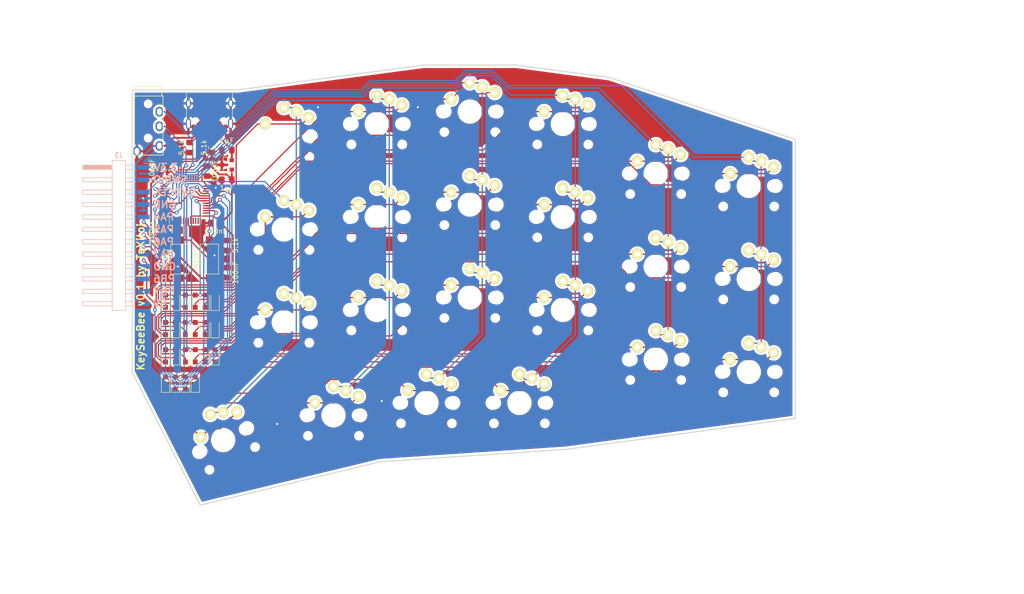
<source format=kicad_pcb>
(kicad_pcb (version 20171130) (host pcbnew 5.0.2+dfsg1-1)

  (general
    (thickness 1.6)
    (drawings 24)
    (tracks 725)
    (zones 0)
    (modules 61)
    (nets 69)
  )

  (page A4)
  (layers
    (0 F.Cu signal)
    (31 B.Cu signal)
    (32 B.Adhes user)
    (33 F.Adhes user)
    (34 B.Paste user)
    (35 F.Paste user)
    (36 B.SilkS user)
    (37 F.SilkS user)
    (38 B.Mask user)
    (39 F.Mask user)
    (40 Dwgs.User user)
    (41 Cmts.User user)
    (42 Eco1.User user)
    (43 Eco2.User user)
    (44 Edge.Cuts user)
    (45 Margin user)
    (46 B.CrtYd user)
    (47 F.CrtYd user)
    (48 B.Fab user)
    (49 F.Fab user)
  )

  (setup
    (last_trace_width 0.25)
    (user_trace_width 0.381)
    (trace_clearance 0.2)
    (zone_clearance 0.508)
    (zone_45_only no)
    (trace_min 0.2)
    (segment_width 0.2)
    (edge_width 0.15)
    (via_size 0.8)
    (via_drill 0.4)
    (via_min_size 0.4)
    (via_min_drill 0.3)
    (uvia_size 0.3)
    (uvia_drill 0.1)
    (uvias_allowed no)
    (uvia_min_size 0.2)
    (uvia_min_drill 0.1)
    (pcb_text_width 0.3)
    (pcb_text_size 1.5 1.5)
    (mod_edge_width 0.15)
    (mod_text_size 1 1)
    (mod_text_width 0.15)
    (pad_size 1.524 1.524)
    (pad_drill 0.762)
    (pad_to_mask_clearance 0.051)
    (solder_mask_min_width 0.25)
    (aux_axis_origin 0 0)
    (visible_elements FFFFFF7F)
    (pcbplotparams
      (layerselection 0x010fc_ffffffff)
      (usegerberextensions false)
      (usegerberattributes false)
      (usegerberadvancedattributes false)
      (creategerberjobfile false)
      (excludeedgelayer true)
      (linewidth 0.100000)
      (plotframeref false)
      (viasonmask false)
      (mode 1)
      (useauxorigin false)
      (hpglpennumber 1)
      (hpglpenspeed 20)
      (hpglpendiameter 15.000000)
      (psnegative false)
      (psa4output false)
      (plotreference true)
      (plotvalue true)
      (plotinvisibletext false)
      (padsonsilk false)
      (subtractmaskfromsilk false)
      (outputformat 1)
      (mirror false)
      (drillshape 1)
      (scaleselection 1)
      (outputdirectory ""))
  )

  (net 0 "")
  (net 1 GND)
  (net 2 D+)
  (net 3 "Net-(J1-PadB5)")
  (net 4 "Net-(J1-PadA8)")
  (net 5 D-)
  (net 6 "Net-(J1-PadA5)")
  (net 7 "Net-(J1-PadB8)")
  (net 8 5V)
  (net 9 3.3V)
  (net 10 SWDIO)
  (net 11 SWDCLK)
  (net 12 PA4)
  (net 13 PA5)
  (net 14 PA6)
  (net 15 PA7)
  (net 16 PB6)
  (net 17 PB7)
  (net 18 TX)
  (net 19 RX)
  (net 20 COL4)
  (net 21 COL5)
  (net 22 COL2)
  (net 23 COL6)
  (net 24 COL3)
  (net 25 COL1)
  (net 26 "Net-(R1-Pad1)")
  (net 27 VBAT)
  (net 28 "Net-(U1-Pad2)")
  (net 29 "Net-(U1-Pad3)")
  (net 30 "Net-(U1-Pad4)")
  (net 31 "Net-(U1-Pad5)")
  (net 32 "Net-(U1-Pad6)")
  (net 33 "Net-(C1-Pad2)")
  (net 34 "Net-(U1-Pad10)")
  (net 35 "Net-(U1-Pad11)")
  (net 36 "Net-(U1-Pad12)")
  (net 37 "Net-(U1-Pad13)")
  (net 38 ROW1)
  (net 39 ROW2)
  (net 40 ROW3)
  (net 41 ROW4)
  (net 42 "Net-(U1-Pad22)")
  (net 43 "Net-(U1-Pad26)")
  (net 44 "Net-(U1-Pad27)")
  (net 45 "Net-(U1-Pad28)")
  (net 46 "Net-(U1-Pad29)")
  (net 47 "Net-(D5-Pad1)")
  (net 48 "Net-(D6-Pad1)")
  (net 49 "Net-(D7-Pad1)")
  (net 50 "Net-(D26-Pad1)")
  (net 51 "Net-(D36-Pad1)")
  (net 52 "Net-(D35-Pad1)")
  (net 53 "Net-(D34-Pad1)")
  (net 54 "Net-(D33-Pad1)")
  (net 55 "Net-(D25-Pad1)")
  (net 56 "Net-(D24-Pad1)")
  (net 57 "Net-(D23-Pad1)")
  (net 58 "Net-(D21-Pad1)")
  (net 59 "Net-(D20-Pad1)")
  (net 60 "Net-(D19-Pad1)")
  (net 61 "Net-(D16-Pad1)")
  (net 62 "Net-(D14-Pad1)")
  (net 63 "Net-(D12-Pad1)")
  (net 64 "Net-(D11-Pad1)")
  (net 65 "Net-(D10-Pad1)")
  (net 66 "Net-(D15-Pad1)")
  (net 67 "Net-(D9-Pad1)")
  (net 68 "Net-(D17-Pad1)")

  (net_class Default "Ceci est la Netclass par défaut."
    (clearance 0.2)
    (trace_width 0.25)
    (via_dia 0.8)
    (via_drill 0.4)
    (uvia_dia 0.3)
    (uvia_drill 0.1)
    (add_net 3.3V)
    (add_net 5V)
    (add_net COL1)
    (add_net COL2)
    (add_net COL3)
    (add_net COL4)
    (add_net COL5)
    (add_net COL6)
    (add_net D+)
    (add_net D-)
    (add_net GND)
    (add_net "Net-(C1-Pad2)")
    (add_net "Net-(D10-Pad1)")
    (add_net "Net-(D11-Pad1)")
    (add_net "Net-(D12-Pad1)")
    (add_net "Net-(D14-Pad1)")
    (add_net "Net-(D15-Pad1)")
    (add_net "Net-(D16-Pad1)")
    (add_net "Net-(D17-Pad1)")
    (add_net "Net-(D19-Pad1)")
    (add_net "Net-(D20-Pad1)")
    (add_net "Net-(D21-Pad1)")
    (add_net "Net-(D23-Pad1)")
    (add_net "Net-(D24-Pad1)")
    (add_net "Net-(D25-Pad1)")
    (add_net "Net-(D26-Pad1)")
    (add_net "Net-(D33-Pad1)")
    (add_net "Net-(D34-Pad1)")
    (add_net "Net-(D35-Pad1)")
    (add_net "Net-(D36-Pad1)")
    (add_net "Net-(D5-Pad1)")
    (add_net "Net-(D6-Pad1)")
    (add_net "Net-(D7-Pad1)")
    (add_net "Net-(D9-Pad1)")
    (add_net "Net-(J1-PadA5)")
    (add_net "Net-(J1-PadA8)")
    (add_net "Net-(J1-PadB5)")
    (add_net "Net-(J1-PadB8)")
    (add_net "Net-(R1-Pad1)")
    (add_net "Net-(U1-Pad10)")
    (add_net "Net-(U1-Pad11)")
    (add_net "Net-(U1-Pad12)")
    (add_net "Net-(U1-Pad13)")
    (add_net "Net-(U1-Pad2)")
    (add_net "Net-(U1-Pad22)")
    (add_net "Net-(U1-Pad26)")
    (add_net "Net-(U1-Pad27)")
    (add_net "Net-(U1-Pad28)")
    (add_net "Net-(U1-Pad29)")
    (add_net "Net-(U1-Pad3)")
    (add_net "Net-(U1-Pad4)")
    (add_net "Net-(U1-Pad5)")
    (add_net "Net-(U1-Pad6)")
    (add_net PA4)
    (add_net PA5)
    (add_net PA6)
    (add_net PA7)
    (add_net PB6)
    (add_net PB7)
    (add_net ROW1)
    (add_net ROW2)
    (add_net ROW3)
    (add_net ROW4)
    (add_net RX)
    (add_net SWDCLK)
    (add_net SWDIO)
    (add_net TX)
    (add_net VBAT)
  )

  (module foostan-kbd:CherryMX_Choc_1u (layer F.Cu) (tedit 5C66D612) (tstamp 5F028DAB)
    (at 99.568 136.652 26.5)
    (path /5DFEF7E7)
    (fp_text reference SW15 (at 4.6 6 26.5) (layer Dwgs.User) hide
      (effects (font (size 1 1) (thickness 0.15)))
    )
    (fp_text value SW_Push (at -0.5 6 26.5) (layer Dwgs.User) hide
      (effects (font (size 1 1) (thickness 0.15)))
    )
    (fp_line (start 7 7) (end 7 6) (layer Dwgs.User) (width 0.15))
    (fp_line (start 6 7) (end 7 7) (layer Dwgs.User) (width 0.15))
    (fp_line (start -7 -7) (end -6 -7) (layer Dwgs.User) (width 0.15))
    (fp_line (start -7 -6) (end -7 -7) (layer Dwgs.User) (width 0.15))
    (fp_line (start -9.525 9.525) (end -9.525 -9.525) (layer Dwgs.User) (width 0.15))
    (fp_line (start 9.525 9.525) (end -9.525 9.525) (layer Dwgs.User) (width 0.15))
    (fp_line (start 9.525 -9.525) (end 9.525 9.525) (layer Dwgs.User) (width 0.15))
    (fp_line (start -9.525 -9.525) (end 9.525 -9.525) (layer Dwgs.User) (width 0.15))
    (pad "" np_thru_hole circle (at -5.22 4.2 26.5) (size 1 1) (drill 1) (layers *.Cu *.Mask))
    (pad "" np_thru_hole circle (at 5.22 4.2 26.5) (size 1 1) (drill 1) (layers *.Cu *.Mask))
    (pad "" np_thru_hole circle (at -5.08 0 26.5) (size 1.7 1.7) (drill 1.7) (layers *.Cu *.Mask))
    (pad "" np_thru_hole circle (at 5.08 0 26.5) (size 1.7 1.7) (drill 1.7) (layers *.Cu *.Mask))
    (pad 1 thru_hole circle (at -3.81 -2.54 76.5) (size 2.2 2.2) (drill 1.2) (layers *.Cu F.SilkS B.Mask)
      (net 68 "Net-(D17-Pad1)"))
    (pad 2 thru_hole circle (at 2.54 -5.08 26.5) (size 2.2 2.2) (drill 1.2) (layers *.Cu F.SilkS B.Mask)
      (net 23 COL6))
    (pad 2 thru_hole circle (at 0 -5.9 116.5) (size 2.2 2.2) (drill 1.2) (layers *.Cu F.SilkS B.Mask)
      (net 23 COL6))
    (pad "" np_thru_hole circle (at 5.5 0 116.5) (size 1.9 1.9) (drill 1.9) (layers *.Cu *.Mask))
    (pad "" np_thru_hole circle (at -5.5 0 116.5) (size 1.9 1.9) (drill 1.9) (layers *.Cu *.Mask))
    (pad "" np_thru_hole circle (at 0 0 116.5) (size 4 4) (drill 4) (layers *.Cu *.Mask))
    (pad 1 thru_hole circle (at 5.1 -3.9 336.5) (size 2.2 2.2) (drill 1.2) (layers *.Cu F.SilkS B.Mask)
      (net 68 "Net-(D17-Pad1)"))
  )

  (module Button_Switch_SMD:SW_SPST_CK_RS282G05A3 (layer F.Cu) (tedit 5F2330D4) (tstamp 5F2360B7)
    (at 90.678 99.568 90)
    (descr https://www.mouser.com/ds/2/60/RS-282G05A-SM_RT-1159762.pdf)
    (tags "SPST button tactile switch")
    (path /5DECA090)
    (attr smd)
    (fp_text reference SW2 (at 0 -2.6 90) (layer F.SilkS) hide
      (effects (font (size 1 1) (thickness 0.15)))
    )
    (fp_text value RESET (at 0 -2.667 90) (layer F.SilkS)
      (effects (font (size 1 1) (thickness 0.15)))
    )
    (fp_line (start 3 -1.8) (end 3 1.8) (layer F.Fab) (width 0.1))
    (fp_line (start -3 -1.8) (end -3 1.8) (layer F.Fab) (width 0.1))
    (fp_line (start -3 -1.8) (end 3 -1.8) (layer F.Fab) (width 0.1))
    (fp_line (start -3 1.8) (end 3 1.8) (layer F.Fab) (width 0.1))
    (fp_line (start -1.5 -0.8) (end -1.5 0.8) (layer F.Fab) (width 0.1))
    (fp_line (start 1.5 -0.8) (end 1.5 0.8) (layer F.Fab) (width 0.1))
    (fp_line (start -1.5 -0.8) (end 1.5 -0.8) (layer F.Fab) (width 0.1))
    (fp_line (start -1.5 0.8) (end 1.5 0.8) (layer F.Fab) (width 0.1))
    (fp_line (start -3.06 1.85) (end -3.06 -1.85) (layer F.SilkS) (width 0.12))
    (fp_line (start 3.06 1.85) (end -3.06 1.85) (layer F.SilkS) (width 0.12))
    (fp_line (start 3.06 -1.85) (end 3.06 1.85) (layer F.SilkS) (width 0.12))
    (fp_line (start -3.06 -1.85) (end 3.06 -1.85) (layer F.SilkS) (width 0.12))
    (fp_line (start -1.75 1) (end -1.75 -1) (layer F.Fab) (width 0.1))
    (fp_line (start 1.75 1) (end -1.75 1) (layer F.Fab) (width 0.1))
    (fp_line (start 1.75 -1) (end 1.75 1) (layer F.Fab) (width 0.1))
    (fp_line (start -1.75 -1) (end 1.75 -1) (layer F.Fab) (width 0.1))
    (fp_text user %R (at 0 -2.6 90) (layer F.Fab)
      (effects (font (size 1 1) (thickness 0.15)))
    )
    (fp_line (start -4.9 -2.05) (end 4.9 -2.05) (layer F.CrtYd) (width 0.05))
    (fp_line (start 4.9 -2.05) (end 4.9 2.05) (layer F.CrtYd) (width 0.05))
    (fp_line (start 4.9 2.05) (end -4.9 2.05) (layer F.CrtYd) (width 0.05))
    (fp_line (start -4.9 2.05) (end -4.9 -2.05) (layer F.CrtYd) (width 0.05))
    (pad 2 smd rect (at 3.9 0 90) (size 1.5 1.5) (layers F.Cu F.Paste F.Mask)
      (net 33 "Net-(C1-Pad2)"))
    (pad 1 smd rect (at -3.9 0 90) (size 1.5 1.5) (layers F.Cu F.Paste F.Mask)
      (net 1 GND))
    (model ${KISYS3DMOD}/Button_Switch_SMD.3dshapes/SW_SPST_CK_RS282G05A3.wrl
      (at (xyz 0 0 0))
      (scale (xyz 1 1 1))
      (rotate (xyz 0 0 0))
    )
  )

  (module Button_Switch_SMD:SW_SPST_CK_RS282G05A3 (layer F.Cu) (tedit 5F2330EE) (tstamp 5F02633D)
    (at 96.774 99.568 270)
    (descr https://www.mouser.com/ds/2/60/RS-282G05A-SM_RT-1159762.pdf)
    (tags "SPST button tactile switch")
    (path /5DECE105)
    (attr smd)
    (fp_text reference SW1 (at 0 -2.6 270) (layer F.SilkS) hide
      (effects (font (size 1 1) (thickness 0.15)))
    )
    (fp_text value BOOT (at 0 2.667 270) (layer F.SilkS)
      (effects (font (size 1 1) (thickness 0.15)))
    )
    (fp_line (start -4.9 2.05) (end -4.9 -2.05) (layer F.CrtYd) (width 0.05))
    (fp_line (start 4.9 2.05) (end -4.9 2.05) (layer F.CrtYd) (width 0.05))
    (fp_line (start 4.9 -2.05) (end 4.9 2.05) (layer F.CrtYd) (width 0.05))
    (fp_line (start -4.9 -2.05) (end 4.9 -2.05) (layer F.CrtYd) (width 0.05))
    (fp_text user %R (at 0 -2.6 270) (layer F.Fab)
      (effects (font (size 1 1) (thickness 0.15)))
    )
    (fp_line (start -1.75 -1) (end 1.75 -1) (layer F.Fab) (width 0.1))
    (fp_line (start 1.75 -1) (end 1.75 1) (layer F.Fab) (width 0.1))
    (fp_line (start 1.75 1) (end -1.75 1) (layer F.Fab) (width 0.1))
    (fp_line (start -1.75 1) (end -1.75 -1) (layer F.Fab) (width 0.1))
    (fp_line (start -3.06 -1.85) (end 3.06 -1.85) (layer F.SilkS) (width 0.12))
    (fp_line (start 3.06 -1.85) (end 3.06 1.85) (layer F.SilkS) (width 0.12))
    (fp_line (start 3.06 1.85) (end -3.06 1.85) (layer F.SilkS) (width 0.12))
    (fp_line (start -3.06 1.85) (end -3.06 -1.85) (layer F.SilkS) (width 0.12))
    (fp_line (start -1.5 0.8) (end 1.5 0.8) (layer F.Fab) (width 0.1))
    (fp_line (start -1.5 -0.8) (end 1.5 -0.8) (layer F.Fab) (width 0.1))
    (fp_line (start 1.5 -0.8) (end 1.5 0.8) (layer F.Fab) (width 0.1))
    (fp_line (start -1.5 -0.8) (end -1.5 0.8) (layer F.Fab) (width 0.1))
    (fp_line (start -3 1.8) (end 3 1.8) (layer F.Fab) (width 0.1))
    (fp_line (start -3 -1.8) (end 3 -1.8) (layer F.Fab) (width 0.1))
    (fp_line (start -3 -1.8) (end -3 1.8) (layer F.Fab) (width 0.1))
    (fp_line (start 3 -1.8) (end 3 1.8) (layer F.Fab) (width 0.1))
    (pad 1 smd rect (at -3.9 0 270) (size 1.5 1.5) (layers F.Cu F.Paste F.Mask)
      (net 26 "Net-(R1-Pad1)"))
    (pad 2 smd rect (at 3.9 0 270) (size 1.5 1.5) (layers F.Cu F.Paste F.Mask)
      (net 9 3.3V))
    (model ${KISYS3DMOD}/Button_Switch_SMD.3dshapes/SW_SPST_CK_RS282G05A3.wrl
      (at (xyz 0 0 0))
      (scale (xyz 1 1 1))
      (rotate (xyz 0 0 0))
    )
  )

  (module Capacitor_SMD:C_0805_2012Metric_Pad1.15x1.40mm_HandSolder (layer F.Cu) (tedit 5F23313B) (tstamp 5F03ABB0)
    (at 100.457 102.362 270)
    (descr "Capacitor SMD 0805 (2012 Metric), square (rectangular) end terminal, IPC_7351 nominal with elongated pad for handsoldering. (Body size source: https://docs.google.com/spreadsheets/d/1BsfQQcO9C6DZCsRaXUlFlo91Tg2WpOkGARC1WS5S8t0/edit?usp=sharing), generated with kicad-footprint-generator")
    (tags "capacitor handsolder")
    (path /5DEC9DB9)
    (attr smd)
    (fp_text reference C1 (at 0 -1.65 270) (layer F.SilkS) hide
      (effects (font (size 1 1) (thickness 0.15)))
    )
    (fp_text value 100nF (at 0 -1.651 270) (layer F.SilkS)
      (effects (font (size 1 1) (thickness 0.15)))
    )
    (fp_line (start -1 0.6) (end -1 -0.6) (layer F.Fab) (width 0.1))
    (fp_line (start -1 -0.6) (end 1 -0.6) (layer F.Fab) (width 0.1))
    (fp_line (start 1 -0.6) (end 1 0.6) (layer F.Fab) (width 0.1))
    (fp_line (start 1 0.6) (end -1 0.6) (layer F.Fab) (width 0.1))
    (fp_line (start -0.261252 -0.71) (end 0.261252 -0.71) (layer F.SilkS) (width 0.12))
    (fp_line (start -0.261252 0.71) (end 0.261252 0.71) (layer F.SilkS) (width 0.12))
    (fp_line (start -1.85 0.95) (end -1.85 -0.95) (layer F.CrtYd) (width 0.05))
    (fp_line (start -1.85 -0.95) (end 1.85 -0.95) (layer F.CrtYd) (width 0.05))
    (fp_line (start 1.85 -0.95) (end 1.85 0.95) (layer F.CrtYd) (width 0.05))
    (fp_line (start 1.85 0.95) (end -1.85 0.95) (layer F.CrtYd) (width 0.05))
    (fp_text user %R (at 0 0 270) (layer F.Fab)
      (effects (font (size 0.5 0.5) (thickness 0.08)))
    )
    (pad 1 smd roundrect (at -1.025 0 270) (size 1.15 1.4) (layers F.Cu F.Paste F.Mask) (roundrect_rratio 0.217391)
      (net 1 GND))
    (pad 2 smd roundrect (at 1.025 0 270) (size 1.15 1.4) (layers F.Cu F.Paste F.Mask) (roundrect_rratio 0.217391)
      (net 33 "Net-(C1-Pad2)"))
    (model ${KISYS3DMOD}/Capacitor_SMD.3dshapes/C_0805_2012Metric.wrl
      (at (xyz 0 0 0))
      (scale (xyz 1 1 1))
      (rotate (xyz 0 0 0))
    )
  )

  (module Capacitor_SMD:C_0805_2012Metric_Pad1.15x1.40mm_HandSolder (layer F.Cu) (tedit 5F23325A) (tstamp 5F026311)
    (at 86.614 81.28 270)
    (descr "Capacitor SMD 0805 (2012 Metric), square (rectangular) end terminal, IPC_7351 nominal with elongated pad for handsoldering. (Body size source: https://docs.google.com/spreadsheets/d/1BsfQQcO9C6DZCsRaXUlFlo91Tg2WpOkGARC1WS5S8t0/edit?usp=sharing), generated with kicad-footprint-generator")
    (tags "capacitor handsolder")
    (path /5DEC3C77)
    (attr smd)
    (fp_text reference C2 (at 0 -1.65 270) (layer F.SilkS) hide
      (effects (font (size 1 1) (thickness 0.15)))
    )
    (fp_text value 100nF (at 0 1.65 270) (layer F.SilkS)
      (effects (font (size 1 1) (thickness 0.15)))
    )
    (fp_text user %R (at 0 0 270) (layer F.Fab)
      (effects (font (size 0.5 0.5) (thickness 0.08)))
    )
    (fp_line (start 1.85 0.95) (end -1.85 0.95) (layer F.CrtYd) (width 0.05))
    (fp_line (start 1.85 -0.95) (end 1.85 0.95) (layer F.CrtYd) (width 0.05))
    (fp_line (start -1.85 -0.95) (end 1.85 -0.95) (layer F.CrtYd) (width 0.05))
    (fp_line (start -1.85 0.95) (end -1.85 -0.95) (layer F.CrtYd) (width 0.05))
    (fp_line (start -0.261252 0.71) (end 0.261252 0.71) (layer F.SilkS) (width 0.12))
    (fp_line (start -0.261252 -0.71) (end 0.261252 -0.71) (layer F.SilkS) (width 0.12))
    (fp_line (start 1 0.6) (end -1 0.6) (layer F.Fab) (width 0.1))
    (fp_line (start 1 -0.6) (end 1 0.6) (layer F.Fab) (width 0.1))
    (fp_line (start -1 -0.6) (end 1 -0.6) (layer F.Fab) (width 0.1))
    (fp_line (start -1 0.6) (end -1 -0.6) (layer F.Fab) (width 0.1))
    (pad 2 smd roundrect (at 1.025 0 270) (size 1.15 1.4) (layers F.Cu F.Paste F.Mask) (roundrect_rratio 0.217391)
      (net 9 3.3V))
    (pad 1 smd roundrect (at -1.025 0 270) (size 1.15 1.4) (layers F.Cu F.Paste F.Mask) (roundrect_rratio 0.217391)
      (net 1 GND))
    (model ${KISYS3DMOD}/Capacitor_SMD.3dshapes/C_0805_2012Metric.wrl
      (at (xyz 0 0 0))
      (scale (xyz 1 1 1))
      (rotate (xyz 0 0 0))
    )
  )

  (module Capacitor_SMD:C_0805_2012Metric_Pad1.15x1.40mm_HandSolder (layer F.Cu) (tedit 5F233296) (tstamp 5F2383B6)
    (at 96.266 81.534 90)
    (descr "Capacitor SMD 0805 (2012 Metric), square (rectangular) end terminal, IPC_7351 nominal with elongated pad for handsoldering. (Body size source: https://docs.google.com/spreadsheets/d/1BsfQQcO9C6DZCsRaXUlFlo91Tg2WpOkGARC1WS5S8t0/edit?usp=sharing), generated with kicad-footprint-generator")
    (tags "capacitor handsolder")
    (path /5DEC3CF5)
    (attr smd)
    (fp_text reference C3 (at 0 -1.65 90) (layer F.SilkS) hide
      (effects (font (size 1 1) (thickness 0.15)))
    )
    (fp_text value 100nF (at 0 1.651 90) (layer F.SilkS)
      (effects (font (size 1 1) (thickness 0.15)))
    )
    (fp_line (start -1 0.6) (end -1 -0.6) (layer F.Fab) (width 0.1))
    (fp_line (start -1 -0.6) (end 1 -0.6) (layer F.Fab) (width 0.1))
    (fp_line (start 1 -0.6) (end 1 0.6) (layer F.Fab) (width 0.1))
    (fp_line (start 1 0.6) (end -1 0.6) (layer F.Fab) (width 0.1))
    (fp_line (start -0.261252 -0.71) (end 0.261252 -0.71) (layer F.SilkS) (width 0.12))
    (fp_line (start -0.261252 0.71) (end 0.261252 0.71) (layer F.SilkS) (width 0.12))
    (fp_line (start -1.85 0.95) (end -1.85 -0.95) (layer F.CrtYd) (width 0.05))
    (fp_line (start -1.85 -0.95) (end 1.85 -0.95) (layer F.CrtYd) (width 0.05))
    (fp_line (start 1.85 -0.95) (end 1.85 0.95) (layer F.CrtYd) (width 0.05))
    (fp_line (start 1.85 0.95) (end -1.85 0.95) (layer F.CrtYd) (width 0.05))
    (fp_text user %R (at 0 0 90) (layer F.Fab)
      (effects (font (size 0.5 0.5) (thickness 0.08)))
    )
    (pad 1 smd roundrect (at -1.025 0 90) (size 1.15 1.4) (layers F.Cu F.Paste F.Mask) (roundrect_rratio 0.217391)
      (net 1 GND))
    (pad 2 smd roundrect (at 1.025 0 90) (size 1.15 1.4) (layers F.Cu F.Paste F.Mask) (roundrect_rratio 0.217391)
      (net 9 3.3V))
    (model ${KISYS3DMOD}/Capacitor_SMD.3dshapes/C_0805_2012Metric.wrl
      (at (xyz 0 0 0))
      (scale (xyz 1 1 1))
      (rotate (xyz 0 0 0))
    )
  )

  (module Capacitor_SMD:C_0805_2012Metric_Pad1.15x1.40mm_HandSolder (layer F.Cu) (tedit 5F23314C) (tstamp 5F0262EF)
    (at 98.044 92.202)
    (descr "Capacitor SMD 0805 (2012 Metric), square (rectangular) end terminal, IPC_7351 nominal with elongated pad for handsoldering. (Body size source: https://docs.google.com/spreadsheets/d/1BsfQQcO9C6DZCsRaXUlFlo91Tg2WpOkGARC1WS5S8t0/edit?usp=sharing), generated with kicad-footprint-generator")
    (tags "capacitor handsolder")
    (path /5DEC3D3C)
    (attr smd)
    (fp_text reference C4 (at 0 -1.65) (layer F.SilkS) hide
      (effects (font (size 1 1) (thickness 0.15)))
    )
    (fp_text value 100nF (at 0 1.65) (layer F.SilkS)
      (effects (font (size 1 1) (thickness 0.15)))
    )
    (fp_text user %R (at 0 0) (layer F.Fab)
      (effects (font (size 0.5 0.5) (thickness 0.08)))
    )
    (fp_line (start 1.85 0.95) (end -1.85 0.95) (layer F.CrtYd) (width 0.05))
    (fp_line (start 1.85 -0.95) (end 1.85 0.95) (layer F.CrtYd) (width 0.05))
    (fp_line (start -1.85 -0.95) (end 1.85 -0.95) (layer F.CrtYd) (width 0.05))
    (fp_line (start -1.85 0.95) (end -1.85 -0.95) (layer F.CrtYd) (width 0.05))
    (fp_line (start -0.261252 0.71) (end 0.261252 0.71) (layer F.SilkS) (width 0.12))
    (fp_line (start -0.261252 -0.71) (end 0.261252 -0.71) (layer F.SilkS) (width 0.12))
    (fp_line (start 1 0.6) (end -1 0.6) (layer F.Fab) (width 0.1))
    (fp_line (start 1 -0.6) (end 1 0.6) (layer F.Fab) (width 0.1))
    (fp_line (start -1 -0.6) (end 1 -0.6) (layer F.Fab) (width 0.1))
    (fp_line (start -1 0.6) (end -1 -0.6) (layer F.Fab) (width 0.1))
    (pad 2 smd roundrect (at 1.025 0) (size 1.15 1.4) (layers F.Cu F.Paste F.Mask) (roundrect_rratio 0.217391)
      (net 9 3.3V))
    (pad 1 smd roundrect (at -1.025 0) (size 1.15 1.4) (layers F.Cu F.Paste F.Mask) (roundrect_rratio 0.217391)
      (net 1 GND))
    (model ${KISYS3DMOD}/Capacitor_SMD.3dshapes/C_0805_2012Metric.wrl
      (at (xyz 0 0 0))
      (scale (xyz 1 1 1))
      (rotate (xyz 0 0 0))
    )
  )

  (module Capacitor_SMD:C_0805_2012Metric_Pad1.15x1.40mm_HandSolder (layer F.Cu) (tedit 5F23309C) (tstamp 5F0262DE)
    (at 86.614 93.98 270)
    (descr "Capacitor SMD 0805 (2012 Metric), square (rectangular) end terminal, IPC_7351 nominal with elongated pad for handsoldering. (Body size source: https://docs.google.com/spreadsheets/d/1BsfQQcO9C6DZCsRaXUlFlo91Tg2WpOkGARC1WS5S8t0/edit?usp=sharing), generated with kicad-footprint-generator")
    (tags "capacitor handsolder")
    (path /5DEC3D7E)
    (attr smd)
    (fp_text reference C5 (at 0 -1.65 270) (layer F.SilkS) hide
      (effects (font (size 1 1) (thickness 0.15)))
    )
    (fp_text value 100nF (at 0 1.65 270) (layer F.SilkS)
      (effects (font (size 1 1) (thickness 0.15)))
    )
    (fp_line (start -1 0.6) (end -1 -0.6) (layer F.Fab) (width 0.1))
    (fp_line (start -1 -0.6) (end 1 -0.6) (layer F.Fab) (width 0.1))
    (fp_line (start 1 -0.6) (end 1 0.6) (layer F.Fab) (width 0.1))
    (fp_line (start 1 0.6) (end -1 0.6) (layer F.Fab) (width 0.1))
    (fp_line (start -0.261252 -0.71) (end 0.261252 -0.71) (layer F.SilkS) (width 0.12))
    (fp_line (start -0.261252 0.71) (end 0.261252 0.71) (layer F.SilkS) (width 0.12))
    (fp_line (start -1.85 0.95) (end -1.85 -0.95) (layer F.CrtYd) (width 0.05))
    (fp_line (start -1.85 -0.95) (end 1.85 -0.95) (layer F.CrtYd) (width 0.05))
    (fp_line (start 1.85 -0.95) (end 1.85 0.95) (layer F.CrtYd) (width 0.05))
    (fp_line (start 1.85 0.95) (end -1.85 0.95) (layer F.CrtYd) (width 0.05))
    (fp_text user %R (at 0 0 270) (layer F.Fab)
      (effects (font (size 0.5 0.5) (thickness 0.08)))
    )
    (pad 1 smd roundrect (at -1.025 0 270) (size 1.15 1.4) (layers F.Cu F.Paste F.Mask) (roundrect_rratio 0.217391)
      (net 1 GND))
    (pad 2 smd roundrect (at 1.025 0 270) (size 1.15 1.4) (layers F.Cu F.Paste F.Mask) (roundrect_rratio 0.217391)
      (net 9 3.3V))
    (model ${KISYS3DMOD}/Capacitor_SMD.3dshapes/C_0805_2012Metric.wrl
      (at (xyz 0 0 0))
      (scale (xyz 1 1 1))
      (rotate (xyz 0 0 0))
    )
  )

  (module Capacitor_SMD:C_0805_2012Metric_Pad1.15x1.40mm_HandSolder (layer F.Cu) (tedit 5F2332B5) (tstamp 5F0262CD)
    (at 100.33 83.312)
    (descr "Capacitor SMD 0805 (2012 Metric), square (rectangular) end terminal, IPC_7351 nominal with elongated pad for handsoldering. (Body size source: https://docs.google.com/spreadsheets/d/1BsfQQcO9C6DZCsRaXUlFlo91Tg2WpOkGARC1WS5S8t0/edit?usp=sharing), generated with kicad-footprint-generator")
    (tags "capacitor handsolder")
    (path /5DEE73ED)
    (attr smd)
    (fp_text reference C6 (at 0 -1.65) (layer F.SilkS) hide
      (effects (font (size 1 1) (thickness 0.15)))
    )
    (fp_text value 1µF (at 0 1.65) (layer F.SilkS)
      (effects (font (size 1 1) (thickness 0.15)))
    )
    (fp_text user %R (at 0 0) (layer F.Fab)
      (effects (font (size 0.5 0.5) (thickness 0.08)))
    )
    (fp_line (start 1.85 0.95) (end -1.85 0.95) (layer F.CrtYd) (width 0.05))
    (fp_line (start 1.85 -0.95) (end 1.85 0.95) (layer F.CrtYd) (width 0.05))
    (fp_line (start -1.85 -0.95) (end 1.85 -0.95) (layer F.CrtYd) (width 0.05))
    (fp_line (start -1.85 0.95) (end -1.85 -0.95) (layer F.CrtYd) (width 0.05))
    (fp_line (start -0.261252 0.71) (end 0.261252 0.71) (layer F.SilkS) (width 0.12))
    (fp_line (start -0.261252 -0.71) (end 0.261252 -0.71) (layer F.SilkS) (width 0.12))
    (fp_line (start 1 0.6) (end -1 0.6) (layer F.Fab) (width 0.1))
    (fp_line (start 1 -0.6) (end 1 0.6) (layer F.Fab) (width 0.1))
    (fp_line (start -1 -0.6) (end 1 -0.6) (layer F.Fab) (width 0.1))
    (fp_line (start -1 0.6) (end -1 -0.6) (layer F.Fab) (width 0.1))
    (pad 2 smd roundrect (at 1.025 0) (size 1.15 1.4) (layers F.Cu F.Paste F.Mask) (roundrect_rratio 0.217391)
      (net 9 3.3V))
    (pad 1 smd roundrect (at -1.025 0) (size 1.15 1.4) (layers F.Cu F.Paste F.Mask) (roundrect_rratio 0.217391)
      (net 1 GND))
    (model ${KISYS3DMOD}/Capacitor_SMD.3dshapes/C_0805_2012Metric.wrl
      (at (xyz 0 0 0))
      (scale (xyz 1 1 1))
      (rotate (xyz 0 0 0))
    )
  )

  (module Capacitor_SMD:C_0805_2012Metric_Pad1.15x1.40mm_HandSolder (layer F.Cu) (tedit 5F2332DA) (tstamp 5F0262BC)
    (at 100.33 77.216)
    (descr "Capacitor SMD 0805 (2012 Metric), square (rectangular) end terminal, IPC_7351 nominal with elongated pad for handsoldering. (Body size source: https://docs.google.com/spreadsheets/d/1BsfQQcO9C6DZCsRaXUlFlo91Tg2WpOkGARC1WS5S8t0/edit?usp=sharing), generated with kicad-footprint-generator")
    (tags "capacitor handsolder")
    (path /5DEC3DF1)
    (attr smd)
    (fp_text reference C7 (at 0 -1.65) (layer F.SilkS) hide
      (effects (font (size 1 1) (thickness 0.15)))
    )
    (fp_text value 1µF (at 0 -1.905) (layer F.SilkS)
      (effects (font (size 1 1) (thickness 0.15)))
    )
    (fp_line (start -1 0.6) (end -1 -0.6) (layer F.Fab) (width 0.1))
    (fp_line (start -1 -0.6) (end 1 -0.6) (layer F.Fab) (width 0.1))
    (fp_line (start 1 -0.6) (end 1 0.6) (layer F.Fab) (width 0.1))
    (fp_line (start 1 0.6) (end -1 0.6) (layer F.Fab) (width 0.1))
    (fp_line (start -0.261252 -0.71) (end 0.261252 -0.71) (layer F.SilkS) (width 0.12))
    (fp_line (start -0.261252 0.71) (end 0.261252 0.71) (layer F.SilkS) (width 0.12))
    (fp_line (start -1.85 0.95) (end -1.85 -0.95) (layer F.CrtYd) (width 0.05))
    (fp_line (start -1.85 -0.95) (end 1.85 -0.95) (layer F.CrtYd) (width 0.05))
    (fp_line (start 1.85 -0.95) (end 1.85 0.95) (layer F.CrtYd) (width 0.05))
    (fp_line (start 1.85 0.95) (end -1.85 0.95) (layer F.CrtYd) (width 0.05))
    (fp_text user %R (at 0 0) (layer F.Fab)
      (effects (font (size 0.5 0.5) (thickness 0.08)))
    )
    (pad 1 smd roundrect (at -1.025 0) (size 1.15 1.4) (layers F.Cu F.Paste F.Mask) (roundrect_rratio 0.217391)
      (net 1 GND))
    (pad 2 smd roundrect (at 1.025 0) (size 1.15 1.4) (layers F.Cu F.Paste F.Mask) (roundrect_rratio 0.217391)
      (net 8 5V))
    (model ${KISYS3DMOD}/Capacitor_SMD.3dshapes/C_0805_2012Metric.wrl
      (at (xyz 0 0 0))
      (scale (xyz 1 1 1))
      (rotate (xyz 0 0 0))
    )
  )

  (module Diode_SMD:D_SOD-323_HandSoldering (layer F.Cu) (tedit 5F232EC0) (tstamp 5F0262AB)
    (at 87.757 124.968 90)
    (descr SOD-323)
    (tags SOD-323)
    (path /5DFEF7E0)
    (attr smd)
    (fp_text reference D17 (at 0 -1.85 90) (layer F.SilkS) hide
      (effects (font (size 1 1) (thickness 0.15)))
    )
    (fp_text value D4.6 (at 0.1 1.9 90) (layer F.Fab)
      (effects (font (size 1 1) (thickness 0.15)))
    )
    (fp_line (start -1.9 -0.85) (end 1.25 -0.85) (layer F.SilkS) (width 0.12))
    (fp_line (start -1.9 0.85) (end 1.25 0.85) (layer F.SilkS) (width 0.12))
    (fp_line (start -2 -0.95) (end -2 0.95) (layer F.CrtYd) (width 0.05))
    (fp_line (start -2 0.95) (end 2 0.95) (layer F.CrtYd) (width 0.05))
    (fp_line (start 2 -0.95) (end 2 0.95) (layer F.CrtYd) (width 0.05))
    (fp_line (start -2 -0.95) (end 2 -0.95) (layer F.CrtYd) (width 0.05))
    (fp_line (start -0.9 -0.7) (end 0.9 -0.7) (layer F.Fab) (width 0.1))
    (fp_line (start 0.9 -0.7) (end 0.9 0.7) (layer F.Fab) (width 0.1))
    (fp_line (start 0.9 0.7) (end -0.9 0.7) (layer F.Fab) (width 0.1))
    (fp_line (start -0.9 0.7) (end -0.9 -0.7) (layer F.Fab) (width 0.1))
    (fp_line (start -0.3 -0.35) (end -0.3 0.35) (layer F.Fab) (width 0.1))
    (fp_line (start -0.3 0) (end -0.5 0) (layer F.Fab) (width 0.1))
    (fp_line (start -0.3 0) (end 0.2 -0.35) (layer F.Fab) (width 0.1))
    (fp_line (start 0.2 -0.35) (end 0.2 0.35) (layer F.Fab) (width 0.1))
    (fp_line (start 0.2 0.35) (end -0.3 0) (layer F.Fab) (width 0.1))
    (fp_line (start 0.2 0) (end 0.45 0) (layer F.Fab) (width 0.1))
    (fp_line (start -1.9 -0.85) (end -1.9 0.85) (layer F.SilkS) (width 0.12))
    (fp_text user %R (at 0 -1.85 90) (layer F.Fab)
      (effects (font (size 1 1) (thickness 0.15)))
    )
    (pad 2 smd rect (at 1.25 0 90) (size 1 1) (layers F.Cu F.Paste F.Mask)
      (net 41 ROW4))
    (pad 1 smd rect (at -1.25 0 90) (size 1 1) (layers F.Cu F.Paste F.Mask)
      (net 68 "Net-(D17-Pad1)"))
    (model ${KISYS3DMOD}/Diode_SMD.3dshapes/D_SOD-323.wrl
      (at (xyz 0 0 0))
      (scale (xyz 1 1 1))
      (rotate (xyz 0 0 0))
    )
  )

  (module Diode_SMD:D_SOD-323_HandSoldering (layer F.Cu) (tedit 5F232EEE) (tstamp 5F026293)
    (at 87.757 113.792 90)
    (descr SOD-323)
    (tags SOD-323)
    (path /5DFEF7FC)
    (attr smd)
    (fp_text reference D15 (at 0 -1.85 90) (layer F.SilkS) hide
      (effects (font (size 1 1) (thickness 0.15)))
    )
    (fp_text value D2.6 (at 0.1 1.9 90) (layer F.Fab)
      (effects (font (size 1 1) (thickness 0.15)))
    )
    (fp_text user %R (at 0 -1.85 90) (layer F.Fab)
      (effects (font (size 1 1) (thickness 0.15)))
    )
    (fp_line (start -1.9 -0.85) (end -1.9 0.85) (layer F.SilkS) (width 0.12))
    (fp_line (start 0.2 0) (end 0.45 0) (layer F.Fab) (width 0.1))
    (fp_line (start 0.2 0.35) (end -0.3 0) (layer F.Fab) (width 0.1))
    (fp_line (start 0.2 -0.35) (end 0.2 0.35) (layer F.Fab) (width 0.1))
    (fp_line (start -0.3 0) (end 0.2 -0.35) (layer F.Fab) (width 0.1))
    (fp_line (start -0.3 0) (end -0.5 0) (layer F.Fab) (width 0.1))
    (fp_line (start -0.3 -0.35) (end -0.3 0.35) (layer F.Fab) (width 0.1))
    (fp_line (start -0.9 0.7) (end -0.9 -0.7) (layer F.Fab) (width 0.1))
    (fp_line (start 0.9 0.7) (end -0.9 0.7) (layer F.Fab) (width 0.1))
    (fp_line (start 0.9 -0.7) (end 0.9 0.7) (layer F.Fab) (width 0.1))
    (fp_line (start -0.9 -0.7) (end 0.9 -0.7) (layer F.Fab) (width 0.1))
    (fp_line (start -2 -0.95) (end 2 -0.95) (layer F.CrtYd) (width 0.05))
    (fp_line (start 2 -0.95) (end 2 0.95) (layer F.CrtYd) (width 0.05))
    (fp_line (start -2 0.95) (end 2 0.95) (layer F.CrtYd) (width 0.05))
    (fp_line (start -2 -0.95) (end -2 0.95) (layer F.CrtYd) (width 0.05))
    (fp_line (start -1.9 0.85) (end 1.25 0.85) (layer F.SilkS) (width 0.12))
    (fp_line (start -1.9 -0.85) (end 1.25 -0.85) (layer F.SilkS) (width 0.12))
    (pad 1 smd rect (at -1.25 0 90) (size 1 1) (layers F.Cu F.Paste F.Mask)
      (net 66 "Net-(D15-Pad1)"))
    (pad 2 smd rect (at 1.25 0 90) (size 1 1) (layers F.Cu F.Paste F.Mask)
      (net 39 ROW2))
    (model ${KISYS3DMOD}/Diode_SMD.3dshapes/D_SOD-323.wrl
      (at (xyz 0 0 0))
      (scale (xyz 1 1 1))
      (rotate (xyz 0 0 0))
    )
  )

  (module Diode_SMD:D_SOD-323_HandSoldering (layer F.Cu) (tedit 5F232F21) (tstamp 5F02627B)
    (at 87.757 108.204 90)
    (descr SOD-323)
    (tags SOD-323)
    (path /5DFEF80A)
    (attr smd)
    (fp_text reference D14 (at 0 -1.85 90) (layer F.SilkS) hide
      (effects (font (size 1 1) (thickness 0.15)))
    )
    (fp_text value D1.6 (at 0.1 1.9 90) (layer F.Fab)
      (effects (font (size 1 1) (thickness 0.15)))
    )
    (fp_line (start -1.9 -0.85) (end 1.25 -0.85) (layer F.SilkS) (width 0.12))
    (fp_line (start -1.9 0.85) (end 1.25 0.85) (layer F.SilkS) (width 0.12))
    (fp_line (start -2 -0.95) (end -2 0.95) (layer F.CrtYd) (width 0.05))
    (fp_line (start -2 0.95) (end 2 0.95) (layer F.CrtYd) (width 0.05))
    (fp_line (start 2 -0.95) (end 2 0.95) (layer F.CrtYd) (width 0.05))
    (fp_line (start -2 -0.95) (end 2 -0.95) (layer F.CrtYd) (width 0.05))
    (fp_line (start -0.9 -0.7) (end 0.9 -0.7) (layer F.Fab) (width 0.1))
    (fp_line (start 0.9 -0.7) (end 0.9 0.7) (layer F.Fab) (width 0.1))
    (fp_line (start 0.9 0.7) (end -0.9 0.7) (layer F.Fab) (width 0.1))
    (fp_line (start -0.9 0.7) (end -0.9 -0.7) (layer F.Fab) (width 0.1))
    (fp_line (start -0.3 -0.35) (end -0.3 0.35) (layer F.Fab) (width 0.1))
    (fp_line (start -0.3 0) (end -0.5 0) (layer F.Fab) (width 0.1))
    (fp_line (start -0.3 0) (end 0.2 -0.35) (layer F.Fab) (width 0.1))
    (fp_line (start 0.2 -0.35) (end 0.2 0.35) (layer F.Fab) (width 0.1))
    (fp_line (start 0.2 0.35) (end -0.3 0) (layer F.Fab) (width 0.1))
    (fp_line (start 0.2 0) (end 0.45 0) (layer F.Fab) (width 0.1))
    (fp_line (start -1.9 -0.85) (end -1.9 0.85) (layer F.SilkS) (width 0.12))
    (fp_text user %R (at 0 -1.85 90) (layer F.Fab)
      (effects (font (size 1 1) (thickness 0.15)))
    )
    (pad 2 smd rect (at 1.25 0 90) (size 1 1) (layers F.Cu F.Paste F.Mask)
      (net 38 ROW1))
    (pad 1 smd rect (at -1.25 0 90) (size 1 1) (layers F.Cu F.Paste F.Mask)
      (net 62 "Net-(D14-Pad1)"))
    (model ${KISYS3DMOD}/Diode_SMD.3dshapes/D_SOD-323.wrl
      (at (xyz 0 0 0))
      (scale (xyz 1 1 1))
      (rotate (xyz 0 0 0))
    )
  )

  (module Diode_SMD:D_SOD-323_HandSoldering (layer F.Cu) (tedit 5F232ED9) (tstamp 5F026263)
    (at 93.853 124.968 90)
    (descr SOD-323)
    (tags SOD-323)
    (path /5DF621D6)
    (attr smd)
    (fp_text reference D12 (at 0 -1.85 90) (layer F.SilkS) hide
      (effects (font (size 1 1) (thickness 0.15)))
    )
    (fp_text value D4.3 (at 0.1 1.9 90) (layer F.Fab)
      (effects (font (size 1 1) (thickness 0.15)))
    )
    (fp_text user %R (at 0 -1.85 90) (layer F.Fab)
      (effects (font (size 1 1) (thickness 0.15)))
    )
    (fp_line (start -1.9 -0.85) (end -1.9 0.85) (layer F.SilkS) (width 0.12))
    (fp_line (start 0.2 0) (end 0.45 0) (layer F.Fab) (width 0.1))
    (fp_line (start 0.2 0.35) (end -0.3 0) (layer F.Fab) (width 0.1))
    (fp_line (start 0.2 -0.35) (end 0.2 0.35) (layer F.Fab) (width 0.1))
    (fp_line (start -0.3 0) (end 0.2 -0.35) (layer F.Fab) (width 0.1))
    (fp_line (start -0.3 0) (end -0.5 0) (layer F.Fab) (width 0.1))
    (fp_line (start -0.3 -0.35) (end -0.3 0.35) (layer F.Fab) (width 0.1))
    (fp_line (start -0.9 0.7) (end -0.9 -0.7) (layer F.Fab) (width 0.1))
    (fp_line (start 0.9 0.7) (end -0.9 0.7) (layer F.Fab) (width 0.1))
    (fp_line (start 0.9 -0.7) (end 0.9 0.7) (layer F.Fab) (width 0.1))
    (fp_line (start -0.9 -0.7) (end 0.9 -0.7) (layer F.Fab) (width 0.1))
    (fp_line (start -2 -0.95) (end 2 -0.95) (layer F.CrtYd) (width 0.05))
    (fp_line (start 2 -0.95) (end 2 0.95) (layer F.CrtYd) (width 0.05))
    (fp_line (start -2 0.95) (end 2 0.95) (layer F.CrtYd) (width 0.05))
    (fp_line (start -2 -0.95) (end -2 0.95) (layer F.CrtYd) (width 0.05))
    (fp_line (start -1.9 0.85) (end 1.25 0.85) (layer F.SilkS) (width 0.12))
    (fp_line (start -1.9 -0.85) (end 1.25 -0.85) (layer F.SilkS) (width 0.12))
    (pad 1 smd rect (at -1.25 0 90) (size 1 1) (layers F.Cu F.Paste F.Mask)
      (net 63 "Net-(D12-Pad1)"))
    (pad 2 smd rect (at 1.25 0 90) (size 1 1) (layers F.Cu F.Paste F.Mask)
      (net 41 ROW4))
    (model ${KISYS3DMOD}/Diode_SMD.3dshapes/D_SOD-323.wrl
      (at (xyz 0 0 0))
      (scale (xyz 1 1 1))
      (rotate (xyz 0 0 0))
    )
  )

  (module Diode_SMD:D_SOD-323_HandSoldering (layer F.Cu) (tedit 5F232D2A) (tstamp 5F02624B)
    (at 93.853 119.38 90)
    (descr SOD-323)
    (tags SOD-323)
    (path /5DF621C8)
    (attr smd)
    (fp_text reference D11 (at 0 -1.85 90) (layer F.SilkS) hide
      (effects (font (size 1 1) (thickness 0.15)))
    )
    (fp_text value D3.3 (at 0.1 1.9 90) (layer F.Fab)
      (effects (font (size 1 1) (thickness 0.15)))
    )
    (fp_line (start -1.9 -0.85) (end 1.25 -0.85) (layer F.SilkS) (width 0.12))
    (fp_line (start -1.9 0.85) (end 1.25 0.85) (layer F.SilkS) (width 0.12))
    (fp_line (start -2 -0.95) (end -2 0.95) (layer F.CrtYd) (width 0.05))
    (fp_line (start -2 0.95) (end 2 0.95) (layer F.CrtYd) (width 0.05))
    (fp_line (start 2 -0.95) (end 2 0.95) (layer F.CrtYd) (width 0.05))
    (fp_line (start -2 -0.95) (end 2 -0.95) (layer F.CrtYd) (width 0.05))
    (fp_line (start -0.9 -0.7) (end 0.9 -0.7) (layer F.Fab) (width 0.1))
    (fp_line (start 0.9 -0.7) (end 0.9 0.7) (layer F.Fab) (width 0.1))
    (fp_line (start 0.9 0.7) (end -0.9 0.7) (layer F.Fab) (width 0.1))
    (fp_line (start -0.9 0.7) (end -0.9 -0.7) (layer F.Fab) (width 0.1))
    (fp_line (start -0.3 -0.35) (end -0.3 0.35) (layer F.Fab) (width 0.1))
    (fp_line (start -0.3 0) (end -0.5 0) (layer F.Fab) (width 0.1))
    (fp_line (start -0.3 0) (end 0.2 -0.35) (layer F.Fab) (width 0.1))
    (fp_line (start 0.2 -0.35) (end 0.2 0.35) (layer F.Fab) (width 0.1))
    (fp_line (start 0.2 0.35) (end -0.3 0) (layer F.Fab) (width 0.1))
    (fp_line (start 0.2 0) (end 0.45 0) (layer F.Fab) (width 0.1))
    (fp_line (start -1.9 -0.85) (end -1.9 0.85) (layer F.SilkS) (width 0.12))
    (fp_text user %R (at 0 -1.85 90) (layer F.Fab)
      (effects (font (size 1 1) (thickness 0.15)))
    )
    (pad 2 smd rect (at 1.25 0 90) (size 1 1) (layers F.Cu F.Paste F.Mask)
      (net 40 ROW3))
    (pad 1 smd rect (at -1.25 0 90) (size 1 1) (layers F.Cu F.Paste F.Mask)
      (net 64 "Net-(D11-Pad1)"))
    (model ${KISYS3DMOD}/Diode_SMD.3dshapes/D_SOD-323.wrl
      (at (xyz 0 0 0))
      (scale (xyz 1 1 1))
      (rotate (xyz 0 0 0))
    )
  )

  (module Diode_SMD:D_SOD-323_HandSoldering (layer F.Cu) (tedit 5F232F03) (tstamp 5F026233)
    (at 93.853 113.792 90)
    (descr SOD-323)
    (tags SOD-323)
    (path /5DF621F2)
    (attr smd)
    (fp_text reference D10 (at 0 -1.85 90) (layer F.SilkS) hide
      (effects (font (size 1 1) (thickness 0.15)))
    )
    (fp_text value D2.3 (at 0.1 1.9 90) (layer F.Fab)
      (effects (font (size 1 1) (thickness 0.15)))
    )
    (fp_text user %R (at 0 -1.85 90) (layer F.Fab)
      (effects (font (size 1 1) (thickness 0.15)))
    )
    (fp_line (start -1.9 -0.85) (end -1.9 0.85) (layer F.SilkS) (width 0.12))
    (fp_line (start 0.2 0) (end 0.45 0) (layer F.Fab) (width 0.1))
    (fp_line (start 0.2 0.35) (end -0.3 0) (layer F.Fab) (width 0.1))
    (fp_line (start 0.2 -0.35) (end 0.2 0.35) (layer F.Fab) (width 0.1))
    (fp_line (start -0.3 0) (end 0.2 -0.35) (layer F.Fab) (width 0.1))
    (fp_line (start -0.3 0) (end -0.5 0) (layer F.Fab) (width 0.1))
    (fp_line (start -0.3 -0.35) (end -0.3 0.35) (layer F.Fab) (width 0.1))
    (fp_line (start -0.9 0.7) (end -0.9 -0.7) (layer F.Fab) (width 0.1))
    (fp_line (start 0.9 0.7) (end -0.9 0.7) (layer F.Fab) (width 0.1))
    (fp_line (start 0.9 -0.7) (end 0.9 0.7) (layer F.Fab) (width 0.1))
    (fp_line (start -0.9 -0.7) (end 0.9 -0.7) (layer F.Fab) (width 0.1))
    (fp_line (start -2 -0.95) (end 2 -0.95) (layer F.CrtYd) (width 0.05))
    (fp_line (start 2 -0.95) (end 2 0.95) (layer F.CrtYd) (width 0.05))
    (fp_line (start -2 0.95) (end 2 0.95) (layer F.CrtYd) (width 0.05))
    (fp_line (start -2 -0.95) (end -2 0.95) (layer F.CrtYd) (width 0.05))
    (fp_line (start -1.9 0.85) (end 1.25 0.85) (layer F.SilkS) (width 0.12))
    (fp_line (start -1.9 -0.85) (end 1.25 -0.85) (layer F.SilkS) (width 0.12))
    (pad 1 smd rect (at -1.25 0 90) (size 1 1) (layers F.Cu F.Paste F.Mask)
      (net 65 "Net-(D10-Pad1)"))
    (pad 2 smd rect (at 1.25 0 90) (size 1 1) (layers F.Cu F.Paste F.Mask)
      (net 39 ROW2))
    (model ${KISYS3DMOD}/Diode_SMD.3dshapes/D_SOD-323.wrl
      (at (xyz 0 0 0))
      (scale (xyz 1 1 1))
      (rotate (xyz 0 0 0))
    )
  )

  (module Diode_SMD:D_SOD-323_HandSoldering (layer F.Cu) (tedit 5F232F41) (tstamp 5F02621B)
    (at 93.853 108.204 90)
    (descr SOD-323)
    (tags SOD-323)
    (path /5DF62200)
    (attr smd)
    (fp_text reference D9 (at 0 -1.85 90) (layer F.SilkS) hide
      (effects (font (size 1 1) (thickness 0.15)))
    )
    (fp_text value D1.3 (at 0.1 1.9 90) (layer F.Fab)
      (effects (font (size 1 1) (thickness 0.15)))
    )
    (fp_line (start -1.9 -0.85) (end 1.25 -0.85) (layer F.SilkS) (width 0.12))
    (fp_line (start -1.9 0.85) (end 1.25 0.85) (layer F.SilkS) (width 0.12))
    (fp_line (start -2 -0.95) (end -2 0.95) (layer F.CrtYd) (width 0.05))
    (fp_line (start -2 0.95) (end 2 0.95) (layer F.CrtYd) (width 0.05))
    (fp_line (start 2 -0.95) (end 2 0.95) (layer F.CrtYd) (width 0.05))
    (fp_line (start -2 -0.95) (end 2 -0.95) (layer F.CrtYd) (width 0.05))
    (fp_line (start -0.9 -0.7) (end 0.9 -0.7) (layer F.Fab) (width 0.1))
    (fp_line (start 0.9 -0.7) (end 0.9 0.7) (layer F.Fab) (width 0.1))
    (fp_line (start 0.9 0.7) (end -0.9 0.7) (layer F.Fab) (width 0.1))
    (fp_line (start -0.9 0.7) (end -0.9 -0.7) (layer F.Fab) (width 0.1))
    (fp_line (start -0.3 -0.35) (end -0.3 0.35) (layer F.Fab) (width 0.1))
    (fp_line (start -0.3 0) (end -0.5 0) (layer F.Fab) (width 0.1))
    (fp_line (start -0.3 0) (end 0.2 -0.35) (layer F.Fab) (width 0.1))
    (fp_line (start 0.2 -0.35) (end 0.2 0.35) (layer F.Fab) (width 0.1))
    (fp_line (start 0.2 0.35) (end -0.3 0) (layer F.Fab) (width 0.1))
    (fp_line (start 0.2 0) (end 0.45 0) (layer F.Fab) (width 0.1))
    (fp_line (start -1.9 -0.85) (end -1.9 0.85) (layer F.SilkS) (width 0.12))
    (fp_text user %R (at 0 -1.85 90) (layer F.Fab)
      (effects (font (size 1 1) (thickness 0.15)))
    )
    (pad 2 smd rect (at 1.25 0 90) (size 1 1) (layers F.Cu F.Paste F.Mask)
      (net 38 ROW1))
    (pad 1 smd rect (at -1.25 0 90) (size 1 1) (layers F.Cu F.Paste F.Mask)
      (net 67 "Net-(D9-Pad1)"))
    (model ${KISYS3DMOD}/Diode_SMD.3dshapes/D_SOD-323.wrl
      (at (xyz 0 0 0))
      (scale (xyz 1 1 1))
      (rotate (xyz 0 0 0))
    )
  )

  (module Diode_SMD:D_SOD-323_HandSoldering (layer F.Cu) (tedit 5F232D47) (tstamp 5F026203)
    (at 97.917 119.38 90)
    (descr SOD-323)
    (tags SOD-323)
    (path /5DFE6378)
    (attr smd)
    (fp_text reference D7 (at 0 -1.85 90) (layer F.SilkS) hide
      (effects (font (size 1 1) (thickness 0.15)))
    )
    (fp_text value D3.1 (at 0.1 1.9 90) (layer F.Fab)
      (effects (font (size 1 1) (thickness 0.15)))
    )
    (fp_text user %R (at 0 -1.85 90) (layer F.Fab)
      (effects (font (size 1 1) (thickness 0.15)))
    )
    (fp_line (start -1.9 -0.85) (end -1.9 0.85) (layer F.SilkS) (width 0.12))
    (fp_line (start 0.2 0) (end 0.45 0) (layer F.Fab) (width 0.1))
    (fp_line (start 0.2 0.35) (end -0.3 0) (layer F.Fab) (width 0.1))
    (fp_line (start 0.2 -0.35) (end 0.2 0.35) (layer F.Fab) (width 0.1))
    (fp_line (start -0.3 0) (end 0.2 -0.35) (layer F.Fab) (width 0.1))
    (fp_line (start -0.3 0) (end -0.5 0) (layer F.Fab) (width 0.1))
    (fp_line (start -0.3 -0.35) (end -0.3 0.35) (layer F.Fab) (width 0.1))
    (fp_line (start -0.9 0.7) (end -0.9 -0.7) (layer F.Fab) (width 0.1))
    (fp_line (start 0.9 0.7) (end -0.9 0.7) (layer F.Fab) (width 0.1))
    (fp_line (start 0.9 -0.7) (end 0.9 0.7) (layer F.Fab) (width 0.1))
    (fp_line (start -0.9 -0.7) (end 0.9 -0.7) (layer F.Fab) (width 0.1))
    (fp_line (start -2 -0.95) (end 2 -0.95) (layer F.CrtYd) (width 0.05))
    (fp_line (start 2 -0.95) (end 2 0.95) (layer F.CrtYd) (width 0.05))
    (fp_line (start -2 0.95) (end 2 0.95) (layer F.CrtYd) (width 0.05))
    (fp_line (start -2 -0.95) (end -2 0.95) (layer F.CrtYd) (width 0.05))
    (fp_line (start -1.9 0.85) (end 1.25 0.85) (layer F.SilkS) (width 0.12))
    (fp_line (start -1.9 -0.85) (end 1.25 -0.85) (layer F.SilkS) (width 0.12))
    (pad 1 smd rect (at -1.25 0 90) (size 1 1) (layers F.Cu F.Paste F.Mask)
      (net 49 "Net-(D7-Pad1)"))
    (pad 2 smd rect (at 1.25 0 90) (size 1 1) (layers F.Cu F.Paste F.Mask)
      (net 40 ROW3))
    (model ${KISYS3DMOD}/Diode_SMD.3dshapes/D_SOD-323.wrl
      (at (xyz 0 0 0))
      (scale (xyz 1 1 1))
      (rotate (xyz 0 0 0))
    )
  )

  (module Diode_SMD:D_SOD-323_HandSoldering (layer F.Cu) (tedit 5F232F12) (tstamp 5F0261EB)
    (at 97.917 113.792 90)
    (descr SOD-323)
    (tags SOD-323)
    (path /5DFE63A2)
    (attr smd)
    (fp_text reference D6 (at 0 -1.85 90) (layer F.SilkS) hide
      (effects (font (size 1 1) (thickness 0.15)))
    )
    (fp_text value D2.1 (at 0.1 1.9 90) (layer F.Fab)
      (effects (font (size 1 1) (thickness 0.15)))
    )
    (fp_line (start -1.9 -0.85) (end 1.25 -0.85) (layer F.SilkS) (width 0.12))
    (fp_line (start -1.9 0.85) (end 1.25 0.85) (layer F.SilkS) (width 0.12))
    (fp_line (start -2 -0.95) (end -2 0.95) (layer F.CrtYd) (width 0.05))
    (fp_line (start -2 0.95) (end 2 0.95) (layer F.CrtYd) (width 0.05))
    (fp_line (start 2 -0.95) (end 2 0.95) (layer F.CrtYd) (width 0.05))
    (fp_line (start -2 -0.95) (end 2 -0.95) (layer F.CrtYd) (width 0.05))
    (fp_line (start -0.9 -0.7) (end 0.9 -0.7) (layer F.Fab) (width 0.1))
    (fp_line (start 0.9 -0.7) (end 0.9 0.7) (layer F.Fab) (width 0.1))
    (fp_line (start 0.9 0.7) (end -0.9 0.7) (layer F.Fab) (width 0.1))
    (fp_line (start -0.9 0.7) (end -0.9 -0.7) (layer F.Fab) (width 0.1))
    (fp_line (start -0.3 -0.35) (end -0.3 0.35) (layer F.Fab) (width 0.1))
    (fp_line (start -0.3 0) (end -0.5 0) (layer F.Fab) (width 0.1))
    (fp_line (start -0.3 0) (end 0.2 -0.35) (layer F.Fab) (width 0.1))
    (fp_line (start 0.2 -0.35) (end 0.2 0.35) (layer F.Fab) (width 0.1))
    (fp_line (start 0.2 0.35) (end -0.3 0) (layer F.Fab) (width 0.1))
    (fp_line (start 0.2 0) (end 0.45 0) (layer F.Fab) (width 0.1))
    (fp_line (start -1.9 -0.85) (end -1.9 0.85) (layer F.SilkS) (width 0.12))
    (fp_text user %R (at 0 -1.85 90) (layer F.Fab)
      (effects (font (size 1 1) (thickness 0.15)))
    )
    (pad 2 smd rect (at 1.25 0 90) (size 1 1) (layers F.Cu F.Paste F.Mask)
      (net 39 ROW2))
    (pad 1 smd rect (at -1.25 0 90) (size 1 1) (layers F.Cu F.Paste F.Mask)
      (net 48 "Net-(D6-Pad1)"))
    (model ${KISYS3DMOD}/Diode_SMD.3dshapes/D_SOD-323.wrl
      (at (xyz 0 0 0))
      (scale (xyz 1 1 1))
      (rotate (xyz 0 0 0))
    )
  )

  (module Diode_SMD:D_SOD-323_HandSoldering (layer F.Cu) (tedit 5F232F55) (tstamp 5F02A06A)
    (at 97.917 108.204 90)
    (descr SOD-323)
    (tags SOD-323)
    (path /5DFE63B0)
    (attr smd)
    (fp_text reference D5 (at 0 -1.85 90) (layer F.SilkS) hide
      (effects (font (size 1 1) (thickness 0.15)))
    )
    (fp_text value D1.1 (at 0.1 1.9 90) (layer F.Fab)
      (effects (font (size 1 1) (thickness 0.15)))
    )
    (fp_text user %R (at 0 -1.85 90) (layer F.Fab)
      (effects (font (size 1 1) (thickness 0.15)))
    )
    (fp_line (start -1.9 -0.85) (end -1.9 0.85) (layer F.SilkS) (width 0.12))
    (fp_line (start 0.2 0) (end 0.45 0) (layer F.Fab) (width 0.1))
    (fp_line (start 0.2 0.35) (end -0.3 0) (layer F.Fab) (width 0.1))
    (fp_line (start 0.2 -0.35) (end 0.2 0.35) (layer F.Fab) (width 0.1))
    (fp_line (start -0.3 0) (end 0.2 -0.35) (layer F.Fab) (width 0.1))
    (fp_line (start -0.3 0) (end -0.5 0) (layer F.Fab) (width 0.1))
    (fp_line (start -0.3 -0.35) (end -0.3 0.35) (layer F.Fab) (width 0.1))
    (fp_line (start -0.9 0.7) (end -0.9 -0.7) (layer F.Fab) (width 0.1))
    (fp_line (start 0.9 0.7) (end -0.9 0.7) (layer F.Fab) (width 0.1))
    (fp_line (start 0.9 -0.7) (end 0.9 0.7) (layer F.Fab) (width 0.1))
    (fp_line (start -0.9 -0.7) (end 0.9 -0.7) (layer F.Fab) (width 0.1))
    (fp_line (start -2 -0.95) (end 2 -0.95) (layer F.CrtYd) (width 0.05))
    (fp_line (start 2 -0.95) (end 2 0.95) (layer F.CrtYd) (width 0.05))
    (fp_line (start -2 0.95) (end 2 0.95) (layer F.CrtYd) (width 0.05))
    (fp_line (start -2 -0.95) (end -2 0.95) (layer F.CrtYd) (width 0.05))
    (fp_line (start -1.9 0.85) (end 1.25 0.85) (layer F.SilkS) (width 0.12))
    (fp_line (start -1.9 -0.85) (end 1.25 -0.85) (layer F.SilkS) (width 0.12))
    (pad 1 smd rect (at -1.25 0 90) (size 1 1) (layers F.Cu F.Paste F.Mask)
      (net 47 "Net-(D5-Pad1)"))
    (pad 2 smd rect (at 1.25 0 90) (size 1 1) (layers F.Cu F.Paste F.Mask)
      (net 38 ROW1))
    (model ${KISYS3DMOD}/Diode_SMD.3dshapes/D_SOD-323.wrl
      (at (xyz 0 0 0))
      (scale (xyz 1 1 1))
      (rotate (xyz 0 0 0))
    )
  )

  (module Diode_SMD:D_SOD-323_HandSoldering (layer F.Cu) (tedit 5F232D0B) (tstamp 5F0261BB)
    (at 87.757 119.38 90)
    (descr SOD-323)
    (tags SOD-323)
    (path /5DFEF7D2)
    (attr smd)
    (fp_text reference D16 (at 0 -1.85 90) (layer F.SilkS) hide
      (effects (font (size 1 1) (thickness 0.15)))
    )
    (fp_text value D3.6 (at 0.1 1.9 90) (layer F.Fab)
      (effects (font (size 1 1) (thickness 0.15)))
    )
    (fp_line (start -1.9 -0.85) (end 1.25 -0.85) (layer F.SilkS) (width 0.12))
    (fp_line (start -1.9 0.85) (end 1.25 0.85) (layer F.SilkS) (width 0.12))
    (fp_line (start -2 -0.95) (end -2 0.95) (layer F.CrtYd) (width 0.05))
    (fp_line (start -2 0.95) (end 2 0.95) (layer F.CrtYd) (width 0.05))
    (fp_line (start 2 -0.95) (end 2 0.95) (layer F.CrtYd) (width 0.05))
    (fp_line (start -2 -0.95) (end 2 -0.95) (layer F.CrtYd) (width 0.05))
    (fp_line (start -0.9 -0.7) (end 0.9 -0.7) (layer F.Fab) (width 0.1))
    (fp_line (start 0.9 -0.7) (end 0.9 0.7) (layer F.Fab) (width 0.1))
    (fp_line (start 0.9 0.7) (end -0.9 0.7) (layer F.Fab) (width 0.1))
    (fp_line (start -0.9 0.7) (end -0.9 -0.7) (layer F.Fab) (width 0.1))
    (fp_line (start -0.3 -0.35) (end -0.3 0.35) (layer F.Fab) (width 0.1))
    (fp_line (start -0.3 0) (end -0.5 0) (layer F.Fab) (width 0.1))
    (fp_line (start -0.3 0) (end 0.2 -0.35) (layer F.Fab) (width 0.1))
    (fp_line (start 0.2 -0.35) (end 0.2 0.35) (layer F.Fab) (width 0.1))
    (fp_line (start 0.2 0.35) (end -0.3 0) (layer F.Fab) (width 0.1))
    (fp_line (start 0.2 0) (end 0.45 0) (layer F.Fab) (width 0.1))
    (fp_line (start -1.9 -0.85) (end -1.9 0.85) (layer F.SilkS) (width 0.12))
    (fp_text user %R (at 0 -1.85 90) (layer F.Fab)
      (effects (font (size 1 1) (thickness 0.15)))
    )
    (pad 2 smd rect (at 1.25 0 90) (size 1 1) (layers F.Cu F.Paste F.Mask)
      (net 40 ROW3))
    (pad 1 smd rect (at -1.25 0 90) (size 1 1) (layers F.Cu F.Paste F.Mask)
      (net 61 "Net-(D16-Pad1)"))
    (model ${KISYS3DMOD}/Diode_SMD.3dshapes/D_SOD-323.wrl
      (at (xyz 0 0 0))
      (scale (xyz 1 1 1))
      (rotate (xyz 0 0 0))
    )
  )

  (module Diode_SMD:D_SOD-323_HandSoldering (layer F.Cu) (tedit 5F232F09) (tstamp 5F0261A3)
    (at 95.885 113.792 90)
    (descr SOD-323)
    (tags SOD-323)
    (path /5DFE63F5)
    (attr smd)
    (fp_text reference D20 (at 0 -1.85 90) (layer F.SilkS) hide
      (effects (font (size 1 1) (thickness 0.15)))
    )
    (fp_text value D2.2 (at 0.1 1.9 90) (layer F.Fab)
      (effects (font (size 1 1) (thickness 0.15)))
    )
    (fp_text user %R (at 0 -1.85 90) (layer F.Fab)
      (effects (font (size 1 1) (thickness 0.15)))
    )
    (fp_line (start -1.9 -0.85) (end -1.9 0.85) (layer F.SilkS) (width 0.12))
    (fp_line (start 0.2 0) (end 0.45 0) (layer F.Fab) (width 0.1))
    (fp_line (start 0.2 0.35) (end -0.3 0) (layer F.Fab) (width 0.1))
    (fp_line (start 0.2 -0.35) (end 0.2 0.35) (layer F.Fab) (width 0.1))
    (fp_line (start -0.3 0) (end 0.2 -0.35) (layer F.Fab) (width 0.1))
    (fp_line (start -0.3 0) (end -0.5 0) (layer F.Fab) (width 0.1))
    (fp_line (start -0.3 -0.35) (end -0.3 0.35) (layer F.Fab) (width 0.1))
    (fp_line (start -0.9 0.7) (end -0.9 -0.7) (layer F.Fab) (width 0.1))
    (fp_line (start 0.9 0.7) (end -0.9 0.7) (layer F.Fab) (width 0.1))
    (fp_line (start 0.9 -0.7) (end 0.9 0.7) (layer F.Fab) (width 0.1))
    (fp_line (start -0.9 -0.7) (end 0.9 -0.7) (layer F.Fab) (width 0.1))
    (fp_line (start -2 -0.95) (end 2 -0.95) (layer F.CrtYd) (width 0.05))
    (fp_line (start 2 -0.95) (end 2 0.95) (layer F.CrtYd) (width 0.05))
    (fp_line (start -2 0.95) (end 2 0.95) (layer F.CrtYd) (width 0.05))
    (fp_line (start -2 -0.95) (end -2 0.95) (layer F.CrtYd) (width 0.05))
    (fp_line (start -1.9 0.85) (end 1.25 0.85) (layer F.SilkS) (width 0.12))
    (fp_line (start -1.9 -0.85) (end 1.25 -0.85) (layer F.SilkS) (width 0.12))
    (pad 1 smd rect (at -1.25 0 90) (size 1 1) (layers F.Cu F.Paste F.Mask)
      (net 59 "Net-(D20-Pad1)"))
    (pad 2 smd rect (at 1.25 0 90) (size 1 1) (layers F.Cu F.Paste F.Mask)
      (net 39 ROW2))
    (model ${KISYS3DMOD}/Diode_SMD.3dshapes/D_SOD-323.wrl
      (at (xyz 0 0 0))
      (scale (xyz 1 1 1))
      (rotate (xyz 0 0 0))
    )
  )

  (module Diode_SMD:D_SOD-323_HandSoldering (layer F.Cu) (tedit 5F232ECA) (tstamp 5F02618B)
    (at 89.789 124.968 90)
    (descr SOD-323)
    (tags SOD-323)
    (path /5DFE3E98)
    (attr smd)
    (fp_text reference D36 (at 0 -1.85 90) (layer F.SilkS) hide
      (effects (font (size 1 1) (thickness 0.15)))
    )
    (fp_text value D4.5 (at 0.1 1.9 90) (layer F.Fab)
      (effects (font (size 1 1) (thickness 0.15)))
    )
    (fp_line (start -1.9 -0.85) (end 1.25 -0.85) (layer F.SilkS) (width 0.12))
    (fp_line (start -1.9 0.85) (end 1.25 0.85) (layer F.SilkS) (width 0.12))
    (fp_line (start -2 -0.95) (end -2 0.95) (layer F.CrtYd) (width 0.05))
    (fp_line (start -2 0.95) (end 2 0.95) (layer F.CrtYd) (width 0.05))
    (fp_line (start 2 -0.95) (end 2 0.95) (layer F.CrtYd) (width 0.05))
    (fp_line (start -2 -0.95) (end 2 -0.95) (layer F.CrtYd) (width 0.05))
    (fp_line (start -0.9 -0.7) (end 0.9 -0.7) (layer F.Fab) (width 0.1))
    (fp_line (start 0.9 -0.7) (end 0.9 0.7) (layer F.Fab) (width 0.1))
    (fp_line (start 0.9 0.7) (end -0.9 0.7) (layer F.Fab) (width 0.1))
    (fp_line (start -0.9 0.7) (end -0.9 -0.7) (layer F.Fab) (width 0.1))
    (fp_line (start -0.3 -0.35) (end -0.3 0.35) (layer F.Fab) (width 0.1))
    (fp_line (start -0.3 0) (end -0.5 0) (layer F.Fab) (width 0.1))
    (fp_line (start -0.3 0) (end 0.2 -0.35) (layer F.Fab) (width 0.1))
    (fp_line (start 0.2 -0.35) (end 0.2 0.35) (layer F.Fab) (width 0.1))
    (fp_line (start 0.2 0.35) (end -0.3 0) (layer F.Fab) (width 0.1))
    (fp_line (start 0.2 0) (end 0.45 0) (layer F.Fab) (width 0.1))
    (fp_line (start -1.9 -0.85) (end -1.9 0.85) (layer F.SilkS) (width 0.12))
    (fp_text user %R (at 0 -1.85 90) (layer F.Fab)
      (effects (font (size 1 1) (thickness 0.15)))
    )
    (pad 2 smd rect (at 1.25 0 90) (size 1 1) (layers F.Cu F.Paste F.Mask)
      (net 41 ROW4))
    (pad 1 smd rect (at -1.25 0 90) (size 1 1) (layers F.Cu F.Paste F.Mask)
      (net 51 "Net-(D36-Pad1)"))
    (model ${KISYS3DMOD}/Diode_SMD.3dshapes/D_SOD-323.wrl
      (at (xyz 0 0 0))
      (scale (xyz 1 1 1))
      (rotate (xyz 0 0 0))
    )
  )

  (module Diode_SMD:D_SOD-323_HandSoldering (layer F.Cu) (tedit 5F232EF5) (tstamp 5F026173)
    (at 89.789 113.792 90)
    (descr SOD-323)
    (tags SOD-323)
    (path /5DFE3EB4)
    (attr smd)
    (fp_text reference D34 (at 0 -1.85 90) (layer F.SilkS) hide
      (effects (font (size 1 1) (thickness 0.15)))
    )
    (fp_text value D2.5 (at 0.1 1.9 90) (layer F.Fab)
      (effects (font (size 1 1) (thickness 0.15)))
    )
    (fp_text user %R (at 0 -1.85 90) (layer F.Fab)
      (effects (font (size 1 1) (thickness 0.15)))
    )
    (fp_line (start -1.9 -0.85) (end -1.9 0.85) (layer F.SilkS) (width 0.12))
    (fp_line (start 0.2 0) (end 0.45 0) (layer F.Fab) (width 0.1))
    (fp_line (start 0.2 0.35) (end -0.3 0) (layer F.Fab) (width 0.1))
    (fp_line (start 0.2 -0.35) (end 0.2 0.35) (layer F.Fab) (width 0.1))
    (fp_line (start -0.3 0) (end 0.2 -0.35) (layer F.Fab) (width 0.1))
    (fp_line (start -0.3 0) (end -0.5 0) (layer F.Fab) (width 0.1))
    (fp_line (start -0.3 -0.35) (end -0.3 0.35) (layer F.Fab) (width 0.1))
    (fp_line (start -0.9 0.7) (end -0.9 -0.7) (layer F.Fab) (width 0.1))
    (fp_line (start 0.9 0.7) (end -0.9 0.7) (layer F.Fab) (width 0.1))
    (fp_line (start 0.9 -0.7) (end 0.9 0.7) (layer F.Fab) (width 0.1))
    (fp_line (start -0.9 -0.7) (end 0.9 -0.7) (layer F.Fab) (width 0.1))
    (fp_line (start -2 -0.95) (end 2 -0.95) (layer F.CrtYd) (width 0.05))
    (fp_line (start 2 -0.95) (end 2 0.95) (layer F.CrtYd) (width 0.05))
    (fp_line (start -2 0.95) (end 2 0.95) (layer F.CrtYd) (width 0.05))
    (fp_line (start -2 -0.95) (end -2 0.95) (layer F.CrtYd) (width 0.05))
    (fp_line (start -1.9 0.85) (end 1.25 0.85) (layer F.SilkS) (width 0.12))
    (fp_line (start -1.9 -0.85) (end 1.25 -0.85) (layer F.SilkS) (width 0.12))
    (pad 1 smd rect (at -1.25 0 90) (size 1 1) (layers F.Cu F.Paste F.Mask)
      (net 53 "Net-(D34-Pad1)"))
    (pad 2 smd rect (at 1.25 0 90) (size 1 1) (layers F.Cu F.Paste F.Mask)
      (net 39 ROW2))
    (model ${KISYS3DMOD}/Diode_SMD.3dshapes/D_SOD-323.wrl
      (at (xyz 0 0 0))
      (scale (xyz 1 1 1))
      (rotate (xyz 0 0 0))
    )
  )

  (module Diode_SMD:D_SOD-323_HandSoldering (layer F.Cu) (tedit 5F232F2B) (tstamp 5F02615B)
    (at 89.789 108.204 90)
    (descr SOD-323)
    (tags SOD-323)
    (path /5DFE3EC2)
    (attr smd)
    (fp_text reference D33 (at 0 -1.85 90) (layer F.SilkS) hide
      (effects (font (size 1 1) (thickness 0.15)))
    )
    (fp_text value D1.5 (at 0.1 1.9 90) (layer F.Fab)
      (effects (font (size 1 1) (thickness 0.15)))
    )
    (fp_line (start -1.9 -0.85) (end 1.25 -0.85) (layer F.SilkS) (width 0.12))
    (fp_line (start -1.9 0.85) (end 1.25 0.85) (layer F.SilkS) (width 0.12))
    (fp_line (start -2 -0.95) (end -2 0.95) (layer F.CrtYd) (width 0.05))
    (fp_line (start -2 0.95) (end 2 0.95) (layer F.CrtYd) (width 0.05))
    (fp_line (start 2 -0.95) (end 2 0.95) (layer F.CrtYd) (width 0.05))
    (fp_line (start -2 -0.95) (end 2 -0.95) (layer F.CrtYd) (width 0.05))
    (fp_line (start -0.9 -0.7) (end 0.9 -0.7) (layer F.Fab) (width 0.1))
    (fp_line (start 0.9 -0.7) (end 0.9 0.7) (layer F.Fab) (width 0.1))
    (fp_line (start 0.9 0.7) (end -0.9 0.7) (layer F.Fab) (width 0.1))
    (fp_line (start -0.9 0.7) (end -0.9 -0.7) (layer F.Fab) (width 0.1))
    (fp_line (start -0.3 -0.35) (end -0.3 0.35) (layer F.Fab) (width 0.1))
    (fp_line (start -0.3 0) (end -0.5 0) (layer F.Fab) (width 0.1))
    (fp_line (start -0.3 0) (end 0.2 -0.35) (layer F.Fab) (width 0.1))
    (fp_line (start 0.2 -0.35) (end 0.2 0.35) (layer F.Fab) (width 0.1))
    (fp_line (start 0.2 0.35) (end -0.3 0) (layer F.Fab) (width 0.1))
    (fp_line (start 0.2 0) (end 0.45 0) (layer F.Fab) (width 0.1))
    (fp_line (start -1.9 -0.85) (end -1.9 0.85) (layer F.SilkS) (width 0.12))
    (fp_text user %R (at 0 -1.85 90) (layer F.Fab)
      (effects (font (size 1 1) (thickness 0.15)))
    )
    (pad 2 smd rect (at 1.25 0 90) (size 1 1) (layers F.Cu F.Paste F.Mask)
      (net 38 ROW1))
    (pad 1 smd rect (at -1.25 0 90) (size 1 1) (layers F.Cu F.Paste F.Mask)
      (net 54 "Net-(D33-Pad1)"))
    (model ${KISYS3DMOD}/Diode_SMD.3dshapes/D_SOD-323.wrl
      (at (xyz 0 0 0))
      (scale (xyz 1 1 1))
      (rotate (xyz 0 0 0))
    )
  )

  (module Diode_SMD:D_SOD-323_HandSoldering (layer F.Cu) (tedit 5F232ED1) (tstamp 5F026143)
    (at 91.821 124.968 90)
    (descr SOD-323)
    (tags SOD-323)
    (path /5DFE23DF)
    (attr smd)
    (fp_text reference D26 (at 0 -1.85 90) (layer F.SilkS) hide
      (effects (font (size 1 1) (thickness 0.15)))
    )
    (fp_text value D4.4 (at 0.1 1.9 90) (layer F.Fab)
      (effects (font (size 1 1) (thickness 0.15)))
    )
    (fp_text user %R (at 0 -1.85 90) (layer F.Fab)
      (effects (font (size 1 1) (thickness 0.15)))
    )
    (fp_line (start -1.9 -0.85) (end -1.9 0.85) (layer F.SilkS) (width 0.12))
    (fp_line (start 0.2 0) (end 0.45 0) (layer F.Fab) (width 0.1))
    (fp_line (start 0.2 0.35) (end -0.3 0) (layer F.Fab) (width 0.1))
    (fp_line (start 0.2 -0.35) (end 0.2 0.35) (layer F.Fab) (width 0.1))
    (fp_line (start -0.3 0) (end 0.2 -0.35) (layer F.Fab) (width 0.1))
    (fp_line (start -0.3 0) (end -0.5 0) (layer F.Fab) (width 0.1))
    (fp_line (start -0.3 -0.35) (end -0.3 0.35) (layer F.Fab) (width 0.1))
    (fp_line (start -0.9 0.7) (end -0.9 -0.7) (layer F.Fab) (width 0.1))
    (fp_line (start 0.9 0.7) (end -0.9 0.7) (layer F.Fab) (width 0.1))
    (fp_line (start 0.9 -0.7) (end 0.9 0.7) (layer F.Fab) (width 0.1))
    (fp_line (start -0.9 -0.7) (end 0.9 -0.7) (layer F.Fab) (width 0.1))
    (fp_line (start -2 -0.95) (end 2 -0.95) (layer F.CrtYd) (width 0.05))
    (fp_line (start 2 -0.95) (end 2 0.95) (layer F.CrtYd) (width 0.05))
    (fp_line (start -2 0.95) (end 2 0.95) (layer F.CrtYd) (width 0.05))
    (fp_line (start -2 -0.95) (end -2 0.95) (layer F.CrtYd) (width 0.05))
    (fp_line (start -1.9 0.85) (end 1.25 0.85) (layer F.SilkS) (width 0.12))
    (fp_line (start -1.9 -0.85) (end 1.25 -0.85) (layer F.SilkS) (width 0.12))
    (pad 1 smd rect (at -1.25 0 90) (size 1 1) (layers F.Cu F.Paste F.Mask)
      (net 50 "Net-(D26-Pad1)"))
    (pad 2 smd rect (at 1.25 0 90) (size 1 1) (layers F.Cu F.Paste F.Mask)
      (net 41 ROW4))
    (model ${KISYS3DMOD}/Diode_SMD.3dshapes/D_SOD-323.wrl
      (at (xyz 0 0 0))
      (scale (xyz 1 1 1))
      (rotate (xyz 0 0 0))
    )
  )

  (module Diode_SMD:D_SOD-323_HandSoldering (layer F.Cu) (tedit 5F232D22) (tstamp 5F02612B)
    (at 91.821 119.38 90)
    (descr SOD-323)
    (tags SOD-323)
    (path /5DFE23D1)
    (attr smd)
    (fp_text reference D25 (at 0 -1.85 90) (layer F.SilkS) hide
      (effects (font (size 1 1) (thickness 0.15)))
    )
    (fp_text value D3.4 (at 0.1 1.9 90) (layer F.Fab)
      (effects (font (size 1 1) (thickness 0.15)))
    )
    (fp_line (start -1.9 -0.85) (end 1.25 -0.85) (layer F.SilkS) (width 0.12))
    (fp_line (start -1.9 0.85) (end 1.25 0.85) (layer F.SilkS) (width 0.12))
    (fp_line (start -2 -0.95) (end -2 0.95) (layer F.CrtYd) (width 0.05))
    (fp_line (start -2 0.95) (end 2 0.95) (layer F.CrtYd) (width 0.05))
    (fp_line (start 2 -0.95) (end 2 0.95) (layer F.CrtYd) (width 0.05))
    (fp_line (start -2 -0.95) (end 2 -0.95) (layer F.CrtYd) (width 0.05))
    (fp_line (start -0.9 -0.7) (end 0.9 -0.7) (layer F.Fab) (width 0.1))
    (fp_line (start 0.9 -0.7) (end 0.9 0.7) (layer F.Fab) (width 0.1))
    (fp_line (start 0.9 0.7) (end -0.9 0.7) (layer F.Fab) (width 0.1))
    (fp_line (start -0.9 0.7) (end -0.9 -0.7) (layer F.Fab) (width 0.1))
    (fp_line (start -0.3 -0.35) (end -0.3 0.35) (layer F.Fab) (width 0.1))
    (fp_line (start -0.3 0) (end -0.5 0) (layer F.Fab) (width 0.1))
    (fp_line (start -0.3 0) (end 0.2 -0.35) (layer F.Fab) (width 0.1))
    (fp_line (start 0.2 -0.35) (end 0.2 0.35) (layer F.Fab) (width 0.1))
    (fp_line (start 0.2 0.35) (end -0.3 0) (layer F.Fab) (width 0.1))
    (fp_line (start 0.2 0) (end 0.45 0) (layer F.Fab) (width 0.1))
    (fp_line (start -1.9 -0.85) (end -1.9 0.85) (layer F.SilkS) (width 0.12))
    (fp_text user %R (at 0 -1.85 90) (layer F.Fab)
      (effects (font (size 1 1) (thickness 0.15)))
    )
    (pad 2 smd rect (at 1.25 0 90) (size 1 1) (layers F.Cu F.Paste F.Mask)
      (net 40 ROW3))
    (pad 1 smd rect (at -1.25 0 90) (size 1 1) (layers F.Cu F.Paste F.Mask)
      (net 55 "Net-(D25-Pad1)"))
    (model ${KISYS3DMOD}/Diode_SMD.3dshapes/D_SOD-323.wrl
      (at (xyz 0 0 0))
      (scale (xyz 1 1 1))
      (rotate (xyz 0 0 0))
    )
  )

  (module Diode_SMD:D_SOD-323_HandSoldering (layer F.Cu) (tedit 5F232EFC) (tstamp 5F026113)
    (at 91.821 113.792 90)
    (descr SOD-323)
    (tags SOD-323)
    (path /5DFE23FB)
    (attr smd)
    (fp_text reference D24 (at 0 -1.85 90) (layer F.SilkS) hide
      (effects (font (size 1 1) (thickness 0.15)))
    )
    (fp_text value D2.4 (at 0.1 1.9 90) (layer F.Fab)
      (effects (font (size 1 1) (thickness 0.15)))
    )
    (fp_text user %R (at 0 -1.85 90) (layer F.Fab)
      (effects (font (size 1 1) (thickness 0.15)))
    )
    (fp_line (start -1.9 -0.85) (end -1.9 0.85) (layer F.SilkS) (width 0.12))
    (fp_line (start 0.2 0) (end 0.45 0) (layer F.Fab) (width 0.1))
    (fp_line (start 0.2 0.35) (end -0.3 0) (layer F.Fab) (width 0.1))
    (fp_line (start 0.2 -0.35) (end 0.2 0.35) (layer F.Fab) (width 0.1))
    (fp_line (start -0.3 0) (end 0.2 -0.35) (layer F.Fab) (width 0.1))
    (fp_line (start -0.3 0) (end -0.5 0) (layer F.Fab) (width 0.1))
    (fp_line (start -0.3 -0.35) (end -0.3 0.35) (layer F.Fab) (width 0.1))
    (fp_line (start -0.9 0.7) (end -0.9 -0.7) (layer F.Fab) (width 0.1))
    (fp_line (start 0.9 0.7) (end -0.9 0.7) (layer F.Fab) (width 0.1))
    (fp_line (start 0.9 -0.7) (end 0.9 0.7) (layer F.Fab) (width 0.1))
    (fp_line (start -0.9 -0.7) (end 0.9 -0.7) (layer F.Fab) (width 0.1))
    (fp_line (start -2 -0.95) (end 2 -0.95) (layer F.CrtYd) (width 0.05))
    (fp_line (start 2 -0.95) (end 2 0.95) (layer F.CrtYd) (width 0.05))
    (fp_line (start -2 0.95) (end 2 0.95) (layer F.CrtYd) (width 0.05))
    (fp_line (start -2 -0.95) (end -2 0.95) (layer F.CrtYd) (width 0.05))
    (fp_line (start -1.9 0.85) (end 1.25 0.85) (layer F.SilkS) (width 0.12))
    (fp_line (start -1.9 -0.85) (end 1.25 -0.85) (layer F.SilkS) (width 0.12))
    (pad 1 smd rect (at -1.25 0 90) (size 1 1) (layers F.Cu F.Paste F.Mask)
      (net 56 "Net-(D24-Pad1)"))
    (pad 2 smd rect (at 1.25 0 90) (size 1 1) (layers F.Cu F.Paste F.Mask)
      (net 39 ROW2))
    (model ${KISYS3DMOD}/Diode_SMD.3dshapes/D_SOD-323.wrl
      (at (xyz 0 0 0))
      (scale (xyz 1 1 1))
      (rotate (xyz 0 0 0))
    )
  )

  (module Diode_SMD:D_SOD-323_HandSoldering (layer F.Cu) (tedit 5F232F33) (tstamp 5F0260FB)
    (at 91.821 108.204 90)
    (descr SOD-323)
    (tags SOD-323)
    (path /5DFE2409)
    (attr smd)
    (fp_text reference D23 (at 0 -1.85 90) (layer F.SilkS) hide
      (effects (font (size 1 1) (thickness 0.15)))
    )
    (fp_text value D1.4 (at 0.1 1.9 90) (layer F.Fab)
      (effects (font (size 1 1) (thickness 0.15)))
    )
    (fp_line (start -1.9 -0.85) (end 1.25 -0.85) (layer F.SilkS) (width 0.12))
    (fp_line (start -1.9 0.85) (end 1.25 0.85) (layer F.SilkS) (width 0.12))
    (fp_line (start -2 -0.95) (end -2 0.95) (layer F.CrtYd) (width 0.05))
    (fp_line (start -2 0.95) (end 2 0.95) (layer F.CrtYd) (width 0.05))
    (fp_line (start 2 -0.95) (end 2 0.95) (layer F.CrtYd) (width 0.05))
    (fp_line (start -2 -0.95) (end 2 -0.95) (layer F.CrtYd) (width 0.05))
    (fp_line (start -0.9 -0.7) (end 0.9 -0.7) (layer F.Fab) (width 0.1))
    (fp_line (start 0.9 -0.7) (end 0.9 0.7) (layer F.Fab) (width 0.1))
    (fp_line (start 0.9 0.7) (end -0.9 0.7) (layer F.Fab) (width 0.1))
    (fp_line (start -0.9 0.7) (end -0.9 -0.7) (layer F.Fab) (width 0.1))
    (fp_line (start -0.3 -0.35) (end -0.3 0.35) (layer F.Fab) (width 0.1))
    (fp_line (start -0.3 0) (end -0.5 0) (layer F.Fab) (width 0.1))
    (fp_line (start -0.3 0) (end 0.2 -0.35) (layer F.Fab) (width 0.1))
    (fp_line (start 0.2 -0.35) (end 0.2 0.35) (layer F.Fab) (width 0.1))
    (fp_line (start 0.2 0.35) (end -0.3 0) (layer F.Fab) (width 0.1))
    (fp_line (start 0.2 0) (end 0.45 0) (layer F.Fab) (width 0.1))
    (fp_line (start -1.9 -0.85) (end -1.9 0.85) (layer F.SilkS) (width 0.12))
    (fp_text user %R (at 0 -1.85 90) (layer F.Fab)
      (effects (font (size 1 1) (thickness 0.15)))
    )
    (pad 2 smd rect (at 1.25 0 90) (size 1 1) (layers F.Cu F.Paste F.Mask)
      (net 38 ROW1))
    (pad 1 smd rect (at -1.25 0 90) (size 1 1) (layers F.Cu F.Paste F.Mask)
      (net 57 "Net-(D23-Pad1)"))
    (model ${KISYS3DMOD}/Diode_SMD.3dshapes/D_SOD-323.wrl
      (at (xyz 0 0 0))
      (scale (xyz 1 1 1))
      (rotate (xyz 0 0 0))
    )
  )

  (module Diode_SMD:D_SOD-323_HandSoldering (layer F.Cu) (tedit 5F232D31) (tstamp 5F0260E3)
    (at 95.885 119.38 90)
    (descr SOD-323)
    (tags SOD-323)
    (path /5DFE63CB)
    (attr smd)
    (fp_text reference D21 (at 0 -1.85 90) (layer F.SilkS) hide
      (effects (font (size 1 1) (thickness 0.15)))
    )
    (fp_text value D3.2 (at 0.1 1.9 90) (layer F.Fab)
      (effects (font (size 1 1) (thickness 0.15)))
    )
    (fp_text user %R (at 0 -1.85 90) (layer F.Fab)
      (effects (font (size 1 1) (thickness 0.15)))
    )
    (fp_line (start -1.9 -0.85) (end -1.9 0.85) (layer F.SilkS) (width 0.12))
    (fp_line (start 0.2 0) (end 0.45 0) (layer F.Fab) (width 0.1))
    (fp_line (start 0.2 0.35) (end -0.3 0) (layer F.Fab) (width 0.1))
    (fp_line (start 0.2 -0.35) (end 0.2 0.35) (layer F.Fab) (width 0.1))
    (fp_line (start -0.3 0) (end 0.2 -0.35) (layer F.Fab) (width 0.1))
    (fp_line (start -0.3 0) (end -0.5 0) (layer F.Fab) (width 0.1))
    (fp_line (start -0.3 -0.35) (end -0.3 0.35) (layer F.Fab) (width 0.1))
    (fp_line (start -0.9 0.7) (end -0.9 -0.7) (layer F.Fab) (width 0.1))
    (fp_line (start 0.9 0.7) (end -0.9 0.7) (layer F.Fab) (width 0.1))
    (fp_line (start 0.9 -0.7) (end 0.9 0.7) (layer F.Fab) (width 0.1))
    (fp_line (start -0.9 -0.7) (end 0.9 -0.7) (layer F.Fab) (width 0.1))
    (fp_line (start -2 -0.95) (end 2 -0.95) (layer F.CrtYd) (width 0.05))
    (fp_line (start 2 -0.95) (end 2 0.95) (layer F.CrtYd) (width 0.05))
    (fp_line (start -2 0.95) (end 2 0.95) (layer F.CrtYd) (width 0.05))
    (fp_line (start -2 -0.95) (end -2 0.95) (layer F.CrtYd) (width 0.05))
    (fp_line (start -1.9 0.85) (end 1.25 0.85) (layer F.SilkS) (width 0.12))
    (fp_line (start -1.9 -0.85) (end 1.25 -0.85) (layer F.SilkS) (width 0.12))
    (pad 1 smd rect (at -1.25 0 90) (size 1 1) (layers F.Cu F.Paste F.Mask)
      (net 58 "Net-(D21-Pad1)"))
    (pad 2 smd rect (at 1.25 0 90) (size 1 1) (layers F.Cu F.Paste F.Mask)
      (net 40 ROW3))
    (model ${KISYS3DMOD}/Diode_SMD.3dshapes/D_SOD-323.wrl
      (at (xyz 0 0 0))
      (scale (xyz 1 1 1))
      (rotate (xyz 0 0 0))
    )
  )

  (module Diode_SMD:D_SOD-323_HandSoldering (layer F.Cu) (tedit 5F232F4C) (tstamp 5F0260CB)
    (at 95.885 108.204 90)
    (descr SOD-323)
    (tags SOD-323)
    (path /5DFE6403)
    (attr smd)
    (fp_text reference D19 (at 0 -1.85 90) (layer F.SilkS) hide
      (effects (font (size 1 1) (thickness 0.15)))
    )
    (fp_text value D1.2 (at 0.1 1.9 90) (layer F.Fab)
      (effects (font (size 1 1) (thickness 0.15)))
    )
    (fp_line (start -1.9 -0.85) (end 1.25 -0.85) (layer F.SilkS) (width 0.12))
    (fp_line (start -1.9 0.85) (end 1.25 0.85) (layer F.SilkS) (width 0.12))
    (fp_line (start -2 -0.95) (end -2 0.95) (layer F.CrtYd) (width 0.05))
    (fp_line (start -2 0.95) (end 2 0.95) (layer F.CrtYd) (width 0.05))
    (fp_line (start 2 -0.95) (end 2 0.95) (layer F.CrtYd) (width 0.05))
    (fp_line (start -2 -0.95) (end 2 -0.95) (layer F.CrtYd) (width 0.05))
    (fp_line (start -0.9 -0.7) (end 0.9 -0.7) (layer F.Fab) (width 0.1))
    (fp_line (start 0.9 -0.7) (end 0.9 0.7) (layer F.Fab) (width 0.1))
    (fp_line (start 0.9 0.7) (end -0.9 0.7) (layer F.Fab) (width 0.1))
    (fp_line (start -0.9 0.7) (end -0.9 -0.7) (layer F.Fab) (width 0.1))
    (fp_line (start -0.3 -0.35) (end -0.3 0.35) (layer F.Fab) (width 0.1))
    (fp_line (start -0.3 0) (end -0.5 0) (layer F.Fab) (width 0.1))
    (fp_line (start -0.3 0) (end 0.2 -0.35) (layer F.Fab) (width 0.1))
    (fp_line (start 0.2 -0.35) (end 0.2 0.35) (layer F.Fab) (width 0.1))
    (fp_line (start 0.2 0.35) (end -0.3 0) (layer F.Fab) (width 0.1))
    (fp_line (start 0.2 0) (end 0.45 0) (layer F.Fab) (width 0.1))
    (fp_line (start -1.9 -0.85) (end -1.9 0.85) (layer F.SilkS) (width 0.12))
    (fp_text user %R (at 0 -1.85 90) (layer F.Fab)
      (effects (font (size 1 1) (thickness 0.15)))
    )
    (pad 2 smd rect (at 1.25 0 90) (size 1 1) (layers F.Cu F.Paste F.Mask)
      (net 38 ROW1))
    (pad 1 smd rect (at -1.25 0 90) (size 1 1) (layers F.Cu F.Paste F.Mask)
      (net 60 "Net-(D19-Pad1)"))
    (model ${KISYS3DMOD}/Diode_SMD.3dshapes/D_SOD-323.wrl
      (at (xyz 0 0 0))
      (scale (xyz 1 1 1))
      (rotate (xyz 0 0 0))
    )
  )

  (module Diode_SMD:D_SOD-323_HandSoldering (layer F.Cu) (tedit 5F232D18) (tstamp 5F0260B3)
    (at 89.789 119.38 90)
    (descr SOD-323)
    (tags SOD-323)
    (path /5DFE3E8A)
    (attr smd)
    (fp_text reference D35 (at 0 -1.85 90) (layer F.SilkS) hide
      (effects (font (size 1 1) (thickness 0.15)))
    )
    (fp_text value D3.5 (at 0.1 1.9 90) (layer F.Fab)
      (effects (font (size 1 1) (thickness 0.15)))
    )
    (fp_text user %R (at 0 -1.85 90) (layer F.Fab)
      (effects (font (size 1 1) (thickness 0.15)))
    )
    (fp_line (start -1.9 -0.85) (end -1.9 0.85) (layer F.SilkS) (width 0.12))
    (fp_line (start 0.2 0) (end 0.45 0) (layer F.Fab) (width 0.1))
    (fp_line (start 0.2 0.35) (end -0.3 0) (layer F.Fab) (width 0.1))
    (fp_line (start 0.2 -0.35) (end 0.2 0.35) (layer F.Fab) (width 0.1))
    (fp_line (start -0.3 0) (end 0.2 -0.35) (layer F.Fab) (width 0.1))
    (fp_line (start -0.3 0) (end -0.5 0) (layer F.Fab) (width 0.1))
    (fp_line (start -0.3 -0.35) (end -0.3 0.35) (layer F.Fab) (width 0.1))
    (fp_line (start -0.9 0.7) (end -0.9 -0.7) (layer F.Fab) (width 0.1))
    (fp_line (start 0.9 0.7) (end -0.9 0.7) (layer F.Fab) (width 0.1))
    (fp_line (start 0.9 -0.7) (end 0.9 0.7) (layer F.Fab) (width 0.1))
    (fp_line (start -0.9 -0.7) (end 0.9 -0.7) (layer F.Fab) (width 0.1))
    (fp_line (start -2 -0.95) (end 2 -0.95) (layer F.CrtYd) (width 0.05))
    (fp_line (start 2 -0.95) (end 2 0.95) (layer F.CrtYd) (width 0.05))
    (fp_line (start -2 0.95) (end 2 0.95) (layer F.CrtYd) (width 0.05))
    (fp_line (start -2 -0.95) (end -2 0.95) (layer F.CrtYd) (width 0.05))
    (fp_line (start -1.9 0.85) (end 1.25 0.85) (layer F.SilkS) (width 0.12))
    (fp_line (start -1.9 -0.85) (end 1.25 -0.85) (layer F.SilkS) (width 0.12))
    (pad 1 smd rect (at -1.25 0 90) (size 1 1) (layers F.Cu F.Paste F.Mask)
      (net 52 "Net-(D35-Pad1)"))
    (pad 2 smd rect (at 1.25 0 90) (size 1 1) (layers F.Cu F.Paste F.Mask)
      (net 40 ROW3))
    (model ${KISYS3DMOD}/Diode_SMD.3dshapes/D_SOD-323.wrl
      (at (xyz 0 0 0))
      (scale (xyz 1 1 1))
      (rotate (xyz 0 0 0))
    )
  )

  (module Package_QFP:LQFP-48_7x7mm_P0.5mm (layer F.Cu) (tedit 5F233244) (tstamp 5F02609B)
    (at 91.694 87.376 90)
    (descr "48 LEAD LQFP 7x7mm (see MICREL LQFP7x7-48LD-PL-1.pdf)")
    (tags "QFP 0.5")
    (path /5DEC39DF)
    (attr smd)
    (fp_text reference U1 (at 0 -6 90) (layer F.SilkS) hide
      (effects (font (size 1 1) (thickness 0.15)))
    )
    (fp_text value STM32 (at 0 6 90) (layer F.Fab)
      (effects (font (size 1 1) (thickness 0.15)))
    )
    (fp_line (start 3.13 3.75) (end 3.75 3.75) (layer F.CrtYd) (width 0.05))
    (fp_line (start 3.75 3.13) (end 3.75 3.75) (layer F.CrtYd) (width 0.05))
    (fp_line (start 3.13 5.25) (end 3.13 3.75) (layer F.CrtYd) (width 0.05))
    (fp_text user %R (at 0 0 90) (layer F.Fab)
      (effects (font (size 1 1) (thickness 0.15)))
    )
    (fp_line (start -2.5 -3.5) (end 3.5 -3.5) (layer F.Fab) (width 0.1))
    (fp_line (start 3.5 -3.5) (end 3.5 3.5) (layer F.Fab) (width 0.1))
    (fp_line (start 3.5 3.5) (end -3.5 3.5) (layer F.Fab) (width 0.1))
    (fp_line (start -3.5 3.5) (end -3.5 -2.5) (layer F.Fab) (width 0.1))
    (fp_line (start -3.5 -2.5) (end -2.5 -3.5) (layer F.Fab) (width 0.1))
    (fp_line (start -5.25 -3.13) (end -5.25 3.13) (layer F.CrtYd) (width 0.05))
    (fp_line (start 5.25 -3.13) (end 5.25 3.13) (layer F.CrtYd) (width 0.05))
    (fp_line (start -3.13 -5.25) (end 3.13 -5.25) (layer F.CrtYd) (width 0.05))
    (fp_line (start -3.13 5.25) (end 3.13 5.25) (layer F.CrtYd) (width 0.05))
    (fp_line (start 3.56 -3.56) (end 3.56 -3.14) (layer F.SilkS) (width 0.12))
    (fp_line (start 3.56 3.56) (end 3.56 3.14) (layer F.SilkS) (width 0.12))
    (fp_line (start -3.56 3.56) (end -3.56 3.14) (layer F.SilkS) (width 0.12))
    (fp_line (start -3.56 -3.56) (end -3.14 -3.56) (layer F.SilkS) (width 0.12))
    (fp_line (start 3.56 3.56) (end 3.14 3.56) (layer F.SilkS) (width 0.12))
    (fp_line (start 3.56 -3.56) (end 3.14 -3.56) (layer F.SilkS) (width 0.12))
    (fp_line (start -3.56 -3.14) (end -4.94 -3.14) (layer F.SilkS) (width 0.12))
    (fp_line (start -3.56 -3.56) (end -3.56 -3.14) (layer F.SilkS) (width 0.12))
    (fp_line (start -3.56 3.56) (end -3.14 3.56) (layer F.SilkS) (width 0.12))
    (fp_line (start 3.75 3.13) (end 5.25 3.13) (layer F.CrtYd) (width 0.05))
    (fp_line (start 3.75 -3.13) (end 5.25 -3.13) (layer F.CrtYd) (width 0.05))
    (fp_line (start 3.13 -3.75) (end 3.13 -5.25) (layer F.CrtYd) (width 0.05))
    (fp_line (start -3.13 -3.75) (end -3.13 -5.25) (layer F.CrtYd) (width 0.05))
    (fp_line (start -3.75 -3.13) (end -5.25 -3.13) (layer F.CrtYd) (width 0.05))
    (fp_line (start -3.75 3.13) (end -5.25 3.13) (layer F.CrtYd) (width 0.05))
    (fp_line (start -3.13 3.75) (end -3.13 5.25) (layer F.CrtYd) (width 0.05))
    (fp_line (start 3.13 -3.75) (end 3.75 -3.75) (layer F.CrtYd) (width 0.05))
    (fp_line (start 3.75 -3.13) (end 3.75 -3.75) (layer F.CrtYd) (width 0.05))
    (fp_line (start -3.75 3.13) (end -3.75 3.75) (layer F.CrtYd) (width 0.05))
    (fp_line (start -3.13 3.75) (end -3.75 3.75) (layer F.CrtYd) (width 0.05))
    (fp_line (start -3.75 -3.13) (end -3.75 -3.75) (layer F.CrtYd) (width 0.05))
    (fp_line (start -3.13 -3.75) (end -3.75 -3.75) (layer F.CrtYd) (width 0.05))
    (pad 1 smd rect (at -4.35 -2.75 90) (size 1.3 0.25) (layers F.Cu F.Paste F.Mask)
      (net 27 VBAT))
    (pad 2 smd rect (at -4.35 -2.25 90) (size 1.3 0.25) (layers F.Cu F.Paste F.Mask)
      (net 28 "Net-(U1-Pad2)"))
    (pad 3 smd rect (at -4.35 -1.75 90) (size 1.3 0.25) (layers F.Cu F.Paste F.Mask)
      (net 29 "Net-(U1-Pad3)"))
    (pad 4 smd rect (at -4.35 -1.25 90) (size 1.3 0.25) (layers F.Cu F.Paste F.Mask)
      (net 30 "Net-(U1-Pad4)"))
    (pad 5 smd rect (at -4.35 -0.75 90) (size 1.3 0.25) (layers F.Cu F.Paste F.Mask)
      (net 31 "Net-(U1-Pad5)"))
    (pad 6 smd rect (at -4.35 -0.25 90) (size 1.3 0.25) (layers F.Cu F.Paste F.Mask)
      (net 32 "Net-(U1-Pad6)"))
    (pad 7 smd rect (at -4.35 0.25 90) (size 1.3 0.25) (layers F.Cu F.Paste F.Mask)
      (net 33 "Net-(C1-Pad2)"))
    (pad 8 smd rect (at -4.35 0.75 90) (size 1.3 0.25) (layers F.Cu F.Paste F.Mask)
      (net 1 GND))
    (pad 9 smd rect (at -4.35 1.25 90) (size 1.3 0.25) (layers F.Cu F.Paste F.Mask)
      (net 9 3.3V))
    (pad 10 smd rect (at -4.35 1.75 90) (size 1.3 0.25) (layers F.Cu F.Paste F.Mask)
      (net 34 "Net-(U1-Pad10)"))
    (pad 11 smd rect (at -4.35 2.25 90) (size 1.3 0.25) (layers F.Cu F.Paste F.Mask)
      (net 35 "Net-(U1-Pad11)"))
    (pad 12 smd rect (at -4.35 2.75 90) (size 1.3 0.25) (layers F.Cu F.Paste F.Mask)
      (net 36 "Net-(U1-Pad12)"))
    (pad 13 smd rect (at -2.75 4.35 180) (size 1.3 0.25) (layers F.Cu F.Paste F.Mask)
      (net 37 "Net-(U1-Pad13)"))
    (pad 14 smd rect (at -2.25 4.35 180) (size 1.3 0.25) (layers F.Cu F.Paste F.Mask)
      (net 12 PA4))
    (pad 15 smd rect (at -1.75 4.35 180) (size 1.3 0.25) (layers F.Cu F.Paste F.Mask)
      (net 13 PA5))
    (pad 16 smd rect (at -1.25 4.35 180) (size 1.3 0.25) (layers F.Cu F.Paste F.Mask)
      (net 14 PA6))
    (pad 17 smd rect (at -0.75 4.35 180) (size 1.3 0.25) (layers F.Cu F.Paste F.Mask)
      (net 15 PA7))
    (pad 18 smd rect (at -0.25 4.35 180) (size 1.3 0.25) (layers F.Cu F.Paste F.Mask)
      (net 38 ROW1))
    (pad 19 smd rect (at 0.25 4.35 180) (size 1.3 0.25) (layers F.Cu F.Paste F.Mask)
      (net 39 ROW2))
    (pad 20 smd rect (at 0.75 4.35 180) (size 1.3 0.25) (layers F.Cu F.Paste F.Mask)
      (net 40 ROW3))
    (pad 21 smd rect (at 1.25 4.35 180) (size 1.3 0.25) (layers F.Cu F.Paste F.Mask)
      (net 41 ROW4))
    (pad 22 smd rect (at 1.75 4.35 180) (size 1.3 0.25) (layers F.Cu F.Paste F.Mask)
      (net 42 "Net-(U1-Pad22)"))
    (pad 23 smd rect (at 2.25 4.35 180) (size 1.3 0.25) (layers F.Cu F.Paste F.Mask)
      (net 1 GND))
    (pad 24 smd rect (at 2.75 4.35 180) (size 1.3 0.25) (layers F.Cu F.Paste F.Mask)
      (net 9 3.3V))
    (pad 25 smd rect (at 4.35 2.75 90) (size 1.3 0.25) (layers F.Cu F.Paste F.Mask)
      (net 9 3.3V))
    (pad 26 smd rect (at 4.35 2.25 90) (size 1.3 0.25) (layers F.Cu F.Paste F.Mask)
      (net 43 "Net-(U1-Pad26)"))
    (pad 27 smd rect (at 4.35 1.75 90) (size 1.3 0.25) (layers F.Cu F.Paste F.Mask)
      (net 44 "Net-(U1-Pad27)"))
    (pad 28 smd rect (at 4.35 1.25 90) (size 1.3 0.25) (layers F.Cu F.Paste F.Mask)
      (net 45 "Net-(U1-Pad28)"))
    (pad 29 smd rect (at 4.35 0.75 90) (size 1.3 0.25) (layers F.Cu F.Paste F.Mask)
      (net 46 "Net-(U1-Pad29)"))
    (pad 30 smd rect (at 4.35 0.25 90) (size 1.3 0.25) (layers F.Cu F.Paste F.Mask)
      (net 18 TX))
    (pad 31 smd rect (at 4.35 -0.25 90) (size 1.3 0.25) (layers F.Cu F.Paste F.Mask)
      (net 19 RX))
    (pad 32 smd rect (at 4.35 -0.75 90) (size 1.3 0.25) (layers F.Cu F.Paste F.Mask)
      (net 5 D-))
    (pad 33 smd rect (at 4.35 -1.25 90) (size 1.3 0.25) (layers F.Cu F.Paste F.Mask)
      (net 2 D+))
    (pad 34 smd rect (at 4.35 -1.75 90) (size 1.3 0.25) (layers F.Cu F.Paste F.Mask)
      (net 10 SWDIO))
    (pad 35 smd rect (at 4.35 -2.25 90) (size 1.3 0.25) (layers F.Cu F.Paste F.Mask)
      (net 1 GND))
    (pad 36 smd rect (at 4.35 -2.75 90) (size 1.3 0.25) (layers F.Cu F.Paste F.Mask)
      (net 9 3.3V))
    (pad 37 smd rect (at 2.75 -4.35 180) (size 1.3 0.25) (layers F.Cu F.Paste F.Mask)
      (net 11 SWDCLK))
    (pad 38 smd rect (at 2.25 -4.35 180) (size 1.3 0.25) (layers F.Cu F.Paste F.Mask)
      (net 25 COL1))
    (pad 39 smd rect (at 1.75 -4.35 180) (size 1.3 0.25) (layers F.Cu F.Paste F.Mask)
      (net 22 COL2))
    (pad 40 smd rect (at 1.25 -4.35 180) (size 1.3 0.25) (layers F.Cu F.Paste F.Mask)
      (net 24 COL3))
    (pad 41 smd rect (at 0.75 -4.35 180) (size 1.3 0.25) (layers F.Cu F.Paste F.Mask)
      (net 20 COL4))
    (pad 42 smd rect (at 0.25 -4.35 180) (size 1.3 0.25) (layers F.Cu F.Paste F.Mask)
      (net 16 PB6))
    (pad 43 smd rect (at -0.25 -4.35 180) (size 1.3 0.25) (layers F.Cu F.Paste F.Mask)
      (net 17 PB7))
    (pad 44 smd rect (at -0.75 -4.35 180) (size 1.3 0.25) (layers F.Cu F.Paste F.Mask)
      (net 26 "Net-(R1-Pad1)"))
    (pad 45 smd rect (at -1.25 -4.35 180) (size 1.3 0.25) (layers F.Cu F.Paste F.Mask)
      (net 21 COL5))
    (pad 46 smd rect (at -1.75 -4.35 180) (size 1.3 0.25) (layers F.Cu F.Paste F.Mask)
      (net 23 COL6))
    (pad 47 smd rect (at -2.25 -4.35 180) (size 1.3 0.25) (layers F.Cu F.Paste F.Mask)
      (net 1 GND))
    (pad 48 smd rect (at -2.75 -4.35 180) (size 1.3 0.25) (layers F.Cu F.Paste F.Mask)
      (net 9 3.3V))
    (model ${KISYS3DMOD}/Package_QFP.3dshapes/LQFP-48_7x7mm_P0.5mm.wrl
      (at (xyz 0 0 0))
      (scale (xyz 1 1 1))
      (rotate (xyz 0 0 0))
    )
  )

  (module Package_TO_SOT_SMD:SOT-23 (layer F.Cu) (tedit 5F2332A0) (tstamp 5F026044)
    (at 100.33 80.264 180)
    (descr "SOT-23, Standard")
    (tags SOT-23)
    (path /5DED53E7)
    (attr smd)
    (fp_text reference U2 (at 0 -2.5 180) (layer F.SilkS) hide
      (effects (font (size 1 1) (thickness 0.15)))
    )
    (fp_text value LDO (at 0 2.5 180) (layer F.Fab)
      (effects (font (size 1 1) (thickness 0.15)))
    )
    (fp_text user %R (at 0 0 270) (layer F.Fab)
      (effects (font (size 0.5 0.5) (thickness 0.075)))
    )
    (fp_line (start -0.7 -0.95) (end -0.7 1.5) (layer F.Fab) (width 0.1))
    (fp_line (start -0.15 -1.52) (end 0.7 -1.52) (layer F.Fab) (width 0.1))
    (fp_line (start -0.7 -0.95) (end -0.15 -1.52) (layer F.Fab) (width 0.1))
    (fp_line (start 0.7 -1.52) (end 0.7 1.52) (layer F.Fab) (width 0.1))
    (fp_line (start -0.7 1.52) (end 0.7 1.52) (layer F.Fab) (width 0.1))
    (fp_line (start 0.76 1.58) (end 0.76 0.65) (layer F.SilkS) (width 0.12))
    (fp_line (start 0.76 -1.58) (end 0.76 -0.65) (layer F.SilkS) (width 0.12))
    (fp_line (start -1.7 -1.75) (end 1.7 -1.75) (layer F.CrtYd) (width 0.05))
    (fp_line (start 1.7 -1.75) (end 1.7 1.75) (layer F.CrtYd) (width 0.05))
    (fp_line (start 1.7 1.75) (end -1.7 1.75) (layer F.CrtYd) (width 0.05))
    (fp_line (start -1.7 1.75) (end -1.7 -1.75) (layer F.CrtYd) (width 0.05))
    (fp_line (start 0.76 -1.58) (end -1.4 -1.58) (layer F.SilkS) (width 0.12))
    (fp_line (start 0.76 1.58) (end -0.7 1.58) (layer F.SilkS) (width 0.12))
    (pad 1 smd rect (at -1 -0.95 180) (size 0.9 0.8) (layers F.Cu F.Paste F.Mask)
      (net 9 3.3V))
    (pad 2 smd rect (at -1 0.95 180) (size 0.9 0.8) (layers F.Cu F.Paste F.Mask)
      (net 8 5V))
    (pad 3 smd rect (at 1 0 180) (size 0.9 0.8) (layers F.Cu F.Paste F.Mask)
      (net 1 GND))
    (model ${KISYS3DMOD}/Package_TO_SOT_SMD.3dshapes/SOT-23.wrl
      (at (xyz 0 0 0))
      (scale (xyz 1 1 1))
      (rotate (xyz 0 0 0))
    )
  )

  (module Resistor_SMD:R_0805_2012Metric_Pad1.15x1.40mm_HandSolder (layer F.Cu) (tedit 5F2332EF) (tstamp 5F02602F)
    (at 97.282 76.708 270)
    (descr "Resistor SMD 0805 (2012 Metric), square (rectangular) end terminal, IPC_7351 nominal with elongated pad for handsoldering. (Body size source: https://docs.google.com/spreadsheets/d/1BsfQQcO9C6DZCsRaXUlFlo91Tg2WpOkGARC1WS5S8t0/edit?usp=sharing), generated with kicad-footprint-generator")
    (tags "resistor handsolder")
    (path /5DEDEA73)
    (attr smd)
    (fp_text reference R7 (at 0 -1.65 270) (layer F.SilkS) hide
      (effects (font (size 1 1) (thickness 0.15)))
    )
    (fp_text value 5.1k (at 0 1.65 270) (layer F.SilkS)
      (effects (font (size 1 1) (thickness 0.15)))
    )
    (fp_line (start -1 0.6) (end -1 -0.6) (layer F.Fab) (width 0.1))
    (fp_line (start -1 -0.6) (end 1 -0.6) (layer F.Fab) (width 0.1))
    (fp_line (start 1 -0.6) (end 1 0.6) (layer F.Fab) (width 0.1))
    (fp_line (start 1 0.6) (end -1 0.6) (layer F.Fab) (width 0.1))
    (fp_line (start -0.261252 -0.71) (end 0.261252 -0.71) (layer F.SilkS) (width 0.12))
    (fp_line (start -0.261252 0.71) (end 0.261252 0.71) (layer F.SilkS) (width 0.12))
    (fp_line (start -1.85 0.95) (end -1.85 -0.95) (layer F.CrtYd) (width 0.05))
    (fp_line (start -1.85 -0.95) (end 1.85 -0.95) (layer F.CrtYd) (width 0.05))
    (fp_line (start 1.85 -0.95) (end 1.85 0.95) (layer F.CrtYd) (width 0.05))
    (fp_line (start 1.85 0.95) (end -1.85 0.95) (layer F.CrtYd) (width 0.05))
    (fp_text user %R (at 0 0 270) (layer F.Fab)
      (effects (font (size 0.5 0.5) (thickness 0.08)))
    )
    (pad 1 smd roundrect (at -1.025 0 270) (size 1.15 1.4) (layers F.Cu F.Paste F.Mask) (roundrect_rratio 0.217391)
      (net 6 "Net-(J1-PadA5)"))
    (pad 2 smd roundrect (at 1.025 0 270) (size 1.15 1.4) (layers F.Cu F.Paste F.Mask) (roundrect_rratio 0.217391)
      (net 1 GND))
    (model ${KISYS3DMOD}/Resistor_SMD.3dshapes/R_0805_2012Metric.wrl
      (at (xyz 0 0 0))
      (scale (xyz 1 1 1))
      (rotate (xyz 0 0 0))
    )
  )

  (module Resistor_SMD:R_0805_2012Metric_Pad1.15x1.40mm_HandSolder (layer F.Cu) (tedit 5F23558C) (tstamp 5F02601E)
    (at 92.71 76.708 270)
    (descr "Resistor SMD 0805 (2012 Metric), square (rectangular) end terminal, IPC_7351 nominal with elongated pad for handsoldering. (Body size source: https://docs.google.com/spreadsheets/d/1BsfQQcO9C6DZCsRaXUlFlo91Tg2WpOkGARC1WS5S8t0/edit?usp=sharing), generated with kicad-footprint-generator")
    (tags "resistor handsolder")
    (path /5DEDEAE6)
    (attr smd)
    (fp_text reference R6 (at 0 -1.65 270) (layer F.SilkS) hide
      (effects (font (size 1 1) (thickness 0.15)))
    )
    (fp_text value 5.1k (at 0 1.65 270) (layer F.SilkS)
      (effects (font (size 1 1) (thickness 0.15)))
    )
    (fp_text user %R (at 0 0 270) (layer F.Fab)
      (effects (font (size 0.5 0.5) (thickness 0.08)))
    )
    (fp_line (start 1.85 0.95) (end -1.85 0.95) (layer F.CrtYd) (width 0.05))
    (fp_line (start 1.85 -0.95) (end 1.85 0.95) (layer F.CrtYd) (width 0.05))
    (fp_line (start -1.85 -0.95) (end 1.85 -0.95) (layer F.CrtYd) (width 0.05))
    (fp_line (start -1.85 0.95) (end -1.85 -0.95) (layer F.CrtYd) (width 0.05))
    (fp_line (start -0.261252 0.71) (end 0.261252 0.71) (layer F.SilkS) (width 0.12))
    (fp_line (start -0.261252 -0.71) (end 0.261252 -0.71) (layer F.SilkS) (width 0.12))
    (fp_line (start 1 0.6) (end -1 0.6) (layer F.Fab) (width 0.1))
    (fp_line (start 1 -0.6) (end 1 0.6) (layer F.Fab) (width 0.1))
    (fp_line (start -1 -0.6) (end 1 -0.6) (layer F.Fab) (width 0.1))
    (fp_line (start -1 0.6) (end -1 -0.6) (layer F.Fab) (width 0.1))
    (pad 2 smd roundrect (at 1.025 0 270) (size 1.15 1.4) (layers F.Cu F.Paste F.Mask) (roundrect_rratio 0.217391)
      (net 1 GND))
    (pad 1 smd roundrect (at -1.025 0 270) (size 1.15 1.4) (layers F.Cu F.Paste F.Mask) (roundrect_rratio 0.217391)
      (net 3 "Net-(J1-PadB5)"))
    (model ${KISYS3DMOD}/Resistor_SMD.3dshapes/R_0805_2012Metric.wrl
      (at (xyz 0 0 0))
      (scale (xyz 1 1 1))
      (rotate (xyz 0 0 0))
    )
  )

  (module Resistor_SMD:R_0805_2012Metric_Pad1.15x1.40mm_HandSolder (layer F.Cu) (tedit 5F23311B) (tstamp 5F02600D)
    (at 100.457 96.774 270)
    (descr "Resistor SMD 0805 (2012 Metric), square (rectangular) end terminal, IPC_7351 nominal with elongated pad for handsoldering. (Body size source: https://docs.google.com/spreadsheets/d/1BsfQQcO9C6DZCsRaXUlFlo91Tg2WpOkGARC1WS5S8t0/edit?usp=sharing), generated with kicad-footprint-generator")
    (tags "resistor handsolder")
    (path /5DECE7D2)
    (attr smd)
    (fp_text reference R1 (at 0 -1.65 270) (layer F.SilkS) hide
      (effects (font (size 1 1) (thickness 0.15)))
    )
    (fp_text value 5.1k (at 0 -1.651 270) (layer F.SilkS)
      (effects (font (size 1 1) (thickness 0.15)))
    )
    (fp_line (start -1 0.6) (end -1 -0.6) (layer F.Fab) (width 0.1))
    (fp_line (start -1 -0.6) (end 1 -0.6) (layer F.Fab) (width 0.1))
    (fp_line (start 1 -0.6) (end 1 0.6) (layer F.Fab) (width 0.1))
    (fp_line (start 1 0.6) (end -1 0.6) (layer F.Fab) (width 0.1))
    (fp_line (start -0.261252 -0.71) (end 0.261252 -0.71) (layer F.SilkS) (width 0.12))
    (fp_line (start -0.261252 0.71) (end 0.261252 0.71) (layer F.SilkS) (width 0.12))
    (fp_line (start -1.85 0.95) (end -1.85 -0.95) (layer F.CrtYd) (width 0.05))
    (fp_line (start -1.85 -0.95) (end 1.85 -0.95) (layer F.CrtYd) (width 0.05))
    (fp_line (start 1.85 -0.95) (end 1.85 0.95) (layer F.CrtYd) (width 0.05))
    (fp_line (start 1.85 0.95) (end -1.85 0.95) (layer F.CrtYd) (width 0.05))
    (fp_text user %R (at 0 0 270) (layer F.Fab)
      (effects (font (size 0.5 0.5) (thickness 0.08)))
    )
    (pad 1 smd roundrect (at -1.025 0 270) (size 1.15 1.4) (layers F.Cu F.Paste F.Mask) (roundrect_rratio 0.217391)
      (net 26 "Net-(R1-Pad1)"))
    (pad 2 smd roundrect (at 1.025 0 270) (size 1.15 1.4) (layers F.Cu F.Paste F.Mask) (roundrect_rratio 0.217391)
      (net 1 GND))
    (model ${KISYS3DMOD}/Resistor_SMD.3dshapes/R_0805_2012Metric.wrl
      (at (xyz 0 0 0))
      (scale (xyz 1 1 1))
      (rotate (xyz 0 0 0))
    )
  )

  (module foostan-kbd:CherryMX_Choc_1u (layer F.Cu) (tedit 5C66D612) (tstamp 5F029325)
    (at 207.264 84.582)
    (path /5DFE63B7)
    (fp_text reference SW3 (at 4.6 6) (layer Dwgs.User) hide
      (effects (font (size 1 1) (thickness 0.15)))
    )
    (fp_text value SW_Push (at -0.5 6) (layer Dwgs.User) hide
      (effects (font (size 1 1) (thickness 0.15)))
    )
    (fp_line (start -9.525 -9.525) (end 9.525 -9.525) (layer Dwgs.User) (width 0.15))
    (fp_line (start 9.525 -9.525) (end 9.525 9.525) (layer Dwgs.User) (width 0.15))
    (fp_line (start 9.525 9.525) (end -9.525 9.525) (layer Dwgs.User) (width 0.15))
    (fp_line (start -9.525 9.525) (end -9.525 -9.525) (layer Dwgs.User) (width 0.15))
    (fp_line (start -7 -6) (end -7 -7) (layer Dwgs.User) (width 0.15))
    (fp_line (start -7 -7) (end -6 -7) (layer Dwgs.User) (width 0.15))
    (fp_line (start 6 7) (end 7 7) (layer Dwgs.User) (width 0.15))
    (fp_line (start 7 7) (end 7 6) (layer Dwgs.User) (width 0.15))
    (pad 1 thru_hole circle (at 5.1 -3.9 310) (size 2.2 2.2) (drill 1.2) (layers *.Cu F.SilkS B.Mask)
      (net 47 "Net-(D5-Pad1)"))
    (pad "" np_thru_hole circle (at 0 0 90) (size 4 4) (drill 4) (layers *.Cu *.Mask))
    (pad "" np_thru_hole circle (at -5.5 0 90) (size 1.9 1.9) (drill 1.9) (layers *.Cu *.Mask))
    (pad "" np_thru_hole circle (at 5.5 0 90) (size 1.9 1.9) (drill 1.9) (layers *.Cu *.Mask))
    (pad 2 thru_hole circle (at 0 -5.9 90) (size 2.2 2.2) (drill 1.2) (layers *.Cu F.SilkS B.Mask)
      (net 25 COL1))
    (pad 2 thru_hole circle (at 2.54 -5.08) (size 2.2 2.2) (drill 1.2) (layers *.Cu F.SilkS B.Mask)
      (net 25 COL1))
    (pad 1 thru_hole circle (at -3.81 -2.54 50) (size 2.2 2.2) (drill 1.2) (layers *.Cu F.SilkS B.Mask)
      (net 47 "Net-(D5-Pad1)"))
    (pad "" np_thru_hole circle (at 5.08 0) (size 1.7 1.7) (drill 1.7) (layers *.Cu *.Mask))
    (pad "" np_thru_hole circle (at -5.08 0) (size 1.7 1.7) (drill 1.7) (layers *.Cu *.Mask))
    (pad "" np_thru_hole circle (at 5.22 4.2) (size 1 1) (drill 1) (layers *.Cu *.Mask))
    (pad "" np_thru_hole circle (at -5.22 4.2) (size 1 1) (drill 1) (layers *.Cu *.Mask))
  )

  (module foostan-kbd:CherryMX_Choc_1u (layer F.Cu) (tedit 5C66D612) (tstamp 5F029367)
    (at 207.264 103.632)
    (path /5DFE63A9)
    (fp_text reference SW4 (at 4.6 6) (layer Dwgs.User) hide
      (effects (font (size 1 1) (thickness 0.15)))
    )
    (fp_text value SW_Push (at -0.5 6) (layer Dwgs.User) hide
      (effects (font (size 1 1) (thickness 0.15)))
    )
    (fp_line (start 7 7) (end 7 6) (layer Dwgs.User) (width 0.15))
    (fp_line (start 6 7) (end 7 7) (layer Dwgs.User) (width 0.15))
    (fp_line (start -7 -7) (end -6 -7) (layer Dwgs.User) (width 0.15))
    (fp_line (start -7 -6) (end -7 -7) (layer Dwgs.User) (width 0.15))
    (fp_line (start -9.525 9.525) (end -9.525 -9.525) (layer Dwgs.User) (width 0.15))
    (fp_line (start 9.525 9.525) (end -9.525 9.525) (layer Dwgs.User) (width 0.15))
    (fp_line (start 9.525 -9.525) (end 9.525 9.525) (layer Dwgs.User) (width 0.15))
    (fp_line (start -9.525 -9.525) (end 9.525 -9.525) (layer Dwgs.User) (width 0.15))
    (pad "" np_thru_hole circle (at -5.22 4.2) (size 1 1) (drill 1) (layers *.Cu *.Mask))
    (pad "" np_thru_hole circle (at 5.22 4.2) (size 1 1) (drill 1) (layers *.Cu *.Mask))
    (pad "" np_thru_hole circle (at -5.08 0) (size 1.7 1.7) (drill 1.7) (layers *.Cu *.Mask))
    (pad "" np_thru_hole circle (at 5.08 0) (size 1.7 1.7) (drill 1.7) (layers *.Cu *.Mask))
    (pad 1 thru_hole circle (at -3.81 -2.54 50) (size 2.2 2.2) (drill 1.2) (layers *.Cu F.SilkS B.Mask)
      (net 48 "Net-(D6-Pad1)"))
    (pad 2 thru_hole circle (at 2.54 -5.08) (size 2.2 2.2) (drill 1.2) (layers *.Cu F.SilkS B.Mask)
      (net 25 COL1))
    (pad 2 thru_hole circle (at 0 -5.9 90) (size 2.2 2.2) (drill 1.2) (layers *.Cu F.SilkS B.Mask)
      (net 25 COL1))
    (pad "" np_thru_hole circle (at 5.5 0 90) (size 1.9 1.9) (drill 1.9) (layers *.Cu *.Mask))
    (pad "" np_thru_hole circle (at -5.5 0 90) (size 1.9 1.9) (drill 1.9) (layers *.Cu *.Mask))
    (pad "" np_thru_hole circle (at 0 0 90) (size 4 4) (drill 4) (layers *.Cu *.Mask))
    (pad 1 thru_hole circle (at 5.1 -3.9 310) (size 2.2 2.2) (drill 1.2) (layers *.Cu F.SilkS B.Mask)
      (net 48 "Net-(D6-Pad1)"))
  )

  (module foostan-kbd:CherryMX_Choc_1u (layer F.Cu) (tedit 5C66D612) (tstamp 5F0293A9)
    (at 207.264 122.682)
    (path /5DFE637F)
    (fp_text reference SW5 (at 4.6 6) (layer Dwgs.User) hide
      (effects (font (size 1 1) (thickness 0.15)))
    )
    (fp_text value SW_Push (at -0.5 6) (layer Dwgs.User) hide
      (effects (font (size 1 1) (thickness 0.15)))
    )
    (fp_line (start -9.525 -9.525) (end 9.525 -9.525) (layer Dwgs.User) (width 0.15))
    (fp_line (start 9.525 -9.525) (end 9.525 9.525) (layer Dwgs.User) (width 0.15))
    (fp_line (start 9.525 9.525) (end -9.525 9.525) (layer Dwgs.User) (width 0.15))
    (fp_line (start -9.525 9.525) (end -9.525 -9.525) (layer Dwgs.User) (width 0.15))
    (fp_line (start -7 -6) (end -7 -7) (layer Dwgs.User) (width 0.15))
    (fp_line (start -7 -7) (end -6 -7) (layer Dwgs.User) (width 0.15))
    (fp_line (start 6 7) (end 7 7) (layer Dwgs.User) (width 0.15))
    (fp_line (start 7 7) (end 7 6) (layer Dwgs.User) (width 0.15))
    (pad 1 thru_hole circle (at 5.1 -3.9 310) (size 2.2 2.2) (drill 1.2) (layers *.Cu F.SilkS B.Mask)
      (net 49 "Net-(D7-Pad1)"))
    (pad "" np_thru_hole circle (at 0 0 90) (size 4 4) (drill 4) (layers *.Cu *.Mask))
    (pad "" np_thru_hole circle (at -5.5 0 90) (size 1.9 1.9) (drill 1.9) (layers *.Cu *.Mask))
    (pad "" np_thru_hole circle (at 5.5 0 90) (size 1.9 1.9) (drill 1.9) (layers *.Cu *.Mask))
    (pad 2 thru_hole circle (at 0 -5.9 90) (size 2.2 2.2) (drill 1.2) (layers *.Cu F.SilkS B.Mask)
      (net 25 COL1))
    (pad 2 thru_hole circle (at 2.54 -5.08) (size 2.2 2.2) (drill 1.2) (layers *.Cu F.SilkS B.Mask)
      (net 25 COL1))
    (pad 1 thru_hole circle (at -3.81 -2.54 50) (size 2.2 2.2) (drill 1.2) (layers *.Cu F.SilkS B.Mask)
      (net 49 "Net-(D7-Pad1)"))
    (pad "" np_thru_hole circle (at 5.08 0) (size 1.7 1.7) (drill 1.7) (layers *.Cu *.Mask))
    (pad "" np_thru_hole circle (at -5.08 0) (size 1.7 1.7) (drill 1.7) (layers *.Cu *.Mask))
    (pad "" np_thru_hole circle (at 5.22 4.2) (size 1 1) (drill 1) (layers *.Cu *.Mask))
    (pad "" np_thru_hole circle (at -5.22 4.2) (size 1 1) (drill 1) (layers *.Cu *.Mask))
  )

  (module foostan-kbd:CherryMX_Choc_1u (layer F.Cu) (tedit 5C66D612) (tstamp 5F025FA0)
    (at 169.164 71.882)
    (path /5DF62207)
    (fp_text reference SW7 (at 4.6 6) (layer Dwgs.User) hide
      (effects (font (size 1 1) (thickness 0.15)))
    )
    (fp_text value SW_Push (at -0.5 6) (layer Dwgs.User) hide
      (effects (font (size 1 1) (thickness 0.15)))
    )
    (fp_line (start 7 7) (end 7 6) (layer Dwgs.User) (width 0.15))
    (fp_line (start 6 7) (end 7 7) (layer Dwgs.User) (width 0.15))
    (fp_line (start -7 -7) (end -6 -7) (layer Dwgs.User) (width 0.15))
    (fp_line (start -7 -6) (end -7 -7) (layer Dwgs.User) (width 0.15))
    (fp_line (start -9.525 9.525) (end -9.525 -9.525) (layer Dwgs.User) (width 0.15))
    (fp_line (start 9.525 9.525) (end -9.525 9.525) (layer Dwgs.User) (width 0.15))
    (fp_line (start 9.525 -9.525) (end 9.525 9.525) (layer Dwgs.User) (width 0.15))
    (fp_line (start -9.525 -9.525) (end 9.525 -9.525) (layer Dwgs.User) (width 0.15))
    (pad "" np_thru_hole circle (at -5.22 4.2) (size 1 1) (drill 1) (layers *.Cu *.Mask))
    (pad "" np_thru_hole circle (at 5.22 4.2) (size 1 1) (drill 1) (layers *.Cu *.Mask))
    (pad "" np_thru_hole circle (at -5.08 0) (size 1.7 1.7) (drill 1.7) (layers *.Cu *.Mask))
    (pad "" np_thru_hole circle (at 5.08 0) (size 1.7 1.7) (drill 1.7) (layers *.Cu *.Mask))
    (pad 1 thru_hole circle (at -3.81 -2.54 50) (size 2.2 2.2) (drill 1.2) (layers *.Cu F.SilkS B.Mask)
      (net 67 "Net-(D9-Pad1)"))
    (pad 2 thru_hole circle (at 2.54 -5.08) (size 2.2 2.2) (drill 1.2) (layers *.Cu F.SilkS B.Mask)
      (net 24 COL3))
    (pad 2 thru_hole circle (at 0 -5.9 90) (size 2.2 2.2) (drill 1.2) (layers *.Cu F.SilkS B.Mask)
      (net 24 COL3))
    (pad "" np_thru_hole circle (at 5.5 0 90) (size 1.9 1.9) (drill 1.9) (layers *.Cu *.Mask))
    (pad "" np_thru_hole circle (at -5.5 0 90) (size 1.9 1.9) (drill 1.9) (layers *.Cu *.Mask))
    (pad "" np_thru_hole circle (at 0 0 90) (size 4 4) (drill 4) (layers *.Cu *.Mask))
    (pad 1 thru_hole circle (at 5.1 -3.9 310) (size 2.2 2.2) (drill 1.2) (layers *.Cu F.SilkS B.Mask)
      (net 67 "Net-(D9-Pad1)"))
  )

  (module foostan-kbd:CherryMX_Choc_1u (layer F.Cu) (tedit 5C66D612) (tstamp 5F025F89)
    (at 112.014 93.472)
    (path /5DFEF803)
    (fp_text reference SW13 (at 4.6 6) (layer Dwgs.User) hide
      (effects (font (size 1 1) (thickness 0.15)))
    )
    (fp_text value SW_Push (at -0.5 6) (layer Dwgs.User) hide
      (effects (font (size 1 1) (thickness 0.15)))
    )
    (fp_line (start -9.525 -9.525) (end 9.525 -9.525) (layer Dwgs.User) (width 0.15))
    (fp_line (start 9.525 -9.525) (end 9.525 9.525) (layer Dwgs.User) (width 0.15))
    (fp_line (start 9.525 9.525) (end -9.525 9.525) (layer Dwgs.User) (width 0.15))
    (fp_line (start -9.525 9.525) (end -9.525 -9.525) (layer Dwgs.User) (width 0.15))
    (fp_line (start -7 -6) (end -7 -7) (layer Dwgs.User) (width 0.15))
    (fp_line (start -7 -7) (end -6 -7) (layer Dwgs.User) (width 0.15))
    (fp_line (start 6 7) (end 7 7) (layer Dwgs.User) (width 0.15))
    (fp_line (start 7 7) (end 7 6) (layer Dwgs.User) (width 0.15))
    (pad 1 thru_hole circle (at 5.1 -3.9 310) (size 2.2 2.2) (drill 1.2) (layers *.Cu F.SilkS B.Mask)
      (net 66 "Net-(D15-Pad1)"))
    (pad "" np_thru_hole circle (at 0 0 90) (size 4 4) (drill 4) (layers *.Cu *.Mask))
    (pad "" np_thru_hole circle (at -5.5 0 90) (size 1.9 1.9) (drill 1.9) (layers *.Cu *.Mask))
    (pad "" np_thru_hole circle (at 5.5 0 90) (size 1.9 1.9) (drill 1.9) (layers *.Cu *.Mask))
    (pad 2 thru_hole circle (at 0 -5.9 90) (size 2.2 2.2) (drill 1.2) (layers *.Cu F.SilkS B.Mask)
      (net 23 COL6))
    (pad 2 thru_hole circle (at 2.54 -5.08) (size 2.2 2.2) (drill 1.2) (layers *.Cu F.SilkS B.Mask)
      (net 23 COL6))
    (pad 1 thru_hole circle (at -3.81 -2.54 50) (size 2.2 2.2) (drill 1.2) (layers *.Cu F.SilkS B.Mask)
      (net 66 "Net-(D15-Pad1)"))
    (pad "" np_thru_hole circle (at 5.08 0) (size 1.7 1.7) (drill 1.7) (layers *.Cu *.Mask))
    (pad "" np_thru_hole circle (at -5.08 0) (size 1.7 1.7) (drill 1.7) (layers *.Cu *.Mask))
    (pad "" np_thru_hole circle (at 5.22 4.2) (size 1 1) (drill 1) (layers *.Cu *.Mask))
    (pad "" np_thru_hole circle (at -5.22 4.2) (size 1 1) (drill 1) (layers *.Cu *.Mask))
  )

  (module foostan-kbd:CherryMX_Choc_1u (layer F.Cu) (tedit 5C66D612) (tstamp 5F025F72)
    (at 169.164 90.932)
    (path /5DF621F9)
    (fp_text reference SW8 (at 4.6 6) (layer Dwgs.User) hide
      (effects (font (size 1 1) (thickness 0.15)))
    )
    (fp_text value SW_Push (at -0.5 6) (layer Dwgs.User) hide
      (effects (font (size 1 1) (thickness 0.15)))
    )
    (fp_line (start 7 7) (end 7 6) (layer Dwgs.User) (width 0.15))
    (fp_line (start 6 7) (end 7 7) (layer Dwgs.User) (width 0.15))
    (fp_line (start -7 -7) (end -6 -7) (layer Dwgs.User) (width 0.15))
    (fp_line (start -7 -6) (end -7 -7) (layer Dwgs.User) (width 0.15))
    (fp_line (start -9.525 9.525) (end -9.525 -9.525) (layer Dwgs.User) (width 0.15))
    (fp_line (start 9.525 9.525) (end -9.525 9.525) (layer Dwgs.User) (width 0.15))
    (fp_line (start 9.525 -9.525) (end 9.525 9.525) (layer Dwgs.User) (width 0.15))
    (fp_line (start -9.525 -9.525) (end 9.525 -9.525) (layer Dwgs.User) (width 0.15))
    (pad "" np_thru_hole circle (at -5.22 4.2) (size 1 1) (drill 1) (layers *.Cu *.Mask))
    (pad "" np_thru_hole circle (at 5.22 4.2) (size 1 1) (drill 1) (layers *.Cu *.Mask))
    (pad "" np_thru_hole circle (at -5.08 0) (size 1.7 1.7) (drill 1.7) (layers *.Cu *.Mask))
    (pad "" np_thru_hole circle (at 5.08 0) (size 1.7 1.7) (drill 1.7) (layers *.Cu *.Mask))
    (pad 1 thru_hole circle (at -3.81 -2.54 50) (size 2.2 2.2) (drill 1.2) (layers *.Cu F.SilkS B.Mask)
      (net 65 "Net-(D10-Pad1)"))
    (pad 2 thru_hole circle (at 2.54 -5.08) (size 2.2 2.2) (drill 1.2) (layers *.Cu F.SilkS B.Mask)
      (net 24 COL3))
    (pad 2 thru_hole circle (at 0 -5.9 90) (size 2.2 2.2) (drill 1.2) (layers *.Cu F.SilkS B.Mask)
      (net 24 COL3))
    (pad "" np_thru_hole circle (at 5.5 0 90) (size 1.9 1.9) (drill 1.9) (layers *.Cu *.Mask))
    (pad "" np_thru_hole circle (at -5.5 0 90) (size 1.9 1.9) (drill 1.9) (layers *.Cu *.Mask))
    (pad "" np_thru_hole circle (at 0 0 90) (size 4 4) (drill 4) (layers *.Cu *.Mask))
    (pad 1 thru_hole circle (at 5.1 -3.9 310) (size 2.2 2.2) (drill 1.2) (layers *.Cu F.SilkS B.Mask)
      (net 65 "Net-(D10-Pad1)"))
  )

  (module foostan-kbd:CherryMX_Choc_1u (layer F.Cu) (tedit 5C66D612) (tstamp 5F028EF5)
    (at 169.164 109.982)
    (path /5DF621CF)
    (fp_text reference SW9 (at 4.6 6) (layer Dwgs.User) hide
      (effects (font (size 1 1) (thickness 0.15)))
    )
    (fp_text value SW_Push (at -0.5 6) (layer Dwgs.User) hide
      (effects (font (size 1 1) (thickness 0.15)))
    )
    (fp_line (start -9.525 -9.525) (end 9.525 -9.525) (layer Dwgs.User) (width 0.15))
    (fp_line (start 9.525 -9.525) (end 9.525 9.525) (layer Dwgs.User) (width 0.15))
    (fp_line (start 9.525 9.525) (end -9.525 9.525) (layer Dwgs.User) (width 0.15))
    (fp_line (start -9.525 9.525) (end -9.525 -9.525) (layer Dwgs.User) (width 0.15))
    (fp_line (start -7 -6) (end -7 -7) (layer Dwgs.User) (width 0.15))
    (fp_line (start -7 -7) (end -6 -7) (layer Dwgs.User) (width 0.15))
    (fp_line (start 6 7) (end 7 7) (layer Dwgs.User) (width 0.15))
    (fp_line (start 7 7) (end 7 6) (layer Dwgs.User) (width 0.15))
    (pad 1 thru_hole circle (at 5.1 -3.9 310) (size 2.2 2.2) (drill 1.2) (layers *.Cu F.SilkS B.Mask)
      (net 64 "Net-(D11-Pad1)"))
    (pad "" np_thru_hole circle (at 0 0 90) (size 4 4) (drill 4) (layers *.Cu *.Mask))
    (pad "" np_thru_hole circle (at -5.5 0 90) (size 1.9 1.9) (drill 1.9) (layers *.Cu *.Mask))
    (pad "" np_thru_hole circle (at 5.5 0 90) (size 1.9 1.9) (drill 1.9) (layers *.Cu *.Mask))
    (pad 2 thru_hole circle (at 0 -5.9 90) (size 2.2 2.2) (drill 1.2) (layers *.Cu F.SilkS B.Mask)
      (net 24 COL3))
    (pad 2 thru_hole circle (at 2.54 -5.08) (size 2.2 2.2) (drill 1.2) (layers *.Cu F.SilkS B.Mask)
      (net 24 COL3))
    (pad 1 thru_hole circle (at -3.81 -2.54 50) (size 2.2 2.2) (drill 1.2) (layers *.Cu F.SilkS B.Mask)
      (net 64 "Net-(D11-Pad1)"))
    (pad "" np_thru_hole circle (at 5.08 0) (size 1.7 1.7) (drill 1.7) (layers *.Cu *.Mask))
    (pad "" np_thru_hole circle (at -5.08 0) (size 1.7 1.7) (drill 1.7) (layers *.Cu *.Mask))
    (pad "" np_thru_hole circle (at 5.22 4.2) (size 1 1) (drill 1) (layers *.Cu *.Mask))
    (pad "" np_thru_hole circle (at -5.22 4.2) (size 1 1) (drill 1) (layers *.Cu *.Mask))
  )

  (module foostan-kbd:CherryMX_Choc_1u (layer F.Cu) (tedit 5C66D612) (tstamp 5F028E2F)
    (at 160.274 129.032)
    (path /5DF621DD)
    (fp_text reference SW10 (at 4.6 6) (layer Dwgs.User) hide
      (effects (font (size 1 1) (thickness 0.15)))
    )
    (fp_text value SW_Push (at -0.5 6) (layer Dwgs.User) hide
      (effects (font (size 1 1) (thickness 0.15)))
    )
    (fp_line (start 7 7) (end 7 6) (layer Dwgs.User) (width 0.15))
    (fp_line (start 6 7) (end 7 7) (layer Dwgs.User) (width 0.15))
    (fp_line (start -7 -7) (end -6 -7) (layer Dwgs.User) (width 0.15))
    (fp_line (start -7 -6) (end -7 -7) (layer Dwgs.User) (width 0.15))
    (fp_line (start -9.525 9.525) (end -9.525 -9.525) (layer Dwgs.User) (width 0.15))
    (fp_line (start 9.525 9.525) (end -9.525 9.525) (layer Dwgs.User) (width 0.15))
    (fp_line (start 9.525 -9.525) (end 9.525 9.525) (layer Dwgs.User) (width 0.15))
    (fp_line (start -9.525 -9.525) (end 9.525 -9.525) (layer Dwgs.User) (width 0.15))
    (pad "" np_thru_hole circle (at -5.22 4.2) (size 1 1) (drill 1) (layers *.Cu *.Mask))
    (pad "" np_thru_hole circle (at 5.22 4.2) (size 1 1) (drill 1) (layers *.Cu *.Mask))
    (pad "" np_thru_hole circle (at -5.08 0) (size 1.7 1.7) (drill 1.7) (layers *.Cu *.Mask))
    (pad "" np_thru_hole circle (at 5.08 0) (size 1.7 1.7) (drill 1.7) (layers *.Cu *.Mask))
    (pad 1 thru_hole circle (at -3.81 -2.54 50) (size 2.2 2.2) (drill 1.2) (layers *.Cu F.SilkS B.Mask)
      (net 63 "Net-(D12-Pad1)"))
    (pad 2 thru_hole circle (at 2.54 -5.08) (size 2.2 2.2) (drill 1.2) (layers *.Cu F.SilkS B.Mask)
      (net 24 COL3))
    (pad 2 thru_hole circle (at 0 -5.9 90) (size 2.2 2.2) (drill 1.2) (layers *.Cu F.SilkS B.Mask)
      (net 24 COL3))
    (pad "" np_thru_hole circle (at 5.5 0 90) (size 1.9 1.9) (drill 1.9) (layers *.Cu *.Mask))
    (pad "" np_thru_hole circle (at -5.5 0 90) (size 1.9 1.9) (drill 1.9) (layers *.Cu *.Mask))
    (pad "" np_thru_hole circle (at 0 0 90) (size 4 4) (drill 4) (layers *.Cu *.Mask))
    (pad 1 thru_hole circle (at 5.1 -3.9 310) (size 2.2 2.2) (drill 1.2) (layers *.Cu F.SilkS B.Mask)
      (net 63 "Net-(D12-Pad1)"))
  )

  (module foostan-kbd:CherryMX_Choc_1u (layer F.Cu) (tedit 5C66D612) (tstamp 5F025F2D)
    (at 112.014 74.422)
    (path /5DFEF811)
    (fp_text reference SW12 (at 4.6 6) (layer Dwgs.User) hide
      (effects (font (size 1 1) (thickness 0.15)))
    )
    (fp_text value SW_Push (at -0.5 6) (layer Dwgs.User) hide
      (effects (font (size 1 1) (thickness 0.15)))
    )
    (fp_line (start -9.525 -9.525) (end 9.525 -9.525) (layer Dwgs.User) (width 0.15))
    (fp_line (start 9.525 -9.525) (end 9.525 9.525) (layer Dwgs.User) (width 0.15))
    (fp_line (start 9.525 9.525) (end -9.525 9.525) (layer Dwgs.User) (width 0.15))
    (fp_line (start -9.525 9.525) (end -9.525 -9.525) (layer Dwgs.User) (width 0.15))
    (fp_line (start -7 -6) (end -7 -7) (layer Dwgs.User) (width 0.15))
    (fp_line (start -7 -7) (end -6 -7) (layer Dwgs.User) (width 0.15))
    (fp_line (start 6 7) (end 7 7) (layer Dwgs.User) (width 0.15))
    (fp_line (start 7 7) (end 7 6) (layer Dwgs.User) (width 0.15))
    (pad 1 thru_hole circle (at 5.1 -3.9 310) (size 2.2 2.2) (drill 1.2) (layers *.Cu F.SilkS B.Mask)
      (net 62 "Net-(D14-Pad1)"))
    (pad "" np_thru_hole circle (at 0 0 90) (size 4 4) (drill 4) (layers *.Cu *.Mask))
    (pad "" np_thru_hole circle (at -5.5 0 90) (size 1.9 1.9) (drill 1.9) (layers *.Cu *.Mask))
    (pad "" np_thru_hole circle (at 5.5 0 90) (size 1.9 1.9) (drill 1.9) (layers *.Cu *.Mask))
    (pad 2 thru_hole circle (at 0 -5.9 90) (size 2.2 2.2) (drill 1.2) (layers *.Cu F.SilkS B.Mask)
      (net 23 COL6))
    (pad 2 thru_hole circle (at 2.54 -5.08) (size 2.2 2.2) (drill 1.2) (layers *.Cu F.SilkS B.Mask)
      (net 23 COL6))
    (pad 1 thru_hole circle (at -3.81 -2.54 50) (size 2.2 2.2) (drill 1.2) (layers *.Cu F.SilkS B.Mask)
      (net 62 "Net-(D14-Pad1)"))
    (pad "" np_thru_hole circle (at 5.08 0) (size 1.7 1.7) (drill 1.7) (layers *.Cu *.Mask))
    (pad "" np_thru_hole circle (at -5.08 0) (size 1.7 1.7) (drill 1.7) (layers *.Cu *.Mask))
    (pad "" np_thru_hole circle (at 5.22 4.2) (size 1 1) (drill 1) (layers *.Cu *.Mask))
    (pad "" np_thru_hole circle (at -5.22 4.2) (size 1 1) (drill 1) (layers *.Cu *.Mask))
  )

  (module foostan-kbd:CherryMX_Choc_1u (layer F.Cu) (tedit 5C66D612) (tstamp 5F028DED)
    (at 112.014 112.522)
    (path /5DFEF7D9)
    (fp_text reference SW14 (at 4.6 6) (layer Dwgs.User) hide
      (effects (font (size 1 1) (thickness 0.15)))
    )
    (fp_text value SW_Push (at -0.5 6) (layer Dwgs.User) hide
      (effects (font (size 1 1) (thickness 0.15)))
    )
    (fp_line (start 7 7) (end 7 6) (layer Dwgs.User) (width 0.15))
    (fp_line (start 6 7) (end 7 7) (layer Dwgs.User) (width 0.15))
    (fp_line (start -7 -7) (end -6 -7) (layer Dwgs.User) (width 0.15))
    (fp_line (start -7 -6) (end -7 -7) (layer Dwgs.User) (width 0.15))
    (fp_line (start -9.525 9.525) (end -9.525 -9.525) (layer Dwgs.User) (width 0.15))
    (fp_line (start 9.525 9.525) (end -9.525 9.525) (layer Dwgs.User) (width 0.15))
    (fp_line (start 9.525 -9.525) (end 9.525 9.525) (layer Dwgs.User) (width 0.15))
    (fp_line (start -9.525 -9.525) (end 9.525 -9.525) (layer Dwgs.User) (width 0.15))
    (pad "" np_thru_hole circle (at -5.22 4.2) (size 1 1) (drill 1) (layers *.Cu *.Mask))
    (pad "" np_thru_hole circle (at 5.22 4.2) (size 1 1) (drill 1) (layers *.Cu *.Mask))
    (pad "" np_thru_hole circle (at -5.08 0) (size 1.7 1.7) (drill 1.7) (layers *.Cu *.Mask))
    (pad "" np_thru_hole circle (at 5.08 0) (size 1.7 1.7) (drill 1.7) (layers *.Cu *.Mask))
    (pad 1 thru_hole circle (at -3.81 -2.54 50) (size 2.2 2.2) (drill 1.2) (layers *.Cu F.SilkS B.Mask)
      (net 61 "Net-(D16-Pad1)"))
    (pad 2 thru_hole circle (at 2.54 -5.08) (size 2.2 2.2) (drill 1.2) (layers *.Cu F.SilkS B.Mask)
      (net 23 COL6))
    (pad 2 thru_hole circle (at 0 -5.9 90) (size 2.2 2.2) (drill 1.2) (layers *.Cu F.SilkS B.Mask)
      (net 23 COL6))
    (pad "" np_thru_hole circle (at 5.5 0 90) (size 1.9 1.9) (drill 1.9) (layers *.Cu *.Mask))
    (pad "" np_thru_hole circle (at -5.5 0 90) (size 1.9 1.9) (drill 1.9) (layers *.Cu *.Mask))
    (pad "" np_thru_hole circle (at 0 0 90) (size 4 4) (drill 4) (layers *.Cu *.Mask))
    (pad 1 thru_hole circle (at 5.1 -3.9 310) (size 2.2 2.2) (drill 1.2) (layers *.Cu F.SilkS B.Mask)
      (net 61 "Net-(D16-Pad1)"))
  )

  (module foostan-kbd:CherryMX_Choc_1u (layer F.Cu) (tedit 5C66D612) (tstamp 5F025EFF)
    (at 188.214 82.042)
    (path /5DFE640A)
    (fp_text reference SW17 (at 4.6 6) (layer Dwgs.User) hide
      (effects (font (size 1 1) (thickness 0.15)))
    )
    (fp_text value SW_Push (at -0.5 6) (layer Dwgs.User) hide
      (effects (font (size 1 1) (thickness 0.15)))
    )
    (fp_line (start -9.525 -9.525) (end 9.525 -9.525) (layer Dwgs.User) (width 0.15))
    (fp_line (start 9.525 -9.525) (end 9.525 9.525) (layer Dwgs.User) (width 0.15))
    (fp_line (start 9.525 9.525) (end -9.525 9.525) (layer Dwgs.User) (width 0.15))
    (fp_line (start -9.525 9.525) (end -9.525 -9.525) (layer Dwgs.User) (width 0.15))
    (fp_line (start -7 -6) (end -7 -7) (layer Dwgs.User) (width 0.15))
    (fp_line (start -7 -7) (end -6 -7) (layer Dwgs.User) (width 0.15))
    (fp_line (start 6 7) (end 7 7) (layer Dwgs.User) (width 0.15))
    (fp_line (start 7 7) (end 7 6) (layer Dwgs.User) (width 0.15))
    (pad 1 thru_hole circle (at 5.1 -3.9 310) (size 2.2 2.2) (drill 1.2) (layers *.Cu F.SilkS B.Mask)
      (net 60 "Net-(D19-Pad1)"))
    (pad "" np_thru_hole circle (at 0 0 90) (size 4 4) (drill 4) (layers *.Cu *.Mask))
    (pad "" np_thru_hole circle (at -5.5 0 90) (size 1.9 1.9) (drill 1.9) (layers *.Cu *.Mask))
    (pad "" np_thru_hole circle (at 5.5 0 90) (size 1.9 1.9) (drill 1.9) (layers *.Cu *.Mask))
    (pad 2 thru_hole circle (at 0 -5.9 90) (size 2.2 2.2) (drill 1.2) (layers *.Cu F.SilkS B.Mask)
      (net 22 COL2))
    (pad 2 thru_hole circle (at 2.54 -5.08) (size 2.2 2.2) (drill 1.2) (layers *.Cu F.SilkS B.Mask)
      (net 22 COL2))
    (pad 1 thru_hole circle (at -3.81 -2.54 50) (size 2.2 2.2) (drill 1.2) (layers *.Cu F.SilkS B.Mask)
      (net 60 "Net-(D19-Pad1)"))
    (pad "" np_thru_hole circle (at 5.08 0) (size 1.7 1.7) (drill 1.7) (layers *.Cu *.Mask))
    (pad "" np_thru_hole circle (at -5.08 0) (size 1.7 1.7) (drill 1.7) (layers *.Cu *.Mask))
    (pad "" np_thru_hole circle (at 5.22 4.2) (size 1 1) (drill 1) (layers *.Cu *.Mask))
    (pad "" np_thru_hole circle (at -5.22 4.2) (size 1 1) (drill 1) (layers *.Cu *.Mask))
  )

  (module foostan-kbd:CherryMX_Choc_1u (layer F.Cu) (tedit 5C66D612) (tstamp 5F025EE8)
    (at 188.214 101.092)
    (path /5DFE63FC)
    (fp_text reference SW18 (at 4.6 6) (layer Dwgs.User) hide
      (effects (font (size 1 1) (thickness 0.15)))
    )
    (fp_text value SW_Push (at -0.5 6) (layer Dwgs.User) hide
      (effects (font (size 1 1) (thickness 0.15)))
    )
    (fp_line (start 7 7) (end 7 6) (layer Dwgs.User) (width 0.15))
    (fp_line (start 6 7) (end 7 7) (layer Dwgs.User) (width 0.15))
    (fp_line (start -7 -7) (end -6 -7) (layer Dwgs.User) (width 0.15))
    (fp_line (start -7 -6) (end -7 -7) (layer Dwgs.User) (width 0.15))
    (fp_line (start -9.525 9.525) (end -9.525 -9.525) (layer Dwgs.User) (width 0.15))
    (fp_line (start 9.525 9.525) (end -9.525 9.525) (layer Dwgs.User) (width 0.15))
    (fp_line (start 9.525 -9.525) (end 9.525 9.525) (layer Dwgs.User) (width 0.15))
    (fp_line (start -9.525 -9.525) (end 9.525 -9.525) (layer Dwgs.User) (width 0.15))
    (pad "" np_thru_hole circle (at -5.22 4.2) (size 1 1) (drill 1) (layers *.Cu *.Mask))
    (pad "" np_thru_hole circle (at 5.22 4.2) (size 1 1) (drill 1) (layers *.Cu *.Mask))
    (pad "" np_thru_hole circle (at -5.08 0) (size 1.7 1.7) (drill 1.7) (layers *.Cu *.Mask))
    (pad "" np_thru_hole circle (at 5.08 0) (size 1.7 1.7) (drill 1.7) (layers *.Cu *.Mask))
    (pad 1 thru_hole circle (at -3.81 -2.54 50) (size 2.2 2.2) (drill 1.2) (layers *.Cu F.SilkS B.Mask)
      (net 59 "Net-(D20-Pad1)"))
    (pad 2 thru_hole circle (at 2.54 -5.08) (size 2.2 2.2) (drill 1.2) (layers *.Cu F.SilkS B.Mask)
      (net 22 COL2))
    (pad 2 thru_hole circle (at 0 -5.9 90) (size 2.2 2.2) (drill 1.2) (layers *.Cu F.SilkS B.Mask)
      (net 22 COL2))
    (pad "" np_thru_hole circle (at 5.5 0 90) (size 1.9 1.9) (drill 1.9) (layers *.Cu *.Mask))
    (pad "" np_thru_hole circle (at -5.5 0 90) (size 1.9 1.9) (drill 1.9) (layers *.Cu *.Mask))
    (pad "" np_thru_hole circle (at 0 0 90) (size 4 4) (drill 4) (layers *.Cu *.Mask))
    (pad 1 thru_hole circle (at 5.1 -3.9 310) (size 2.2 2.2) (drill 1.2) (layers *.Cu F.SilkS B.Mask)
      (net 59 "Net-(D20-Pad1)"))
  )

  (module foostan-kbd:CherryMX_Choc_1u (layer F.Cu) (tedit 5C66D612) (tstamp 5F028E71)
    (at 188.214 120.142)
    (path /5DFE63D2)
    (fp_text reference SW19 (at 4.6 6) (layer Dwgs.User) hide
      (effects (font (size 1 1) (thickness 0.15)))
    )
    (fp_text value SW_Push (at -0.5 6) (layer Dwgs.User) hide
      (effects (font (size 1 1) (thickness 0.15)))
    )
    (fp_line (start -9.525 -9.525) (end 9.525 -9.525) (layer Dwgs.User) (width 0.15))
    (fp_line (start 9.525 -9.525) (end 9.525 9.525) (layer Dwgs.User) (width 0.15))
    (fp_line (start 9.525 9.525) (end -9.525 9.525) (layer Dwgs.User) (width 0.15))
    (fp_line (start -9.525 9.525) (end -9.525 -9.525) (layer Dwgs.User) (width 0.15))
    (fp_line (start -7 -6) (end -7 -7) (layer Dwgs.User) (width 0.15))
    (fp_line (start -7 -7) (end -6 -7) (layer Dwgs.User) (width 0.15))
    (fp_line (start 6 7) (end 7 7) (layer Dwgs.User) (width 0.15))
    (fp_line (start 7 7) (end 7 6) (layer Dwgs.User) (width 0.15))
    (pad 1 thru_hole circle (at 5.1 -3.9 310) (size 2.2 2.2) (drill 1.2) (layers *.Cu F.SilkS B.Mask)
      (net 58 "Net-(D21-Pad1)"))
    (pad "" np_thru_hole circle (at 0 0 90) (size 4 4) (drill 4) (layers *.Cu *.Mask))
    (pad "" np_thru_hole circle (at -5.5 0 90) (size 1.9 1.9) (drill 1.9) (layers *.Cu *.Mask))
    (pad "" np_thru_hole circle (at 5.5 0 90) (size 1.9 1.9) (drill 1.9) (layers *.Cu *.Mask))
    (pad 2 thru_hole circle (at 0 -5.9 90) (size 2.2 2.2) (drill 1.2) (layers *.Cu F.SilkS B.Mask)
      (net 22 COL2))
    (pad 2 thru_hole circle (at 2.54 -5.08) (size 2.2 2.2) (drill 1.2) (layers *.Cu F.SilkS B.Mask)
      (net 22 COL2))
    (pad 1 thru_hole circle (at -3.81 -2.54 50) (size 2.2 2.2) (drill 1.2) (layers *.Cu F.SilkS B.Mask)
      (net 58 "Net-(D21-Pad1)"))
    (pad "" np_thru_hole circle (at 5.08 0) (size 1.7 1.7) (drill 1.7) (layers *.Cu *.Mask))
    (pad "" np_thru_hole circle (at -5.08 0) (size 1.7 1.7) (drill 1.7) (layers *.Cu *.Mask))
    (pad "" np_thru_hole circle (at 5.22 4.2) (size 1 1) (drill 1) (layers *.Cu *.Mask))
    (pad "" np_thru_hole circle (at -5.22 4.2) (size 1 1) (drill 1) (layers *.Cu *.Mask))
  )

  (module foostan-kbd:CherryMX_Choc_1u (layer F.Cu) (tedit 5C66D612) (tstamp 5F025EBA)
    (at 150.114 69.342)
    (path /5DFE2410)
    (fp_text reference SW21 (at 4.6 6) (layer Dwgs.User) hide
      (effects (font (size 1 1) (thickness 0.15)))
    )
    (fp_text value SW_Push (at -0.5 6) (layer Dwgs.User) hide
      (effects (font (size 1 1) (thickness 0.15)))
    )
    (fp_line (start 7 7) (end 7 6) (layer Dwgs.User) (width 0.15))
    (fp_line (start 6 7) (end 7 7) (layer Dwgs.User) (width 0.15))
    (fp_line (start -7 -7) (end -6 -7) (layer Dwgs.User) (width 0.15))
    (fp_line (start -7 -6) (end -7 -7) (layer Dwgs.User) (width 0.15))
    (fp_line (start -9.525 9.525) (end -9.525 -9.525) (layer Dwgs.User) (width 0.15))
    (fp_line (start 9.525 9.525) (end -9.525 9.525) (layer Dwgs.User) (width 0.15))
    (fp_line (start 9.525 -9.525) (end 9.525 9.525) (layer Dwgs.User) (width 0.15))
    (fp_line (start -9.525 -9.525) (end 9.525 -9.525) (layer Dwgs.User) (width 0.15))
    (pad "" np_thru_hole circle (at -5.22 4.2) (size 1 1) (drill 1) (layers *.Cu *.Mask))
    (pad "" np_thru_hole circle (at 5.22 4.2) (size 1 1) (drill 1) (layers *.Cu *.Mask))
    (pad "" np_thru_hole circle (at -5.08 0) (size 1.7 1.7) (drill 1.7) (layers *.Cu *.Mask))
    (pad "" np_thru_hole circle (at 5.08 0) (size 1.7 1.7) (drill 1.7) (layers *.Cu *.Mask))
    (pad 1 thru_hole circle (at -3.81 -2.54 50) (size 2.2 2.2) (drill 1.2) (layers *.Cu F.SilkS B.Mask)
      (net 57 "Net-(D23-Pad1)"))
    (pad 2 thru_hole circle (at 2.54 -5.08) (size 2.2 2.2) (drill 1.2) (layers *.Cu F.SilkS B.Mask)
      (net 20 COL4))
    (pad 2 thru_hole circle (at 0 -5.9 90) (size 2.2 2.2) (drill 1.2) (layers *.Cu F.SilkS B.Mask)
      (net 20 COL4))
    (pad "" np_thru_hole circle (at 5.5 0 90) (size 1.9 1.9) (drill 1.9) (layers *.Cu *.Mask))
    (pad "" np_thru_hole circle (at -5.5 0 90) (size 1.9 1.9) (drill 1.9) (layers *.Cu *.Mask))
    (pad "" np_thru_hole circle (at 0 0 90) (size 4 4) (drill 4) (layers *.Cu *.Mask))
    (pad 1 thru_hole circle (at 5.1 -3.9 310) (size 2.2 2.2) (drill 1.2) (layers *.Cu F.SilkS B.Mask)
      (net 57 "Net-(D23-Pad1)"))
  )

  (module foostan-kbd:CherryMX_Choc_1u (layer F.Cu) (tedit 5C66D612) (tstamp 5F025EA3)
    (at 150.114 88.392)
    (path /5DFE2402)
    (fp_text reference SW22 (at 4.6 6) (layer Dwgs.User) hide
      (effects (font (size 1 1) (thickness 0.15)))
    )
    (fp_text value SW_Push (at -0.5 6) (layer Dwgs.User) hide
      (effects (font (size 1 1) (thickness 0.15)))
    )
    (fp_line (start -9.525 -9.525) (end 9.525 -9.525) (layer Dwgs.User) (width 0.15))
    (fp_line (start 9.525 -9.525) (end 9.525 9.525) (layer Dwgs.User) (width 0.15))
    (fp_line (start 9.525 9.525) (end -9.525 9.525) (layer Dwgs.User) (width 0.15))
    (fp_line (start -9.525 9.525) (end -9.525 -9.525) (layer Dwgs.User) (width 0.15))
    (fp_line (start -7 -6) (end -7 -7) (layer Dwgs.User) (width 0.15))
    (fp_line (start -7 -7) (end -6 -7) (layer Dwgs.User) (width 0.15))
    (fp_line (start 6 7) (end 7 7) (layer Dwgs.User) (width 0.15))
    (fp_line (start 7 7) (end 7 6) (layer Dwgs.User) (width 0.15))
    (pad 1 thru_hole circle (at 5.1 -3.9 310) (size 2.2 2.2) (drill 1.2) (layers *.Cu F.SilkS B.Mask)
      (net 56 "Net-(D24-Pad1)"))
    (pad "" np_thru_hole circle (at 0 0 90) (size 4 4) (drill 4) (layers *.Cu *.Mask))
    (pad "" np_thru_hole circle (at -5.5 0 90) (size 1.9 1.9) (drill 1.9) (layers *.Cu *.Mask))
    (pad "" np_thru_hole circle (at 5.5 0 90) (size 1.9 1.9) (drill 1.9) (layers *.Cu *.Mask))
    (pad 2 thru_hole circle (at 0 -5.9 90) (size 2.2 2.2) (drill 1.2) (layers *.Cu F.SilkS B.Mask)
      (net 20 COL4))
    (pad 2 thru_hole circle (at 2.54 -5.08) (size 2.2 2.2) (drill 1.2) (layers *.Cu F.SilkS B.Mask)
      (net 20 COL4))
    (pad 1 thru_hole circle (at -3.81 -2.54 50) (size 2.2 2.2) (drill 1.2) (layers *.Cu F.SilkS B.Mask)
      (net 56 "Net-(D24-Pad1)"))
    (pad "" np_thru_hole circle (at 5.08 0) (size 1.7 1.7) (drill 1.7) (layers *.Cu *.Mask))
    (pad "" np_thru_hole circle (at -5.08 0) (size 1.7 1.7) (drill 1.7) (layers *.Cu *.Mask))
    (pad "" np_thru_hole circle (at 5.22 4.2) (size 1 1) (drill 1) (layers *.Cu *.Mask))
    (pad "" np_thru_hole circle (at -5.22 4.2) (size 1 1) (drill 1) (layers *.Cu *.Mask))
  )

  (module foostan-kbd:CherryMX_Choc_1u (layer F.Cu) (tedit 5C66D612) (tstamp 5F0290F2)
    (at 150.114 107.442)
    (path /5DFE23D8)
    (fp_text reference SW23 (at 4.6 6) (layer Dwgs.User) hide
      (effects (font (size 1 1) (thickness 0.15)))
    )
    (fp_text value SW_Push (at -0.5 6) (layer Dwgs.User) hide
      (effects (font (size 1 1) (thickness 0.15)))
    )
    (fp_line (start 7 7) (end 7 6) (layer Dwgs.User) (width 0.15))
    (fp_line (start 6 7) (end 7 7) (layer Dwgs.User) (width 0.15))
    (fp_line (start -7 -7) (end -6 -7) (layer Dwgs.User) (width 0.15))
    (fp_line (start -7 -6) (end -7 -7) (layer Dwgs.User) (width 0.15))
    (fp_line (start -9.525 9.525) (end -9.525 -9.525) (layer Dwgs.User) (width 0.15))
    (fp_line (start 9.525 9.525) (end -9.525 9.525) (layer Dwgs.User) (width 0.15))
    (fp_line (start 9.525 -9.525) (end 9.525 9.525) (layer Dwgs.User) (width 0.15))
    (fp_line (start -9.525 -9.525) (end 9.525 -9.525) (layer Dwgs.User) (width 0.15))
    (pad "" np_thru_hole circle (at -5.22 4.2) (size 1 1) (drill 1) (layers *.Cu *.Mask))
    (pad "" np_thru_hole circle (at 5.22 4.2) (size 1 1) (drill 1) (layers *.Cu *.Mask))
    (pad "" np_thru_hole circle (at -5.08 0) (size 1.7 1.7) (drill 1.7) (layers *.Cu *.Mask))
    (pad "" np_thru_hole circle (at 5.08 0) (size 1.7 1.7) (drill 1.7) (layers *.Cu *.Mask))
    (pad 1 thru_hole circle (at -3.81 -2.54 50) (size 2.2 2.2) (drill 1.2) (layers *.Cu F.SilkS B.Mask)
      (net 55 "Net-(D25-Pad1)"))
    (pad 2 thru_hole circle (at 2.54 -5.08) (size 2.2 2.2) (drill 1.2) (layers *.Cu F.SilkS B.Mask)
      (net 20 COL4))
    (pad 2 thru_hole circle (at 0 -5.9 90) (size 2.2 2.2) (drill 1.2) (layers *.Cu F.SilkS B.Mask)
      (net 20 COL4))
    (pad "" np_thru_hole circle (at 5.5 0 90) (size 1.9 1.9) (drill 1.9) (layers *.Cu *.Mask))
    (pad "" np_thru_hole circle (at -5.5 0 90) (size 1.9 1.9) (drill 1.9) (layers *.Cu *.Mask))
    (pad "" np_thru_hole circle (at 0 0 90) (size 4 4) (drill 4) (layers *.Cu *.Mask))
    (pad 1 thru_hole circle (at 5.1 -3.9 310) (size 2.2 2.2) (drill 1.2) (layers *.Cu F.SilkS B.Mask)
      (net 55 "Net-(D25-Pad1)"))
  )

  (module foostan-kbd:CherryMX_Choc_1u (layer F.Cu) (tedit 5C66D612) (tstamp 5F025E75)
    (at 131.064 71.882)
    (path /5DFE3EC9)
    (fp_text reference SW31 (at 4.6 6) (layer Dwgs.User) hide
      (effects (font (size 1 1) (thickness 0.15)))
    )
    (fp_text value SW_Push (at -0.5 6) (layer Dwgs.User) hide
      (effects (font (size 1 1) (thickness 0.15)))
    )
    (fp_line (start -9.525 -9.525) (end 9.525 -9.525) (layer Dwgs.User) (width 0.15))
    (fp_line (start 9.525 -9.525) (end 9.525 9.525) (layer Dwgs.User) (width 0.15))
    (fp_line (start 9.525 9.525) (end -9.525 9.525) (layer Dwgs.User) (width 0.15))
    (fp_line (start -9.525 9.525) (end -9.525 -9.525) (layer Dwgs.User) (width 0.15))
    (fp_line (start -7 -6) (end -7 -7) (layer Dwgs.User) (width 0.15))
    (fp_line (start -7 -7) (end -6 -7) (layer Dwgs.User) (width 0.15))
    (fp_line (start 6 7) (end 7 7) (layer Dwgs.User) (width 0.15))
    (fp_line (start 7 7) (end 7 6) (layer Dwgs.User) (width 0.15))
    (pad 1 thru_hole circle (at 5.1 -3.9 310) (size 2.2 2.2) (drill 1.2) (layers *.Cu F.SilkS B.Mask)
      (net 54 "Net-(D33-Pad1)"))
    (pad "" np_thru_hole circle (at 0 0 90) (size 4 4) (drill 4) (layers *.Cu *.Mask))
    (pad "" np_thru_hole circle (at -5.5 0 90) (size 1.9 1.9) (drill 1.9) (layers *.Cu *.Mask))
    (pad "" np_thru_hole circle (at 5.5 0 90) (size 1.9 1.9) (drill 1.9) (layers *.Cu *.Mask))
    (pad 2 thru_hole circle (at 0 -5.9 90) (size 2.2 2.2) (drill 1.2) (layers *.Cu F.SilkS B.Mask)
      (net 21 COL5))
    (pad 2 thru_hole circle (at 2.54 -5.08) (size 2.2 2.2) (drill 1.2) (layers *.Cu F.SilkS B.Mask)
      (net 21 COL5))
    (pad 1 thru_hole circle (at -3.81 -2.54 50) (size 2.2 2.2) (drill 1.2) (layers *.Cu F.SilkS B.Mask)
      (net 54 "Net-(D33-Pad1)"))
    (pad "" np_thru_hole circle (at 5.08 0) (size 1.7 1.7) (drill 1.7) (layers *.Cu *.Mask))
    (pad "" np_thru_hole circle (at -5.08 0) (size 1.7 1.7) (drill 1.7) (layers *.Cu *.Mask))
    (pad "" np_thru_hole circle (at 5.22 4.2) (size 1 1) (drill 1) (layers *.Cu *.Mask))
    (pad "" np_thru_hole circle (at -5.22 4.2) (size 1 1) (drill 1) (layers *.Cu *.Mask))
  )

  (module foostan-kbd:CherryMX_Choc_1u (layer F.Cu) (tedit 5C66D612) (tstamp 5F025E5E)
    (at 131.064 90.932)
    (path /5DFE3EBB)
    (fp_text reference SW32 (at 4.6 6) (layer Dwgs.User) hide
      (effects (font (size 1 1) (thickness 0.15)))
    )
    (fp_text value SW_Push (at -0.5 6) (layer Dwgs.User) hide
      (effects (font (size 1 1) (thickness 0.15)))
    )
    (fp_line (start 7 7) (end 7 6) (layer Dwgs.User) (width 0.15))
    (fp_line (start 6 7) (end 7 7) (layer Dwgs.User) (width 0.15))
    (fp_line (start -7 -7) (end -6 -7) (layer Dwgs.User) (width 0.15))
    (fp_line (start -7 -6) (end -7 -7) (layer Dwgs.User) (width 0.15))
    (fp_line (start -9.525 9.525) (end -9.525 -9.525) (layer Dwgs.User) (width 0.15))
    (fp_line (start 9.525 9.525) (end -9.525 9.525) (layer Dwgs.User) (width 0.15))
    (fp_line (start 9.525 -9.525) (end 9.525 9.525) (layer Dwgs.User) (width 0.15))
    (fp_line (start -9.525 -9.525) (end 9.525 -9.525) (layer Dwgs.User) (width 0.15))
    (pad "" np_thru_hole circle (at -5.22 4.2) (size 1 1) (drill 1) (layers *.Cu *.Mask))
    (pad "" np_thru_hole circle (at 5.22 4.2) (size 1 1) (drill 1) (layers *.Cu *.Mask))
    (pad "" np_thru_hole circle (at -5.08 0) (size 1.7 1.7) (drill 1.7) (layers *.Cu *.Mask))
    (pad "" np_thru_hole circle (at 5.08 0) (size 1.7 1.7) (drill 1.7) (layers *.Cu *.Mask))
    (pad 1 thru_hole circle (at -3.81 -2.54 50) (size 2.2 2.2) (drill 1.2) (layers *.Cu F.SilkS B.Mask)
      (net 53 "Net-(D34-Pad1)"))
    (pad 2 thru_hole circle (at 2.54 -5.08) (size 2.2 2.2) (drill 1.2) (layers *.Cu F.SilkS B.Mask)
      (net 21 COL5))
    (pad 2 thru_hole circle (at 0 -5.9 90) (size 2.2 2.2) (drill 1.2) (layers *.Cu F.SilkS B.Mask)
      (net 21 COL5))
    (pad "" np_thru_hole circle (at 5.5 0 90) (size 1.9 1.9) (drill 1.9) (layers *.Cu *.Mask))
    (pad "" np_thru_hole circle (at -5.5 0 90) (size 1.9 1.9) (drill 1.9) (layers *.Cu *.Mask))
    (pad "" np_thru_hole circle (at 0 0 90) (size 4 4) (drill 4) (layers *.Cu *.Mask))
    (pad 1 thru_hole circle (at 5.1 -3.9 310) (size 2.2 2.2) (drill 1.2) (layers *.Cu F.SilkS B.Mask)
      (net 53 "Net-(D34-Pad1)"))
  )

  (module foostan-kbd:CherryMX_Choc_1u (layer F.Cu) (tedit 5C66D612) (tstamp 5F028F37)
    (at 131.064 109.982)
    (path /5DFE3E91)
    (fp_text reference SW33 (at 4.6 6) (layer Dwgs.User) hide
      (effects (font (size 1 1) (thickness 0.15)))
    )
    (fp_text value SW_Push (at -0.5 6) (layer Dwgs.User) hide
      (effects (font (size 1 1) (thickness 0.15)))
    )
    (fp_line (start -9.525 -9.525) (end 9.525 -9.525) (layer Dwgs.User) (width 0.15))
    (fp_line (start 9.525 -9.525) (end 9.525 9.525) (layer Dwgs.User) (width 0.15))
    (fp_line (start 9.525 9.525) (end -9.525 9.525) (layer Dwgs.User) (width 0.15))
    (fp_line (start -9.525 9.525) (end -9.525 -9.525) (layer Dwgs.User) (width 0.15))
    (fp_line (start -7 -6) (end -7 -7) (layer Dwgs.User) (width 0.15))
    (fp_line (start -7 -7) (end -6 -7) (layer Dwgs.User) (width 0.15))
    (fp_line (start 6 7) (end 7 7) (layer Dwgs.User) (width 0.15))
    (fp_line (start 7 7) (end 7 6) (layer Dwgs.User) (width 0.15))
    (pad 1 thru_hole circle (at 5.1 -3.9 310) (size 2.2 2.2) (drill 1.2) (layers *.Cu F.SilkS B.Mask)
      (net 52 "Net-(D35-Pad1)"))
    (pad "" np_thru_hole circle (at 0 0 90) (size 4 4) (drill 4) (layers *.Cu *.Mask))
    (pad "" np_thru_hole circle (at -5.5 0 90) (size 1.9 1.9) (drill 1.9) (layers *.Cu *.Mask))
    (pad "" np_thru_hole circle (at 5.5 0 90) (size 1.9 1.9) (drill 1.9) (layers *.Cu *.Mask))
    (pad 2 thru_hole circle (at 0 -5.9 90) (size 2.2 2.2) (drill 1.2) (layers *.Cu F.SilkS B.Mask)
      (net 21 COL5))
    (pad 2 thru_hole circle (at 2.54 -5.08) (size 2.2 2.2) (drill 1.2) (layers *.Cu F.SilkS B.Mask)
      (net 21 COL5))
    (pad 1 thru_hole circle (at -3.81 -2.54 50) (size 2.2 2.2) (drill 1.2) (layers *.Cu F.SilkS B.Mask)
      (net 52 "Net-(D35-Pad1)"))
    (pad "" np_thru_hole circle (at 5.08 0) (size 1.7 1.7) (drill 1.7) (layers *.Cu *.Mask))
    (pad "" np_thru_hole circle (at -5.08 0) (size 1.7 1.7) (drill 1.7) (layers *.Cu *.Mask))
    (pad "" np_thru_hole circle (at 5.22 4.2) (size 1 1) (drill 1) (layers *.Cu *.Mask))
    (pad "" np_thru_hole circle (at -5.22 4.2) (size 1 1) (drill 1) (layers *.Cu *.Mask))
  )

  (module foostan-kbd:CherryMX_Choc_1u (layer F.Cu) (tedit 5C66D612) (tstamp 5F028F79)
    (at 122.174 131.572)
    (path /5DFE3E9F)
    (fp_text reference SW34 (at 4.6 6) (layer Dwgs.User) hide
      (effects (font (size 1 1) (thickness 0.15)))
    )
    (fp_text value SW_Push (at -0.5 6) (layer Dwgs.User) hide
      (effects (font (size 1 1) (thickness 0.15)))
    )
    (fp_line (start 7 7) (end 7 6) (layer Dwgs.User) (width 0.15))
    (fp_line (start 6 7) (end 7 7) (layer Dwgs.User) (width 0.15))
    (fp_line (start -7 -7) (end -6 -7) (layer Dwgs.User) (width 0.15))
    (fp_line (start -7 -6) (end -7 -7) (layer Dwgs.User) (width 0.15))
    (fp_line (start -9.525 9.525) (end -9.525 -9.525) (layer Dwgs.User) (width 0.15))
    (fp_line (start 9.525 9.525) (end -9.525 9.525) (layer Dwgs.User) (width 0.15))
    (fp_line (start 9.525 -9.525) (end 9.525 9.525) (layer Dwgs.User) (width 0.15))
    (fp_line (start -9.525 -9.525) (end 9.525 -9.525) (layer Dwgs.User) (width 0.15))
    (pad "" np_thru_hole circle (at -5.22 4.2) (size 1 1) (drill 1) (layers *.Cu *.Mask))
    (pad "" np_thru_hole circle (at 5.22 4.2) (size 1 1) (drill 1) (layers *.Cu *.Mask))
    (pad "" np_thru_hole circle (at -5.08 0) (size 1.7 1.7) (drill 1.7) (layers *.Cu *.Mask))
    (pad "" np_thru_hole circle (at 5.08 0) (size 1.7 1.7) (drill 1.7) (layers *.Cu *.Mask))
    (pad 1 thru_hole circle (at -3.81 -2.54 50) (size 2.2 2.2) (drill 1.2) (layers *.Cu F.SilkS B.Mask)
      (net 51 "Net-(D36-Pad1)"))
    (pad 2 thru_hole circle (at 2.54 -5.08) (size 2.2 2.2) (drill 1.2) (layers *.Cu F.SilkS B.Mask)
      (net 21 COL5))
    (pad 2 thru_hole circle (at 0 -5.9 90) (size 2.2 2.2) (drill 1.2) (layers *.Cu F.SilkS B.Mask)
      (net 21 COL5))
    (pad "" np_thru_hole circle (at 5.5 0 90) (size 1.9 1.9) (drill 1.9) (layers *.Cu *.Mask))
    (pad "" np_thru_hole circle (at -5.5 0 90) (size 1.9 1.9) (drill 1.9) (layers *.Cu *.Mask))
    (pad "" np_thru_hole circle (at 0 0 90) (size 4 4) (drill 4) (layers *.Cu *.Mask))
    (pad 1 thru_hole circle (at 5.1 -3.9 310) (size 2.2 2.2) (drill 1.2) (layers *.Cu F.SilkS B.Mask)
      (net 51 "Net-(D36-Pad1)"))
  )

  (module foostan-kbd:CherryMX_Choc_1u (layer F.Cu) (tedit 5C66D612) (tstamp 5F028FBB)
    (at 141.224 129.032)
    (path /5DFE23E6)
    (fp_text reference SW24 (at 4.6 6) (layer Dwgs.User) hide
      (effects (font (size 1 1) (thickness 0.15)))
    )
    (fp_text value SW_Push (at -0.5 6) (layer Dwgs.User) hide
      (effects (font (size 1 1) (thickness 0.15)))
    )
    (fp_line (start -9.525 -9.525) (end 9.525 -9.525) (layer Dwgs.User) (width 0.15))
    (fp_line (start 9.525 -9.525) (end 9.525 9.525) (layer Dwgs.User) (width 0.15))
    (fp_line (start 9.525 9.525) (end -9.525 9.525) (layer Dwgs.User) (width 0.15))
    (fp_line (start -9.525 9.525) (end -9.525 -9.525) (layer Dwgs.User) (width 0.15))
    (fp_line (start -7 -6) (end -7 -7) (layer Dwgs.User) (width 0.15))
    (fp_line (start -7 -7) (end -6 -7) (layer Dwgs.User) (width 0.15))
    (fp_line (start 6 7) (end 7 7) (layer Dwgs.User) (width 0.15))
    (fp_line (start 7 7) (end 7 6) (layer Dwgs.User) (width 0.15))
    (pad 1 thru_hole circle (at 5.1 -3.9 310) (size 2.2 2.2) (drill 1.2) (layers *.Cu F.SilkS B.Mask)
      (net 50 "Net-(D26-Pad1)"))
    (pad "" np_thru_hole circle (at 0 0 90) (size 4 4) (drill 4) (layers *.Cu *.Mask))
    (pad "" np_thru_hole circle (at -5.5 0 90) (size 1.9 1.9) (drill 1.9) (layers *.Cu *.Mask))
    (pad "" np_thru_hole circle (at 5.5 0 90) (size 1.9 1.9) (drill 1.9) (layers *.Cu *.Mask))
    (pad 2 thru_hole circle (at 0 -5.9 90) (size 2.2 2.2) (drill 1.2) (layers *.Cu F.SilkS B.Mask)
      (net 20 COL4))
    (pad 2 thru_hole circle (at 2.54 -5.08) (size 2.2 2.2) (drill 1.2) (layers *.Cu F.SilkS B.Mask)
      (net 20 COL4))
    (pad 1 thru_hole circle (at -3.81 -2.54 50) (size 2.2 2.2) (drill 1.2) (layers *.Cu F.SilkS B.Mask)
      (net 50 "Net-(D26-Pad1)"))
    (pad "" np_thru_hole circle (at 5.08 0) (size 1.7 1.7) (drill 1.7) (layers *.Cu *.Mask))
    (pad "" np_thru_hole circle (at -5.08 0) (size 1.7 1.7) (drill 1.7) (layers *.Cu *.Mask))
    (pad "" np_thru_hole circle (at 5.22 4.2) (size 1 1) (drill 1) (layers *.Cu *.Mask))
    (pad "" np_thru_hole circle (at -5.22 4.2) (size 1 1) (drill 1) (layers *.Cu *.Mask))
  )

  (module keebio:TRRS-PJ-320A-no-Fmask (layer F.Cu) (tedit 5CD25241) (tstamp 5F025E02)
    (at 84.201 66.167)
    (path /5ED45338)
    (fp_text reference J2 (at 0 14.2) (layer Dwgs.User)
      (effects (font (size 1 1) (thickness 0.15)))
    )
    (fp_text value AudioJack4 (at 0 -5.6) (layer F.Fab)
      (effects (font (size 1 1) (thickness 0.15)))
    )
    (fp_line (start 2.8 -2) (end -2.8 -2) (layer F.SilkS) (width 0.15))
    (fp_line (start -2.8 0) (end -2.8 -2) (layer F.SilkS) (width 0.15))
    (fp_line (start 2.8 0) (end 2.8 -2) (layer F.SilkS) (width 0.15))
    (fp_line (start -3.05 0) (end -3.05 12.1) (layer F.SilkS) (width 0.15))
    (fp_line (start 3.05 0) (end 3.05 12.1) (layer F.SilkS) (width 0.15))
    (fp_line (start 3.05 12.1) (end -3.05 12.1) (layer F.SilkS) (width 0.15))
    (fp_line (start 3.05 0) (end -3.05 0) (layer F.SilkS) (width 0.15))
    (pad 1 thru_hole oval (at -2.3 11.3) (size 1.6 2) (drill oval 0.9 1.3) (layers *.Cu B.Mask)
      (net 1 GND))
    (pad 2 thru_hole oval (at 2.3 10.2) (size 1.6 2) (drill oval 0.9 1.3) (layers *.Cu B.Mask)
      (net 8 5V))
    (pad 4 thru_hole oval (at 2.3 3.2) (size 1.6 2) (drill oval 0.9 1.3) (layers *.Cu B.Mask)
      (net 18 TX))
    (pad "" np_thru_hole circle (at 0 8.6) (size 0.8 0.8) (drill 0.8) (layers *.Cu *.Mask))
    (pad "" np_thru_hole circle (at 0 1.6) (size 0.8 0.8) (drill 0.8) (layers *.Cu *.Mask))
    (pad 3 thru_hole oval (at 2.3 6.2) (size 1.6 2) (drill oval 0.9 1.3) (layers *.Cu B.Mask)
      (net 19 RX))
    (pad 4 thru_hole oval (at 2.3 3.2) (size 1 1.4) (drill oval 0.9 1.3) (layers *.Cu F.Mask)
      (net 18 TX))
    (pad 3 thru_hole oval (at 2.3 6.2) (size 1 1.4) (drill oval 0.9 1.3) (layers *.Cu F.Mask)
      (net 19 RX))
    (pad 2 thru_hole oval (at 2.3 10.2) (size 1 1.4) (drill oval 0.9 1.3) (layers *.Cu F.Mask)
      (net 8 5V))
    (pad 1 thru_hole oval (at -2.3 11.3) (size 1 1.4) (drill oval 0.9 1.3) (layers *.Cu F.Mask)
      (net 1 GND))
  )

  (module kicad-harwin:Harwin_M20-89012xx_1x12_P2.54mm_Horizontal (layer B.Cu) (tedit 5B154A07) (tstamp 5F027472)
    (at 77.724 94.742 180)
    (descr "Harwin Male Horizontal Surface Mount Single Row 2.54mm (0.1 inch) Pitch PCB Connector, M20-89012xx, 12 Pins per row (https://cdn.harwin.com/pdfs/M20-890.pdf), generated with kicad-footprint-generator")
    (tags "connector Harwin M20-890 horizontal")
    (path /5EDBCB44)
    (attr smd)
    (fp_text reference J3 (at -0.48 16.44 180) (layer B.SilkS)
      (effects (font (size 1 1) (thickness 0.15)) (justify mirror))
    )
    (fp_text value Conn_01x12_Male (at -0.48 -16.44 180) (layer B.Fab)
      (effects (font (size 1 1) (thickness 0.15)) (justify mirror))
    )
    (fp_line (start -1.725 14.29) (end -6.425 14.29) (layer B.Fab) (width 0.1))
    (fp_line (start -6.425 14.29) (end -6.425 13.65) (layer B.Fab) (width 0.1))
    (fp_line (start -6.425 13.65) (end -1.725 13.65) (layer B.Fab) (width 0.1))
    (fp_line (start 0.775 14.29) (end 6.775 14.29) (layer B.Fab) (width 0.1))
    (fp_line (start 6.775 14.29) (end 6.775 13.65) (layer B.Fab) (width 0.1))
    (fp_line (start 6.775 13.65) (end 0.775 13.65) (layer B.Fab) (width 0.1))
    (fp_line (start -1.725 11.75) (end -6.425 11.75) (layer B.Fab) (width 0.1))
    (fp_line (start -6.425 11.75) (end -6.425 11.11) (layer B.Fab) (width 0.1))
    (fp_line (start -6.425 11.11) (end -1.725 11.11) (layer B.Fab) (width 0.1))
    (fp_line (start 0.775 11.75) (end 6.775 11.75) (layer B.Fab) (width 0.1))
    (fp_line (start 6.775 11.75) (end 6.775 11.11) (layer B.Fab) (width 0.1))
    (fp_line (start 6.775 11.11) (end 0.775 11.11) (layer B.Fab) (width 0.1))
    (fp_line (start -1.725 9.21) (end -6.425 9.21) (layer B.Fab) (width 0.1))
    (fp_line (start -6.425 9.21) (end -6.425 8.57) (layer B.Fab) (width 0.1))
    (fp_line (start -6.425 8.57) (end -1.725 8.57) (layer B.Fab) (width 0.1))
    (fp_line (start 0.775 9.21) (end 6.775 9.21) (layer B.Fab) (width 0.1))
    (fp_line (start 6.775 9.21) (end 6.775 8.57) (layer B.Fab) (width 0.1))
    (fp_line (start 6.775 8.57) (end 0.775 8.57) (layer B.Fab) (width 0.1))
    (fp_line (start -1.725 6.67) (end -6.425 6.67) (layer B.Fab) (width 0.1))
    (fp_line (start -6.425 6.67) (end -6.425 6.03) (layer B.Fab) (width 0.1))
    (fp_line (start -6.425 6.03) (end -1.725 6.03) (layer B.Fab) (width 0.1))
    (fp_line (start 0.775 6.67) (end 6.775 6.67) (layer B.Fab) (width 0.1))
    (fp_line (start 6.775 6.67) (end 6.775 6.03) (layer B.Fab) (width 0.1))
    (fp_line (start 6.775 6.03) (end 0.775 6.03) (layer B.Fab) (width 0.1))
    (fp_line (start -1.725 4.13) (end -6.425 4.13) (layer B.Fab) (width 0.1))
    (fp_line (start -6.425 4.13) (end -6.425 3.49) (layer B.Fab) (width 0.1))
    (fp_line (start -6.425 3.49) (end -1.725 3.49) (layer B.Fab) (width 0.1))
    (fp_line (start 0.775 4.13) (end 6.775 4.13) (layer B.Fab) (width 0.1))
    (fp_line (start 6.775 4.13) (end 6.775 3.49) (layer B.Fab) (width 0.1))
    (fp_line (start 6.775 3.49) (end 0.775 3.49) (layer B.Fab) (width 0.1))
    (fp_line (start -1.725 1.59) (end -6.425 1.59) (layer B.Fab) (width 0.1))
    (fp_line (start -6.425 1.59) (end -6.425 0.95) (layer B.Fab) (width 0.1))
    (fp_line (start -6.425 0.95) (end -1.725 0.95) (layer B.Fab) (width 0.1))
    (fp_line (start 0.775 1.59) (end 6.775 1.59) (layer B.Fab) (width 0.1))
    (fp_line (start 6.775 1.59) (end 6.775 0.95) (layer B.Fab) (width 0.1))
    (fp_line (start 6.775 0.95) (end 0.775 0.95) (layer B.Fab) (width 0.1))
    (fp_line (start -1.725 -0.95) (end -6.425 -0.95) (layer B.Fab) (width 0.1))
    (fp_line (start -6.425 -0.95) (end -6.425 -1.59) (layer B.Fab) (width 0.1))
    (fp_line (start -6.425 -1.59) (end -1.725 -1.59) (layer B.Fab) (width 0.1))
    (fp_line (start 0.775 -0.95) (end 6.775 -0.95) (layer B.Fab) (width 0.1))
    (fp_line (start 6.775 -0.95) (end 6.775 -1.59) (layer B.Fab) (width 0.1))
    (fp_line (start 6.775 -1.59) (end 0.775 -1.59) (layer B.Fab) (width 0.1))
    (fp_line (start -1.725 -3.49) (end -6.425 -3.49) (layer B.Fab) (width 0.1))
    (fp_line (start -6.425 -3.49) (end -6.425 -4.13) (layer B.Fab) (width 0.1))
    (fp_line (start -6.425 -4.13) (end -1.725 -4.13) (layer B.Fab) (width 0.1))
    (fp_line (start 0.775 -3.49) (end 6.775 -3.49) (layer B.Fab) (width 0.1))
    (fp_line (start 6.775 -3.49) (end 6.775 -4.13) (layer B.Fab) (width 0.1))
    (fp_line (start 6.775 -4.13) (end 0.775 -4.13) (layer B.Fab) (width 0.1))
    (fp_line (start -1.725 -6.03) (end -6.425 -6.03) (layer B.Fab) (width 0.1))
    (fp_line (start -6.425 -6.03) (end -6.425 -6.67) (layer B.Fab) (width 0.1))
    (fp_line (start -6.425 -6.67) (end -1.725 -6.67) (layer B.Fab) (width 0.1))
    (fp_line (start 0.775 -6.03) (end 6.775 -6.03) (layer B.Fab) (width 0.1))
    (fp_line (start 6.775 -6.03) (end 6.775 -6.67) (layer B.Fab) (width 0.1))
    (fp_line (start 6.775 -6.67) (end 0.775 -6.67) (layer B.Fab) (width 0.1))
    (fp_line (start -1.725 -8.57) (end -6.425 -8.57) (layer B.Fab) (width 0.1))
    (fp_line (start -6.425 -8.57) (end -6.425 -9.21) (layer B.Fab) (width 0.1))
    (fp_line (start -6.425 -9.21) (end -1.725 -9.21) (layer B.Fab) (width 0.1))
    (fp_line (start 0.775 -8.57) (end 6.775 -8.57) (layer B.Fab) (width 0.1))
    (fp_line (start 6.775 -8.57) (end 6.775 -9.21) (layer B.Fab) (width 0.1))
    (fp_line (start 6.775 -9.21) (end 0.775 -9.21) (layer B.Fab) (width 0.1))
    (fp_line (start -1.725 -11.11) (end -6.425 -11.11) (layer B.Fab) (width 0.1))
    (fp_line (start -6.425 -11.11) (end -6.425 -11.75) (layer B.Fab) (width 0.1))
    (fp_line (start -6.425 -11.75) (end -1.725 -11.75) (layer B.Fab) (width 0.1))
    (fp_line (start 0.775 -11.11) (end 6.775 -11.11) (layer B.Fab) (width 0.1))
    (fp_line (start 6.775 -11.11) (end 6.775 -11.75) (layer B.Fab) (width 0.1))
    (fp_line (start 6.775 -11.75) (end 0.775 -11.75) (layer B.Fab) (width 0.1))
    (fp_line (start -1.725 -13.65) (end -6.425 -13.65) (layer B.Fab) (width 0.1))
    (fp_line (start -6.425 -13.65) (end -6.425 -14.29) (layer B.Fab) (width 0.1))
    (fp_line (start -6.425 -14.29) (end -1.725 -14.29) (layer B.Fab) (width 0.1))
    (fp_line (start 0.775 -13.65) (end 6.775 -13.65) (layer B.Fab) (width 0.1))
    (fp_line (start 6.775 -13.65) (end 6.775 -14.29) (layer B.Fab) (width 0.1))
    (fp_line (start 6.775 -14.29) (end 0.775 -14.29) (layer B.Fab) (width 0.1))
    (fp_line (start -1.725 14.84) (end -1.325 15.24) (layer B.Fab) (width 0.1))
    (fp_line (start -1.325 15.24) (end 0.775 15.24) (layer B.Fab) (width 0.1))
    (fp_line (start 0.775 15.24) (end 0.775 -15.24) (layer B.Fab) (width 0.1))
    (fp_line (start 0.775 -15.24) (end -1.725 -15.24) (layer B.Fab) (width 0.1))
    (fp_line (start -1.725 -15.24) (end -1.725 14.84) (layer B.Fab) (width 0.1))
    (fp_line (start -1.845 15.36) (end 0.895 15.36) (layer B.SilkS) (width 0.12))
    (fp_line (start 0.895 15.36) (end 0.895 -15.36) (layer B.SilkS) (width 0.12))
    (fp_line (start 0.895 -15.36) (end -1.845 -15.36) (layer B.SilkS) (width 0.12))
    (fp_line (start -1.845 -15.36) (end -1.845 15.36) (layer B.SilkS) (width 0.12))
    (fp_line (start -3.955 14.41) (end -1.845 14.41) (layer B.SilkS) (width 0.12))
    (fp_line (start -3.955 13.53) (end -1.845 13.53) (layer B.SilkS) (width 0.12))
    (fp_line (start 0.895 14.41) (end 6.895 14.41) (layer B.SilkS) (width 0.12))
    (fp_line (start 6.895 14.41) (end 6.895 13.53) (layer B.SilkS) (width 0.12))
    (fp_line (start 6.895 13.53) (end 0.895 13.53) (layer B.SilkS) (width 0.12))
    (fp_line (start -3.955 11.87) (end -1.845 11.87) (layer B.SilkS) (width 0.12))
    (fp_line (start -3.955 10.99) (end -1.845 10.99) (layer B.SilkS) (width 0.12))
    (fp_line (start 0.895 11.87) (end 6.895 11.87) (layer B.SilkS) (width 0.12))
    (fp_line (start 6.895 11.87) (end 6.895 10.99) (layer B.SilkS) (width 0.12))
    (fp_line (start 6.895 10.99) (end 0.895 10.99) (layer B.SilkS) (width 0.12))
    (fp_line (start -3.955 9.33) (end -1.845 9.33) (layer B.SilkS) (width 0.12))
    (fp_line (start -3.955 8.45) (end -1.845 8.45) (layer B.SilkS) (width 0.12))
    (fp_line (start 0.895 9.33) (end 6.895 9.33) (layer B.SilkS) (width 0.12))
    (fp_line (start 6.895 9.33) (end 6.895 8.45) (layer B.SilkS) (width 0.12))
    (fp_line (start 6.895 8.45) (end 0.895 8.45) (layer B.SilkS) (width 0.12))
    (fp_line (start -3.955 6.79) (end -1.845 6.79) (layer B.SilkS) (width 0.12))
    (fp_line (start -3.955 5.91) (end -1.845 5.91) (layer B.SilkS) (width 0.12))
    (fp_line (start 0.895 6.79) (end 6.895 6.79) (layer B.SilkS) (width 0.12))
    (fp_line (start 6.895 6.79) (end 6.895 5.91) (layer B.SilkS) (width 0.12))
    (fp_line (start 6.895 5.91) (end 0.895 5.91) (layer B.SilkS) (width 0.12))
    (fp_line (start -3.955 4.25) (end -1.845 4.25) (layer B.SilkS) (width 0.12))
    (fp_line (start -3.955 3.37) (end -1.845 3.37) (layer B.SilkS) (width 0.12))
    (fp_line (start 0.895 4.25) (end 6.895 4.25) (layer B.SilkS) (width 0.12))
    (fp_line (start 6.895 4.25) (end 6.895 3.37) (layer B.SilkS) (width 0.12))
    (fp_line (start 6.895 3.37) (end 0.895 3.37) (layer B.SilkS) (width 0.12))
    (fp_line (start -3.955 1.71) (end -1.845 1.71) (layer B.SilkS) (width 0.12))
    (fp_line (start -3.955 0.83) (end -1.845 0.83) (layer B.SilkS) (width 0.12))
    (fp_line (start 0.895 1.71) (end 6.895 1.71) (layer B.SilkS) (width 0.12))
    (fp_line (start 6.895 1.71) (end 6.895 0.83) (layer B.SilkS) (width 0.12))
    (fp_line (start 6.895 0.83) (end 0.895 0.83) (layer B.SilkS) (width 0.12))
    (fp_line (start -3.955 -0.83) (end -1.845 -0.83) (layer B.SilkS) (width 0.12))
    (fp_line (start -3.955 -1.71) (end -1.845 -1.71) (layer B.SilkS) (width 0.12))
    (fp_line (start 0.895 -0.83) (end 6.895 -0.83) (layer B.SilkS) (width 0.12))
    (fp_line (start 6.895 -0.83) (end 6.895 -1.71) (layer B.SilkS) (width 0.12))
    (fp_line (start 6.895 -1.71) (end 0.895 -1.71) (layer B.SilkS) (width 0.12))
    (fp_line (start -3.955 -3.37) (end -1.845 -3.37) (layer B.SilkS) (width 0.12))
    (fp_line (start -3.955 -4.25) (end -1.845 -4.25) (layer B.SilkS) (width 0.12))
    (fp_line (start 0.895 -3.37) (end 6.895 -3.37) (layer B.SilkS) (width 0.12))
    (fp_line (start 6.895 -3.37) (end 6.895 -4.25) (layer B.SilkS) (width 0.12))
    (fp_line (start 6.895 -4.25) (end 0.895 -4.25) (layer B.SilkS) (width 0.12))
    (fp_line (start -3.955 -5.91) (end -1.845 -5.91) (layer B.SilkS) (width 0.12))
    (fp_line (start -3.955 -6.79) (end -1.845 -6.79) (layer B.SilkS) (width 0.12))
    (fp_line (start 0.895 -5.91) (end 6.895 -5.91) (layer B.SilkS) (width 0.12))
    (fp_line (start 6.895 -5.91) (end 6.895 -6.79) (layer B.SilkS) (width 0.12))
    (fp_line (start 6.895 -6.79) (end 0.895 -6.79) (layer B.SilkS) (width 0.12))
    (fp_line (start -3.955 -8.45) (end -1.845 -8.45) (layer B.SilkS) (width 0.12))
    (fp_line (start -3.955 -9.33) (end -1.845 -9.33) (layer B.SilkS) (width 0.12))
    (fp_line (start 0.895 -8.45) (end 6.895 -8.45) (layer B.SilkS) (width 0.12))
    (fp_line (start 6.895 -8.45) (end 6.895 -9.33) (layer B.SilkS) (width 0.12))
    (fp_line (start 6.895 -9.33) (end 0.895 -9.33) (layer B.SilkS) (width 0.12))
    (fp_line (start -3.955 -10.99) (end -1.845 -10.99) (layer B.SilkS) (width 0.12))
    (fp_line (start -3.955 -11.87) (end -1.845 -11.87) (layer B.SilkS) (width 0.12))
    (fp_line (start 0.895 -10.99) (end 6.895 -10.99) (layer B.SilkS) (width 0.12))
    (fp_line (start 6.895 -10.99) (end 6.895 -11.87) (layer B.SilkS) (width 0.12))
    (fp_line (start 6.895 -11.87) (end 0.895 -11.87) (layer B.SilkS) (width 0.12))
    (fp_line (start -3.955 -13.53) (end -1.845 -13.53) (layer B.SilkS) (width 0.12))
    (fp_line (start -3.955 -14.41) (end -1.845 -14.41) (layer B.SilkS) (width 0.12))
    (fp_line (start 0.895 -13.53) (end 6.895 -13.53) (layer B.SilkS) (width 0.12))
    (fp_line (start 6.895 -13.53) (end 6.895 -14.41) (layer B.SilkS) (width 0.12))
    (fp_line (start 6.895 -14.41) (end 0.895 -14.41) (layer B.SilkS) (width 0.12))
    (fp_line (start -7.095 13.97) (end -7.095 14.79) (layer B.SilkS) (width 0.12))
    (fp_line (start -7.095 14.79) (end -5.525 14.79) (layer B.SilkS) (width 0.12))
    (fp_line (start -7.28 15.74) (end 7.28 15.74) (layer B.CrtYd) (width 0.05))
    (fp_line (start 7.28 15.74) (end 7.28 -15.74) (layer B.CrtYd) (width 0.05))
    (fp_line (start 7.28 -15.74) (end -7.28 -15.74) (layer B.CrtYd) (width 0.05))
    (fp_line (start -7.28 -15.74) (end -7.28 15.74) (layer B.CrtYd) (width 0.05))
    (fp_text user %R (at -0.48 0 90) (layer B.Fab)
      (effects (font (size 1 1) (thickness 0.15)) (justify mirror))
    )
    (pad 1 smd rect (at -5.525 13.97 180) (size 2.5 1) (layers B.Cu B.Paste B.Mask)
      (net 9 3.3V))
    (pad 2 smd rect (at -5.525 11.43 180) (size 2.5 1) (layers B.Cu B.Paste B.Mask)
      (net 10 SWDIO))
    (pad 3 smd rect (at -5.525 8.89 180) (size 2.5 1) (layers B.Cu B.Paste B.Mask)
      (net 11 SWDCLK))
    (pad 4 smd rect (at -5.525 6.35 180) (size 2.5 1) (layers B.Cu B.Paste B.Mask)
      (net 1 GND))
    (pad 5 smd rect (at -5.525 3.81 180) (size 2.5 1) (layers B.Cu B.Paste B.Mask)
      (net 12 PA4))
    (pad 6 smd rect (at -5.525 1.27 180) (size 2.5 1) (layers B.Cu B.Paste B.Mask)
      (net 13 PA5))
    (pad 7 smd rect (at -5.525 -1.27 180) (size 2.5 1) (layers B.Cu B.Paste B.Mask)
      (net 14 PA6))
    (pad 8 smd rect (at -5.525 -3.81 180) (size 2.5 1) (layers B.Cu B.Paste B.Mask)
      (net 15 PA7))
    (pad 9 smd rect (at -5.525 -6.35 180) (size 2.5 1) (layers B.Cu B.Paste B.Mask)
      (net 1 GND))
    (pad 10 smd rect (at -5.525 -8.89 180) (size 2.5 1) (layers B.Cu B.Paste B.Mask)
      (net 16 PB6))
    (pad 11 smd rect (at -5.525 -11.43 180) (size 2.5 1) (layers B.Cu B.Paste B.Mask)
      (net 17 PB7))
    (pad 12 smd rect (at -5.525 -13.97 180) (size 2.5 1) (layers B.Cu B.Paste B.Mask)
      (net 8 5V))
    (pad "" smd rect (at 3.895 13.97 180) (size 6 0.76) (layers B.SilkS))
    (model ${KISYS3DMOD}/Connector_Harwin.3dshapes/Harwin_M20-89012xx_1x12_P2.54mm_Horizontal.wrl
      (at (xyz 0 0 0))
      (scale (xyz 1 1 1))
      (rotate (xyz 0 0 0))
    )
  )

  (module kicad-usb:USB_C_Receptacle_HRO_TYPE-C-31-M-12 (layer F.Cu) (tedit 5F2332BD) (tstamp 5F025D48)
    (at 96.774 68.707 180)
    (descr "USB Type-C receptacle for USB 2.0 and PD, http://www.krhro.com/uploads/soft/180320/1-1P320120243.pdf")
    (tags "usb usb-c 2.0 pd")
    (path /5E037A53)
    (attr smd)
    (fp_text reference J1 (at 0 -5.645 180) (layer F.SilkS) hide
      (effects (font (size 1 1) (thickness 0.15)))
    )
    (fp_text value USB_C_Receptacle_USB2.0 (at 0 5.1 180) (layer F.Fab)
      (effects (font (size 1 1) (thickness 0.15)))
    )
    (fp_line (start -4.7 2) (end -4.7 3.9) (layer F.SilkS) (width 0.12))
    (fp_line (start -4.7 -1.9) (end -4.7 0.1) (layer F.SilkS) (width 0.12))
    (fp_line (start 4.7 2) (end 4.7 3.9) (layer F.SilkS) (width 0.12))
    (fp_line (start 4.7 -1.9) (end 4.7 0.1) (layer F.SilkS) (width 0.12))
    (fp_line (start 5.32 -5.27) (end 5.32 4.15) (layer F.CrtYd) (width 0.05))
    (fp_line (start -5.32 -5.27) (end -5.32 4.15) (layer F.CrtYd) (width 0.05))
    (fp_line (start -5.32 4.15) (end 5.32 4.15) (layer F.CrtYd) (width 0.05))
    (fp_line (start -5.32 -5.27) (end 5.32 -5.27) (layer F.CrtYd) (width 0.05))
    (fp_text user %R (at 0 0 180) (layer F.Fab)
      (effects (font (size 1 1) (thickness 0.15)))
    )
    (fp_line (start 4.47 -3.65) (end 4.47 3.65) (layer F.Fab) (width 0.1))
    (fp_line (start -4.47 3.65) (end 4.47 3.65) (layer F.Fab) (width 0.1))
    (fp_line (start -4.47 -3.65) (end -4.47 3.65) (layer F.Fab) (width 0.1))
    (fp_line (start -4.47 -3.65) (end 4.47 -3.65) (layer F.Fab) (width 0.1))
    (fp_line (start -4.7 3.9) (end 4.7 3.9) (layer F.SilkS) (width 0.12))
    (pad S1 thru_hole oval (at 4.32 1.05 180) (size 1 1.6) (drill oval 0.6 1.2) (layers *.Cu *.Mask)
      (net 1 GND))
    (pad "" np_thru_hole circle (at 2.89 -2.6 180) (size 0.65 0.65) (drill 0.65) (layers *.Cu *.Mask))
    (pad S1 thru_hole oval (at -4.32 1.05 180) (size 1 1.6) (drill oval 0.6 1.2) (layers *.Cu *.Mask)
      (net 1 GND))
    (pad "" np_thru_hole circle (at -2.89 -2.6 180) (size 0.65 0.65) (drill 0.65) (layers *.Cu *.Mask))
    (pad S1 thru_hole oval (at -4.32 -3.13 180) (size 1 2.1) (drill oval 0.6 1.7) (layers *.Cu *.Mask)
      (net 1 GND))
    (pad S1 thru_hole oval (at 4.32 -3.13 180) (size 1 2.1) (drill oval 0.6 1.7) (layers *.Cu *.Mask)
      (net 1 GND))
    (pad A6 smd rect (at -0.25 -4.045 180) (size 0.3 1.45) (layers F.Cu F.Paste F.Mask)
      (net 2 D+))
    (pad B5 smd rect (at 1.75 -4.045 180) (size 0.3 1.45) (layers F.Cu F.Paste F.Mask)
      (net 3 "Net-(J1-PadB5)"))
    (pad A8 smd rect (at 1.25 -4.045 180) (size 0.3 1.45) (layers F.Cu F.Paste F.Mask)
      (net 4 "Net-(J1-PadA8)"))
    (pad B6 smd rect (at 0.75 -4.045 180) (size 0.3 1.45) (layers F.Cu F.Paste F.Mask)
      (net 2 D+))
    (pad A7 smd rect (at 0.25 -4.045 180) (size 0.3 1.45) (layers F.Cu F.Paste F.Mask)
      (net 5 D-))
    (pad B7 smd rect (at -0.75 -4.045 180) (size 0.3 1.45) (layers F.Cu F.Paste F.Mask)
      (net 5 D-))
    (pad A5 smd rect (at -1.25 -4.045 180) (size 0.3 1.45) (layers F.Cu F.Paste F.Mask)
      (net 6 "Net-(J1-PadA5)"))
    (pad B8 smd rect (at -1.75 -4.045 180) (size 0.3 1.45) (layers F.Cu F.Paste F.Mask)
      (net 7 "Net-(J1-PadB8)"))
    (pad A12 smd rect (at 3.25 -4.045 180) (size 0.6 1.45) (layers F.Cu F.Paste F.Mask)
      (net 1 GND))
    (pad B4 smd rect (at 2.45 -4.045 180) (size 0.6 1.45) (layers F.Cu F.Paste F.Mask)
      (net 8 5V))
    (pad A4 smd rect (at -2.45 -4.045 180) (size 0.6 1.45) (layers F.Cu F.Paste F.Mask)
      (net 8 5V))
    (pad A1 smd rect (at -3.25 -4.045 180) (size 0.6 1.45) (layers F.Cu F.Paste F.Mask)
      (net 1 GND))
    (pad B12 smd rect (at -3.25 -4.045 180) (size 0.6 1.45) (layers F.Cu F.Paste F.Mask)
      (net 1 GND))
    (pad B9 smd rect (at -2.45 -4.045 180) (size 0.6 1.45) (layers F.Cu F.Paste F.Mask)
      (net 8 5V))
    (pad A9 smd rect (at 2.45 -4.045 180) (size 0.6 1.45) (layers F.Cu F.Paste F.Mask)
      (net 8 5V))
    (pad B1 smd rect (at 3.25 -4.045 180) (size 0.6 1.45) (layers F.Cu F.Paste F.Mask)
      (net 1 GND))
    (model ${KISYS3DMOD}/Connector_USB.3dshapes/USB_C_Receptacle_HRO_TYPE-C-31-M-12.wrl
      (at (xyz 0 0 0))
      (scale (xyz 1 1 1))
      (rotate (xyz 0 0 0))
    )
  )

  (gr_text 5V (at 85.09 108.712) (layer B.SilkS)
    (effects (font (size 1.5 1.5) (thickness 0.3)) (justify right mirror))
  )
  (gr_text PB7 (at 85.09 106.172) (layer B.SilkS)
    (effects (font (size 1.5 1.5) (thickness 0.3)) (justify right mirror))
  )
  (gr_text PB6 (at 85.09 103.632) (layer B.SilkS)
    (effects (font (size 1.5 1.5) (thickness 0.3)) (justify right mirror))
  )
  (gr_text GND (at 85.09 101.092) (layer B.SilkS)
    (effects (font (size 1.5 1.5) (thickness 0.3)) (justify right mirror))
  )
  (gr_text PA7 (at 85.09 98.552) (layer B.SilkS)
    (effects (font (size 1.5 1.5) (thickness 0.3)) (justify right mirror))
  )
  (gr_text PA6 (at 85.09 96.012) (layer B.SilkS)
    (effects (font (size 1.5 1.5) (thickness 0.3)) (justify right mirror))
  )
  (gr_text PA5 (at 85.09 93.472) (layer B.SilkS)
    (effects (font (size 1.5 1.5) (thickness 0.3)) (justify right mirror))
  )
  (gr_text PA4 (at 85.09 90.932) (layer B.SilkS)
    (effects (font (size 1.5 1.5) (thickness 0.3)) (justify right mirror))
  )
  (gr_text GND (at 85.09 88.392) (layer B.SilkS)
    (effects (font (size 1.5 1.5) (thickness 0.3)) (justify right mirror))
  )
  (gr_text SWDCLK (at 85.09 85.852) (layer B.SilkS)
    (effects (font (size 1.5 1.5) (thickness 0.3)) (justify right mirror))
  )
  (gr_text SWDIO (at 85.09 83.312) (layer B.SilkS)
    (effects (font (size 1.5 1.5) (thickness 0.3)) (justify right mirror))
  )
  (gr_text 3.3V (at 85.217 80.772) (layer B.SilkS)
    (effects (font (size 1.5 1.5) (thickness 0.3)) (justify right mirror))
  )
  (gr_text "KeySeeBee v0.1 by TeXitoi" (at 82.677 122.555 90) (layer F.SilkS)
    (effects (font (size 1.5 1.5) (thickness 0.3)) (justify left))
  )
  (gr_line (start 80.899 64.897) (end 80.899 122.682) (layer Edge.Cuts) (width 0.15))
  (gr_line (start 102.489 64.897) (end 80.899 64.897) (layer Edge.Cuts) (width 0.15))
  (gr_line (start 94.869 149.987) (end 80.899 122.682) (layer Edge.Cuts) (width 0.2))
  (gr_line (start 131.699 141.097) (end 94.869 149.987) (layer Edge.Cuts) (width 0.2))
  (gr_line (start 169.799 138.557) (end 131.699 141.097) (layer Edge.Cuts) (width 0.2))
  (gr_line (start 216.789 132.207) (end 169.799 138.557) (layer Edge.Cuts) (width 0.2))
  (gr_line (start 216.789 75.057) (end 216.789 132.207) (layer Edge.Cuts) (width 0.2))
  (gr_line (start 178.689 62.357) (end 216.789 75.057) (layer Edge.Cuts) (width 0.2))
  (gr_line (start 159.639 59.817) (end 178.689 62.357) (layer Edge.Cuts) (width 0.2))
  (gr_line (start 140.589 59.817) (end 159.639 59.817) (layer Edge.Cuts) (width 0.2))
  (gr_line (start 102.489 64.897) (end 140.589 59.817) (layer Edge.Cuts) (width 0.2))

  (segment (start 93.369 72.752) (end 92.454 71.837) (width 0.381) (layer F.Cu) (net 1))
  (segment (start 93.524 72.752) (end 93.369 72.752) (width 0.381) (layer F.Cu) (net 1))
  (segment (start 100.179 72.752) (end 101.094 71.837) (width 0.381) (layer F.Cu) (net 1))
  (segment (start 100.024 72.752) (end 100.179 72.752) (width 0.381) (layer F.Cu) (net 1))
  (segment (start 87.414 80.255) (end 86.614 80.255) (width 0.25) (layer F.Cu) (net 1))
  (segment (start 87.573 80.255) (end 87.414 80.255) (width 0.25) (layer F.Cu) (net 1))
  (segment (start 89.444 82.126) (end 87.573 80.255) (width 0.25) (layer F.Cu) (net 1))
  (segment (start 89.444 83.026) (end 89.444 82.126) (width 0.25) (layer F.Cu) (net 1))
  (segment (start 97.397372 83.182372) (end 96.774 82.559) (width 0.25) (layer F.Cu) (net 1))
  (segment (start 97.397372 84.63263) (end 97.397372 83.182372) (width 0.25) (layer F.Cu) (net 1))
  (segment (start 96.904002 85.126) (end 97.397372 84.63263) (width 0.25) (layer F.Cu) (net 1))
  (segment (start 96.044 85.126) (end 96.904002 85.126) (width 0.25) (layer F.Cu) (net 1))
  (segment (start 96.774 92.447) (end 97.019 92.202) (width 0.381) (layer F.Cu) (net 1))
  (segment (start 96.395628 92.825372) (end 97.019 92.202) (width 0.25) (layer F.Cu) (net 1))
  (segment (start 92.643372 92.825372) (end 96.395628 92.825372) (width 0.25) (layer F.Cu) (net 1))
  (segment (start 92.444 92.626) (end 92.643372 92.825372) (width 0.25) (layer F.Cu) (net 1))
  (segment (start 92.444 91.726) (end 92.444 92.626) (width 0.25) (layer F.Cu) (net 1))
  (segment (start 87.237372 92.331628) (end 86.614 92.955) (width 0.25) (layer F.Cu) (net 1))
  (segment (start 88.319001 91.249999) (end 87.237372 92.331628) (width 0.25) (layer F.Cu) (net 1))
  (segment (start 88.319001 89.701001) (end 88.319001 91.249999) (width 0.25) (layer F.Cu) (net 1))
  (segment (start 88.244 89.626) (end 88.319001 89.701001) (width 0.25) (layer F.Cu) (net 1))
  (segment (start 87.344 89.626) (end 88.244 89.626) (width 0.25) (layer F.Cu) (net 1))
  (via (at 95.631 77.724) (size 0.8) (drill 0.4) (layers F.Cu B.Cu) (net 1))
  (via (at 139.446 68.453) (size 0.8) (drill 0.4) (layers F.Cu B.Cu) (net 1))
  (via (at 118.999 68.453) (size 0.8) (drill 0.4) (layers F.Cu B.Cu) (net 1))
  (via (at 88.773 93.726) (size 0.8) (drill 0.4) (layers F.Cu B.Cu) (net 1))
  (via (at 110.617 133.35) (size 0.8) (drill 0.4) (layers F.Cu B.Cu) (net 1))
  (via (at 132.08 128.651) (size 0.8) (drill 0.4) (layers F.Cu B.Cu) (net 1))
  (via (at 83.185 102.235) (size 0.8) (drill 0.4) (layers F.Cu B.Cu) (net 1))
  (via (at 83.185 87.122) (size 0.8) (drill 0.4) (layers F.Cu B.Cu) (net 1))
  (via (at 97.79 98.806) (size 0.8) (drill 0.4) (layers F.Cu B.Cu) (net 1))
  (via (at 98.044 84.963) (size 0.8) (drill 0.4) (layers F.Cu B.Cu) (net 1))
  (via (at 90.297 101.092) (size 0.8) (drill 0.4) (layers F.Cu B.Cu) (net 1))
  (segment (start 97.024 71.777) (end 97.024 72.752) (width 0.25) (layer F.Cu) (net 2))
  (segment (start 96.948999 71.701999) (end 97.024 71.777) (width 0.25) (layer F.Cu) (net 2))
  (segment (start 96.099001 71.701999) (end 96.948999 71.701999) (width 0.25) (layer F.Cu) (net 2))
  (segment (start 96.024 71.777) (end 96.099001 71.701999) (width 0.25) (layer F.Cu) (net 2))
  (segment (start 96.024 72.752) (end 96.024 71.777) (width 0.25) (layer F.Cu) (net 2))
  (segment (start 90.444 82.126) (end 90.444 83.026) (width 0.25) (layer F.Cu) (net 2))
  (segment (start 96.024 72.752) (end 96.024 74.664) (width 0.25) (layer F.Cu) (net 2))
  (segment (start 91.343602 79.088987) (end 90.444 79.988589) (width 0.25) (layer F.Cu) (net 2))
  (segment (start 90.444 79.988589) (end 90.444 82.126) (width 0.25) (layer F.Cu) (net 2))
  (segment (start 93.758013 79.088987) (end 91.343602 79.088987) (width 0.25) (layer F.Cu) (net 2))
  (segment (start 94.361 78.486) (end 93.758013 79.088987) (width 0.25) (layer F.Cu) (net 2))
  (segment (start 94.361 76.326999) (end 94.361 78.486) (width 0.25) (layer F.Cu) (net 2))
  (segment (start 96.024 74.664) (end 94.361 76.326999) (width 0.25) (layer F.Cu) (net 2))
  (segment (start 93.160001 75.232999) (end 92.71 75.683) (width 0.25) (layer F.Cu) (net 3))
  (segment (start 93.499943 75.232999) (end 93.160001 75.232999) (width 0.25) (layer F.Cu) (net 3))
  (segment (start 95.024 73.708942) (end 93.499943 75.232999) (width 0.25) (layer F.Cu) (net 3))
  (segment (start 95.024 72.752) (end 95.024 73.708942) (width 0.25) (layer F.Cu) (net 3))
  (segment (start 97.524 73.727) (end 97.524 72.752) (width 0.25) (layer F.Cu) (net 5))
  (segment (start 97.448999 73.802001) (end 97.524 73.727) (width 0.25) (layer F.Cu) (net 5))
  (segment (start 96.524 73.727) (end 96.599001 73.802001) (width 0.25) (layer F.Cu) (net 5))
  (segment (start 96.599001 73.802001) (end 97.448999 73.802001) (width 0.25) (layer F.Cu) (net 5))
  (segment (start 96.524 72.752) (end 96.524 73.727) (width 0.25) (layer F.Cu) (net 5))
  (segment (start 90.944 82.126) (end 90.944 83.026) (width 0.25) (layer F.Cu) (net 5))
  (segment (start 93.944413 79.538998) (end 91.530002 79.538998) (width 0.25) (layer F.Cu) (net 5))
  (segment (start 94.811011 76.513399) (end 94.811011 78.6724) (width 0.25) (layer F.Cu) (net 5))
  (segment (start 90.944 80.125) (end 90.944 82.126) (width 0.25) (layer F.Cu) (net 5))
  (segment (start 96.524 72.752) (end 96.524 74.80041) (width 0.25) (layer F.Cu) (net 5))
  (segment (start 96.524 74.80041) (end 94.811011 76.513399) (width 0.25) (layer F.Cu) (net 5))
  (segment (start 94.811011 78.6724) (end 93.944413 79.538998) (width 0.25) (layer F.Cu) (net 5))
  (segment (start 91.530002 79.538998) (end 90.944 80.125) (width 0.25) (layer F.Cu) (net 5))
  (segment (start 97.905372 75.059628) (end 97.282 75.683) (width 0.25) (layer F.Cu) (net 6))
  (segment (start 97.999001 74.965999) (end 97.905372 75.059628) (width 0.25) (layer F.Cu) (net 6))
  (segment (start 98.024 73.553) (end 97.999001 73.577999) (width 0.25) (layer F.Cu) (net 6))
  (segment (start 97.999001 73.577999) (end 97.999001 74.965999) (width 0.25) (layer F.Cu) (net 6))
  (segment (start 98.024 72.752) (end 98.024 73.553) (width 0.25) (layer F.Cu) (net 6))
  (segment (start 99.224 75.085) (end 101.355 77.216) (width 0.381) (layer F.Cu) (net 8))
  (segment (start 99.224 72.752) (end 99.224 75.085) (width 0.381) (layer F.Cu) (net 8))
  (segment (start 87.682 76.367) (end 86.501 76.367) (width 0.381) (layer F.Cu) (net 8))
  (segment (start 89.33151 74.71749) (end 87.682 76.367) (width 0.381) (layer F.Cu) (net 8))
  (segment (start 93.286412 74.71749) (end 89.33151 74.71749) (width 0.381) (layer F.Cu) (net 8))
  (segment (start 94.324 73.679902) (end 93.286412 74.71749) (width 0.381) (layer F.Cu) (net 8))
  (segment (start 94.324 72.752) (end 94.324 73.679902) (width 0.381) (layer F.Cu) (net 8))
  (segment (start 101.355 79.289) (end 101.33 79.314) (width 0.381) (layer F.Cu) (net 8))
  (segment (start 101.355 77.216) (end 101.355 79.289) (width 0.381) (layer F.Cu) (net 8))
  (segment (start 99.064501 72.592501) (end 99.224 72.752) (width 0.381) (layer F.Cu) (net 8))
  (segment (start 99.064501 71.714599) (end 99.064501 72.592501) (width 0.381) (layer F.Cu) (net 8))
  (segment (start 98.342902 70.993) (end 99.064501 71.714599) (width 0.381) (layer F.Cu) (net 8))
  (segment (start 95.256942 70.993) (end 98.342902 70.993) (width 0.381) (layer F.Cu) (net 8))
  (segment (start 94.324 72.752) (end 94.324 71.925942) (width 0.381) (layer F.Cu) (net 8))
  (segment (start 94.324 71.925942) (end 95.256942 70.993) (width 0.381) (layer F.Cu) (net 8))
  (segment (start 82.499 108.712) (end 83.249 108.712) (width 0.381) (layer B.Cu) (net 8))
  (segment (start 81.608499 107.821499) (end 82.499 108.712) (width 0.381) (layer B.Cu) (net 8))
  (segment (start 81.608499 80.078501) (end 81.608499 107.821499) (width 0.381) (layer B.Cu) (net 8))
  (segment (start 85.32 76.367) (end 81.608499 80.078501) (width 0.381) (layer B.Cu) (net 8))
  (segment (start 86.501 76.367) (end 85.32 76.367) (width 0.381) (layer B.Cu) (net 8))
  (segment (start 101.33 83.287) (end 101.355 83.312) (width 0.381) (layer F.Cu) (net 9))
  (segment (start 101.33 81.214) (end 101.33 83.287) (width 0.381) (layer F.Cu) (net 9))
  (segment (start 87.335 83.026) (end 86.614 82.305) (width 0.25) (layer F.Cu) (net 9))
  (segment (start 88.944 83.026) (end 87.335 83.026) (width 0.25) (layer F.Cu) (net 9))
  (segment (start 83.249 80.772) (end 85.09 80.772) (width 0.381) (layer B.Cu) (net 9))
  (segment (start 84.88 80.772) (end 85.09 80.772) (width 0.381) (layer B.Cu) (net 9))
  (segment (start 85.09 80.772) (end 84.88 80.772) (width 0.381) (layer B.Cu) (net 9) (tstamp 5F04F4DF))
  (via (at 85.09 80.772) (size 0.8) (drill 0.4) (layers F.Cu B.Cu) (net 9))
  (segment (start 85.09 80.781) (end 86.614 82.305) (width 0.381) (layer F.Cu) (net 9))
  (segment (start 85.09 80.772) (end 85.09 80.781) (width 0.381) (layer F.Cu) (net 9))
  (segment (start 101.355 89.916) (end 99.069 92.202) (width 0.381) (layer F.Cu) (net 9))
  (segment (start 101.355 83.312) (end 101.355 89.916) (width 0.381) (layer F.Cu) (net 9))
  (segment (start 97.905 103.468) (end 96.774 103.468) (width 0.381) (layer F.Cu) (net 9))
  (segment (start 98.78951 104.35251) (end 97.905 103.468) (width 0.381) (layer F.Cu) (net 9))
  (segment (start 101.54751 103.97731) (end 101.17231 104.35251) (width 0.381) (layer F.Cu) (net 9))
  (segment (start 101.54751 94.68051) (end 101.54751 103.97731) (width 0.381) (layer F.Cu) (net 9))
  (segment (start 101.17231 104.35251) (end 98.78951 104.35251) (width 0.381) (layer F.Cu) (net 9))
  (segment (start 99.069 92.202) (end 101.54751 94.68051) (width 0.381) (layer F.Cu) (net 9))
  (segment (start 98.445628 91.578628) (end 99.069 92.202) (width 0.25) (layer F.Cu) (net 9))
  (segment (start 97.617999 90.750999) (end 98.445628 91.578628) (width 0.25) (layer F.Cu) (net 9))
  (segment (start 93.019001 90.750999) (end 97.617999 90.750999) (width 0.25) (layer F.Cu) (net 9))
  (segment (start 92.944 90.826) (end 93.019001 90.750999) (width 0.25) (layer F.Cu) (net 9))
  (segment (start 92.944 91.726) (end 92.944 90.826) (width 0.25) (layer F.Cu) (net 9))
  (segment (start 95.077 103.468) (end 86.614 95.005) (width 0.381) (layer F.Cu) (net 9))
  (segment (start 96.774 103.468) (end 95.077 103.468) (width 0.381) (layer F.Cu) (net 9))
  (segment (start 85.990628 94.381628) (end 86.614 95.005) (width 0.25) (layer F.Cu) (net 9))
  (segment (start 85.58899 93.97999) (end 85.990628 94.381628) (width 0.25) (layer F.Cu) (net 9))
  (segment (start 85.58899 90.98101) (end 85.58899 93.97999) (width 0.25) (layer F.Cu) (net 9))
  (segment (start 86.444 90.126) (end 85.58899 90.98101) (width 0.25) (layer F.Cu) (net 9))
  (segment (start 87.344 90.126) (end 86.444 90.126) (width 0.25) (layer F.Cu) (net 9))
  (segment (start 84.807499 94.341499) (end 84.807499 84.111501) (width 0.381) (layer F.Cu) (net 9))
  (segment (start 84.807499 84.111501) (end 85.990628 82.928372) (width 0.381) (layer F.Cu) (net 9))
  (segment (start 86.614 95.005) (end 85.471 95.005) (width 0.381) (layer F.Cu) (net 9))
  (segment (start 85.471 95.005) (end 84.807499 94.341499) (width 0.381) (layer F.Cu) (net 9))
  (segment (start 85.990628 82.928372) (end 86.614 82.305) (width 0.381) (layer F.Cu) (net 9))
  (segment (start 100.26449 82.22149) (end 100.731628 82.688628) (width 0.381) (layer F.Cu) (net 9))
  (segment (start 100.731628 82.688628) (end 101.355 83.312) (width 0.381) (layer F.Cu) (net 9))
  (segment (start 97.066 80.509) (end 98.77849 82.22149) (width 0.381) (layer F.Cu) (net 9))
  (segment (start 98.77849 82.22149) (end 100.26449 82.22149) (width 0.381) (layer F.Cu) (net 9))
  (segment (start 96.266 80.509) (end 97.066 80.509) (width 0.381) (layer F.Cu) (net 9))
  (segment (start 95.088 80.509) (end 96.266 80.509) (width 0.25) (layer F.Cu) (net 9))
  (segment (start 94.444 83.026) (end 94.444 81.153) (width 0.25) (layer F.Cu) (net 9))
  (segment (start 94.444 81.153) (end 95.088 80.509) (width 0.25) (layer F.Cu) (net 9))
  (segment (start 95.24099 81.53401) (end 95.642628 81.132372) (width 0.25) (layer F.Cu) (net 9))
  (segment (start 95.24099 83.44799) (end 95.24099 81.53401) (width 0.25) (layer F.Cu) (net 9))
  (segment (start 95.642628 81.132372) (end 96.266 80.509) (width 0.25) (layer F.Cu) (net 9))
  (segment (start 96.044 84.251) (end 95.24099 83.44799) (width 0.25) (layer F.Cu) (net 9))
  (segment (start 96.044 84.626) (end 96.044 84.251) (width 0.25) (layer F.Cu) (net 9))
  (segment (start 89.944 83.026) (end 89.944 81.562) (width 0.25) (layer F.Cu) (net 10))
  (segment (start 89.944 81.562) (end 89.408 81.026) (width 0.25) (layer F.Cu) (net 10))
  (segment (start 89.408 81.026) (end 89.408 81.026) (width 0.25) (layer F.Cu) (net 10) (tstamp 5F04F881))
  (via (at 89.408 81.026) (size 0.8) (drill 0.4) (layers F.Cu B.Cu) (net 10))
  (segment (start 85.90259 83.312) (end 84.749 83.312) (width 0.25) (layer B.Cu) (net 10))
  (segment (start 88.18859 81.026) (end 85.90259 83.312) (width 0.25) (layer B.Cu) (net 10))
  (segment (start 84.749 83.312) (end 83.249 83.312) (width 0.25) (layer B.Cu) (net 10))
  (segment (start 89.408 81.026) (end 88.18859 81.026) (width 0.25) (layer B.Cu) (net 10))
  (segment (start 87.344 84.251) (end 86.786 83.693) (width 0.25) (layer F.Cu) (net 11))
  (segment (start 87.344 84.626) (end 87.344 84.251) (width 0.25) (layer F.Cu) (net 11))
  (segment (start 86.786 83.693) (end 86.786 83.693) (width 0.25) (layer F.Cu) (net 11) (tstamp 5F04F531))
  (via (at 86.786 83.693) (size 0.8) (drill 0.4) (layers F.Cu B.Cu) (net 11))
  (segment (start 83.999 85.852) (end 83.249 85.852) (width 0.25) (layer B.Cu) (net 11))
  (segment (start 86.158 83.693) (end 83.999 85.852) (width 0.25) (layer B.Cu) (net 11))
  (segment (start 86.786 83.693) (end 86.158 83.693) (width 0.25) (layer B.Cu) (net 11))
  (via (at 98.139235 90.067167) (size 0.8) (drill 0.4) (layers F.Cu B.Cu) (net 12))
  (segment (start 97.739236 89.667168) (end 98.139235 90.067167) (width 0.25) (layer F.Cu) (net 12))
  (segment (start 97.698068 89.626) (end 97.739236 89.667168) (width 0.25) (layer F.Cu) (net 12))
  (segment (start 96.044 89.626) (end 97.698068 89.626) (width 0.25) (layer F.Cu) (net 12))
  (segment (start 88.773 98.552) (end 88.773 98.552) (width 0.25) (layer B.Cu) (net 12) (tstamp 5F0500F0))
  (via (at 88.773 98.552) (size 0.8) (drill 0.4) (layers F.Cu B.Cu) (net 12))
  (segment (start 83.312 91.948) (end 83.312 91.948) (width 0.25) (layer F.Cu) (net 12) (tstamp 5F05016F))
  (via (at 83.312 91.948) (size 0.8) (drill 0.4) (layers F.Cu B.Cu) (net 12))
  (segment (start 83.312 90.995) (end 83.249 90.932) (width 0.25) (layer B.Cu) (net 12))
  (segment (start 83.312 91.948) (end 83.312 90.995) (width 0.25) (layer B.Cu) (net 12))
  (segment (start 84.201 92.837) (end 83.312 91.948) (width 0.25) (layer F.Cu) (net 12))
  (segment (start 84.201 94.46404) (end 84.201 92.837) (width 0.25) (layer F.Cu) (net 12))
  (segment (start 88.773 98.552) (end 88.28896 98.552) (width 0.25) (layer F.Cu) (net 12))
  (segment (start 88.28896 98.552) (end 84.201 94.46404) (width 0.25) (layer F.Cu) (net 12))
  (segment (start 88.773 122.759002) (end 88.773 98.552) (width 0.25) (layer B.Cu) (net 12))
  (segment (start 90.456999 124.443001) (end 88.773 122.759002) (width 0.25) (layer B.Cu) (net 12))
  (segment (start 97.536 90.670402) (end 97.536 94.361) (width 0.25) (layer B.Cu) (net 12))
  (segment (start 97.536 94.361) (end 95.594001 96.302999) (width 0.25) (layer B.Cu) (net 12))
  (segment (start 95.594001 120.002001) (end 91.153001 124.443001) (width 0.25) (layer B.Cu) (net 12))
  (segment (start 95.594001 96.302999) (end 95.594001 120.002001) (width 0.25) (layer B.Cu) (net 12))
  (segment (start 98.139235 90.067167) (end 97.536 90.670402) (width 0.25) (layer B.Cu) (net 12))
  (segment (start 91.153001 124.443001) (end 90.456999 124.443001) (width 0.25) (layer B.Cu) (net 12))
  (segment (start 87.757 99.568) (end 87.757 99.568) (width 0.25) (layer B.Cu) (net 13) (tstamp 5F0501AD))
  (via (at 87.757 99.568) (size 0.8) (drill 0.4) (layers F.Cu B.Cu) (net 13))
  (segment (start 87.757 99.06) (end 83.312 94.615) (width 0.25) (layer F.Cu) (net 13))
  (segment (start 87.757 99.568) (end 87.757 99.06) (width 0.25) (layer F.Cu) (net 13))
  (segment (start 83.312 94.615) (end 83.312 94.615) (width 0.25) (layer F.Cu) (net 13) (tstamp 5F0501D7))
  (via (at 83.312 94.615) (size 0.8) (drill 0.4) (layers F.Cu B.Cu) (net 13))
  (segment (start 83.312 93.535) (end 83.249 93.472) (width 0.25) (layer B.Cu) (net 13))
  (segment (start 83.312 94.615) (end 83.312 93.535) (width 0.25) (layer B.Cu) (net 13))
  (via (at 98.933 87.375998) (size 0.8) (drill 0.4) (layers F.Cu B.Cu) (net 13))
  (segment (start 98.533001 87.775997) (end 98.933 87.375998) (width 0.25) (layer F.Cu) (net 13))
  (segment (start 97.182998 89.126) (end 98.533001 87.775997) (width 0.25) (layer F.Cu) (net 13))
  (segment (start 96.044 89.126) (end 97.182998 89.126) (width 0.25) (layer F.Cu) (net 13))
  (segment (start 91.339401 124.893011) (end 100.457 115.775412) (width 0.25) (layer B.Cu) (net 13))
  (segment (start 100.457 88.899998) (end 98.933 87.375998) (width 0.25) (layer B.Cu) (net 13))
  (segment (start 90.270598 124.89301) (end 91.339401 124.893011) (width 0.25) (layer B.Cu) (net 13))
  (segment (start 100.457 115.775412) (end 100.457 88.899998) (width 0.25) (layer B.Cu) (net 13))
  (segment (start 87.757 99.568) (end 87.757 122.379412) (width 0.25) (layer B.Cu) (net 13))
  (segment (start 87.757 122.379412) (end 90.270598 124.89301) (width 0.25) (layer B.Cu) (net 13))
  (segment (start 86.868 100.584) (end 86.868 100.584) (width 0.25) (layer B.Cu) (net 14) (tstamp 5F050201))
  (via (at 86.868 100.584) (size 0.8) (drill 0.4) (layers F.Cu B.Cu) (net 14))
  (segment (start 83.312 97.028) (end 83.312 97.028) (width 0.25) (layer F.Cu) (net 14) (tstamp 5F050217))
  (via (at 83.312 97.028) (size 0.8) (drill 0.4) (layers F.Cu B.Cu) (net 14))
  (segment (start 83.312 96.075) (end 83.249 96.012) (width 0.25) (layer B.Cu) (net 14))
  (segment (start 83.312 97.028) (end 83.312 96.075) (width 0.25) (layer B.Cu) (net 14))
  (segment (start 84.582 97.028) (end 83.312 97.028) (width 0.25) (layer F.Cu) (net 14))
  (segment (start 86.868 100.584) (end 86.868 99.314) (width 0.25) (layer F.Cu) (net 14))
  (segment (start 86.868 99.314) (end 84.582 97.028) (width 0.25) (layer F.Cu) (net 14))
  (via (at 99.694996 86.614) (size 0.8) (drill 0.4) (layers F.Cu B.Cu) (net 14))
  (segment (start 97.663 87.953997) (end 97.663 87.25041) (width 0.25) (layer F.Cu) (net 14))
  (segment (start 96.044 88.626) (end 96.990997 88.626) (width 0.25) (layer F.Cu) (net 14))
  (segment (start 96.990997 88.626) (end 97.663 87.953997) (width 0.25) (layer F.Cu) (net 14))
  (segment (start 98.29941 86.614) (end 99.694996 86.614) (width 0.25) (layer F.Cu) (net 14))
  (segment (start 97.663 87.25041) (end 98.29941 86.614) (width 0.25) (layer F.Cu) (net 14))
  (segment (start 86.868 100.584) (end 86.868 122.126822) (width 0.25) (layer B.Cu) (net 14))
  (segment (start 86.868 122.126822) (end 90.084199 125.34302) (width 0.25) (layer B.Cu) (net 14))
  (segment (start 100.907011 115.961812) (end 100.907011 87.826015) (width 0.25) (layer B.Cu) (net 14))
  (segment (start 100.907011 87.826015) (end 100.094995 87.013999) (width 0.25) (layer B.Cu) (net 14))
  (segment (start 100.094995 87.013999) (end 99.694996 86.614) (width 0.25) (layer B.Cu) (net 14))
  (segment (start 91.525802 125.34302) (end 100.907011 115.961812) (width 0.25) (layer B.Cu) (net 14))
  (segment (start 90.084199 125.34302) (end 91.525802 125.34302) (width 0.25) (layer B.Cu) (net 14))
  (segment (start 85.598 109.982) (end 85.598 109.982) (width 0.25) (layer B.Cu) (net 15) (tstamp 5F050255))
  (via (at 85.598 109.982) (size 0.8) (drill 0.4) (layers F.Cu B.Cu) (net 15))
  (segment (start 83.910001 106.993411) (end 83.910001 100.420001) (width 0.25) (layer F.Cu) (net 15))
  (segment (start 85.598 109.982) (end 85.598 108.68141) (width 0.25) (layer F.Cu) (net 15))
  (segment (start 85.598 108.68141) (end 83.910001 106.993411) (width 0.25) (layer F.Cu) (net 15))
  (segment (start 83.910001 100.420001) (end 83.312 99.822) (width 0.25) (layer F.Cu) (net 15))
  (segment (start 83.312 99.822) (end 83.312 99.822) (width 0.25) (layer F.Cu) (net 15) (tstamp 5F05026B))
  (via (at 83.312 99.822) (size 0.8) (drill 0.4) (layers F.Cu B.Cu) (net 15))
  (segment (start 83.312 98.615) (end 83.249 98.552) (width 0.25) (layer B.Cu) (net 15))
  (segment (start 83.312 99.822) (end 83.312 98.615) (width 0.25) (layer B.Cu) (net 15))
  (via (at 100.457 85.725) (size 0.8) (drill 0.4) (layers F.Cu B.Cu) (net 15))
  (segment (start 98.552 85.725) (end 99.891315 85.725) (width 0.25) (layer F.Cu) (net 15))
  (segment (start 97.155 87.122) (end 98.552 85.725) (width 0.25) (layer F.Cu) (net 15))
  (segment (start 97.155 87.825587) (end 97.155 87.122) (width 0.25) (layer F.Cu) (net 15))
  (segment (start 96.044 88.126) (end 96.854587 88.126) (width 0.25) (layer F.Cu) (net 15))
  (segment (start 99.891315 85.725) (end 100.457 85.725) (width 0.25) (layer F.Cu) (net 15))
  (segment (start 96.854587 88.126) (end 97.155 87.825587) (width 0.25) (layer F.Cu) (net 15))
  (segment (start 85.598 109.982) (end 85.598 121.493232) (width 0.25) (layer B.Cu) (net 15))
  (segment (start 85.598 121.493232) (end 89.897799 125.793031) (width 0.25) (layer B.Cu) (net 15))
  (segment (start 101.357022 86.625022) (end 100.856999 86.124999) (width 0.25) (layer B.Cu) (net 15))
  (segment (start 89.897799 125.793031) (end 91.712202 125.793031) (width 0.25) (layer B.Cu) (net 15))
  (segment (start 91.712202 125.793031) (end 101.357022 116.148212) (width 0.25) (layer B.Cu) (net 15))
  (segment (start 100.856999 86.124999) (end 100.457 85.725) (width 0.25) (layer B.Cu) (net 15))
  (segment (start 101.357022 116.148212) (end 101.357022 86.625022) (width 0.25) (layer B.Cu) (net 15))
  (segment (start 85.598 87.972) (end 85.598 87.972) (width 0.25) (layer F.Cu) (net 16) (tstamp 5F04FE25))
  (segment (start 87.344 87.126) (end 86.444 87.126) (width 0.25) (layer F.Cu) (net 16))
  (via (at 85.598 87.972) (size 0.8) (drill 0.4) (layers F.Cu B.Cu) (net 16))
  (segment (start 86.444 87.126) (end 85.598 87.972) (width 0.25) (layer F.Cu) (net 16))
  (segment (start 83.999 103.632) (end 83.249 103.632) (width 0.25) (layer B.Cu) (net 16))
  (segment (start 84.824001 102.806999) (end 83.999 103.632) (width 0.25) (layer B.Cu) (net 16))
  (segment (start 84.824001 88.745999) (end 84.824001 102.806999) (width 0.25) (layer B.Cu) (net 16))
  (segment (start 85.598 87.972) (end 84.824001 88.745999) (width 0.25) (layer B.Cu) (net 16))
  (segment (start 85.598 89.408) (end 85.598 89.408) (width 0.25) (layer F.Cu) (net 17) (tstamp 5F04FE78))
  (segment (start 86.323001 87.883409) (end 86.323001 88.682999) (width 0.25) (layer F.Cu) (net 17))
  (segment (start 86.323001 88.682999) (end 85.598 89.408) (width 0.25) (layer F.Cu) (net 17))
  (segment (start 86.58041 87.626) (end 86.323001 87.883409) (width 0.25) (layer F.Cu) (net 17))
  (via (at 85.598 89.408) (size 0.8) (drill 0.4) (layers F.Cu B.Cu) (net 17))
  (segment (start 87.344 87.626) (end 86.58041 87.626) (width 0.25) (layer F.Cu) (net 17))
  (segment (start 83.999 106.172) (end 83.249 106.172) (width 0.25) (layer B.Cu) (net 17))
  (segment (start 85.598 104.573) (end 83.999 106.172) (width 0.25) (layer B.Cu) (net 17))
  (segment (start 85.598 89.408) (end 85.598 104.573) (width 0.25) (layer B.Cu) (net 17))
  (segment (start 93.345 80.518) (end 93.345 80.264) (width 0.25) (layer F.Cu) (net 18))
  (via (at 93.345 80.264) (size 0.8) (drill 0.4) (layers F.Cu B.Cu) (net 18))
  (segment (start 92.945001 80.663999) (end 93.345 80.264) (width 0.25) (layer F.Cu) (net 18))
  (segment (start 91.944 81.665) (end 92.945001 80.663999) (width 0.25) (layer F.Cu) (net 18))
  (segment (start 91.944 83.026) (end 91.944 81.665) (width 0.25) (layer F.Cu) (net 18))
  (segment (start 93.345 75.161) (end 87.551 69.367) (width 0.25) (layer B.Cu) (net 18))
  (segment (start 87.551 69.367) (end 86.501 69.367) (width 0.25) (layer B.Cu) (net 18))
  (segment (start 93.345 80.264) (end 93.345 75.161) (width 0.25) (layer B.Cu) (net 18))
  (via (at 91.95336 80.39637) (size 0.8) (drill 0.4) (layers F.Cu B.Cu) (net 19))
  (segment (start 91.553361 80.796369) (end 91.95336 80.39637) (width 0.25) (layer F.Cu) (net 19))
  (segment (start 91.444 83.026) (end 91.444 80.90573) (width 0.25) (layer F.Cu) (net 19))
  (segment (start 91.444 80.90573) (end 91.553361 80.796369) (width 0.25) (layer F.Cu) (net 19))
  (segment (start 87.551 72.367) (end 86.501 72.367) (width 0.25) (layer B.Cu) (net 19))
  (segment (start 91.95336 76.76936) (end 87.551 72.367) (width 0.25) (layer B.Cu) (net 19))
  (segment (start 91.95336 80.39637) (end 91.95336 76.76936) (width 0.25) (layer B.Cu) (net 19))
  (segment (start 135.168999 124.246999) (end 136.314001 125.392001) (width 0.25) (layer F.Cu) (net 50))
  (segment (start 121.489999 124.246999) (end 135.168999 124.246999) (width 0.25) (layer F.Cu) (net 50))
  (segment (start 118.693997 127.043001) (end 121.489999 124.246999) (width 0.25) (layer F.Cu) (net 50))
  (segment (start 91.896001 127.043001) (end 118.693997 127.043001) (width 0.25) (layer F.Cu) (net 50))
  (segment (start 91.821 126.968) (end 91.896001 127.043001) (width 0.25) (layer F.Cu) (net 50))
  (segment (start 136.314001 125.392001) (end 137.414 126.492) (width 0.25) (layer F.Cu) (net 50))
  (segment (start 91.821 126.218) (end 91.821 126.968) (width 0.25) (layer F.Cu) (net 50))
  (segment (start 144.964 126.492) (end 146.324 125.132) (width 0.25) (layer F.Cu) (net 50))
  (segment (start 137.414 126.492) (end 144.964 126.492) (width 0.25) (layer F.Cu) (net 50))
  (segment (start 151.834 63.442) (end 152.654 64.262) (width 0.25) (layer B.Cu) (net 20))
  (segment (start 150.114 63.442) (end 151.834 63.442) (width 0.25) (layer B.Cu) (net 20))
  (segment (start 152.654 64.262) (end 152.654 83.312) (width 0.25) (layer B.Cu) (net 20))
  (segment (start 150.934 83.312) (end 150.114 82.492) (width 0.25) (layer B.Cu) (net 20))
  (segment (start 152.654 83.312) (end 150.934 83.312) (width 0.25) (layer B.Cu) (net 20))
  (segment (start 152.654 83.312) (end 152.654 102.362) (width 0.25) (layer B.Cu) (net 20))
  (segment (start 150.934 102.362) (end 150.114 101.542) (width 0.25) (layer B.Cu) (net 20))
  (segment (start 152.654 102.362) (end 150.934 102.362) (width 0.25) (layer B.Cu) (net 20))
  (segment (start 152.654 115.062) (end 143.764 123.952) (width 0.25) (layer B.Cu) (net 20))
  (segment (start 152.654 102.362) (end 152.654 115.062) (width 0.25) (layer B.Cu) (net 20))
  (segment (start 142.044 123.952) (end 141.224 123.132) (width 0.25) (layer B.Cu) (net 20))
  (segment (start 143.764 123.952) (end 142.044 123.952) (width 0.25) (layer B.Cu) (net 20))
  (segment (start 88.244 86.626) (end 88.994 87.376) (width 0.25) (layer F.Cu) (net 20))
  (segment (start 87.344 86.626) (end 88.244 86.626) (width 0.25) (layer F.Cu) (net 20))
  (segment (start 88.994 87.376) (end 88.994 87.376) (width 0.25) (layer F.Cu) (net 20) (tstamp 5F04ED72))
  (via (at 88.994 87.376) (size 0.8) (drill 0.4) (layers F.Cu B.Cu) (net 20))
  (segment (start 147.484366 64.516) (end 148.558366 63.442) (width 0.25) (layer B.Cu) (net 20))
  (segment (start 130.175 64.516) (end 147.484366 64.516) (width 0.25) (layer B.Cu) (net 20))
  (segment (start 128.385978 66.305022) (end 130.175 64.516) (width 0.25) (layer B.Cu) (net 20))
  (segment (start 110.800568 66.305022) (end 128.385978 66.305022) (width 0.25) (layer B.Cu) (net 20))
  (segment (start 89.559685 87.376) (end 90.043001 86.892684) (width 0.25) (layer B.Cu) (net 20))
  (segment (start 90.043001 86.892684) (end 90.043001 83.946999) (width 0.25) (layer B.Cu) (net 20))
  (segment (start 88.994 87.376) (end 89.559685 87.376) (width 0.25) (layer B.Cu) (net 20))
  (segment (start 148.558366 63.442) (end 150.114 63.442) (width 0.25) (layer B.Cu) (net 20))
  (segment (start 90.043001 83.946999) (end 91.243989 82.746011) (width 0.25) (layer B.Cu) (net 20))
  (segment (start 91.243989 82.746011) (end 94.359579 82.746011) (width 0.25) (layer B.Cu) (net 20))
  (segment (start 94.359579 82.746011) (end 110.800568 66.305022) (width 0.25) (layer B.Cu) (net 20))
  (segment (start 125.914 129.032) (end 127.274 127.672) (width 0.25) (layer F.Cu) (net 51))
  (segment (start 118.364 129.032) (end 125.914 129.032) (width 0.25) (layer F.Cu) (net 51))
  (segment (start 116.808366 129.032) (end 118.364 129.032) (width 0.25) (layer F.Cu) (net 51))
  (segment (start 91.853 129.032) (end 116.808366 129.032) (width 0.25) (layer F.Cu) (net 51))
  (segment (start 89.789 126.968) (end 91.853 129.032) (width 0.25) (layer F.Cu) (net 51))
  (segment (start 89.789 126.218) (end 89.789 126.968) (width 0.25) (layer F.Cu) (net 51))
  (segment (start 123.894 125.672) (end 124.714 126.492) (width 0.25) (layer B.Cu) (net 21))
  (segment (start 122.174 125.672) (end 123.894 125.672) (width 0.25) (layer B.Cu) (net 21))
  (segment (start 133.604 117.602) (end 133.604 104.902) (width 0.25) (layer B.Cu) (net 21))
  (segment (start 124.714 126.492) (end 133.604 117.602) (width 0.25) (layer B.Cu) (net 21))
  (segment (start 131.884 104.902) (end 131.064 104.082) (width 0.25) (layer B.Cu) (net 21))
  (segment (start 133.604 104.902) (end 131.884 104.902) (width 0.25) (layer B.Cu) (net 21))
  (segment (start 133.604 90.030998) (end 133.604 85.852) (width 0.25) (layer B.Cu) (net 21))
  (segment (start 133.604 104.902) (end 133.604 90.030998) (width 0.25) (layer B.Cu) (net 21))
  (segment (start 131.884 85.852) (end 131.064 85.032) (width 0.25) (layer B.Cu) (net 21))
  (segment (start 133.604 85.852) (end 131.884 85.852) (width 0.25) (layer B.Cu) (net 21))
  (segment (start 133.604 85.852) (end 133.604 66.802) (width 0.25) (layer B.Cu) (net 21))
  (segment (start 131.228366 65.982) (end 131.064 65.982) (width 0.25) (layer B.Cu) (net 21))
  (segment (start 132.048366 66.802) (end 131.228366 65.982) (width 0.25) (layer B.Cu) (net 21))
  (segment (start 133.604 66.802) (end 132.048366 66.802) (width 0.25) (layer B.Cu) (net 21))
  (segment (start 87.344 88.626) (end 87.904 88.626) (width 0.25) (layer F.Cu) (net 21))
  (segment (start 87.904 88.626) (end 87.953999 88.576001) (width 0.25) (layer F.Cu) (net 21))
  (via (at 89.41266 89.02234) (size 0.8) (drill 0.4) (layers F.Cu B.Cu) (net 21))
  (segment (start 129.964001 67.081999) (end 110.660001 67.081999) (width 0.25) (layer B.Cu) (net 21))
  (segment (start 87.344 88.626) (end 89.01632 88.626) (width 0.25) (layer F.Cu) (net 21))
  (segment (start 89.01632 88.626) (end 89.41266 89.02234) (width 0.25) (layer F.Cu) (net 21))
  (segment (start 131.064 65.982) (end 129.964001 67.081999) (width 0.25) (layer B.Cu) (net 21))
  (segment (start 91.555978 83.196022) (end 90.551 84.201) (width 0.25) (layer B.Cu) (net 21))
  (segment (start 90.551 84.201) (end 90.551 87.884) (width 0.25) (layer B.Cu) (net 21))
  (segment (start 89.812659 88.622341) (end 89.41266 89.02234) (width 0.25) (layer B.Cu) (net 21))
  (segment (start 94.545978 83.196022) (end 91.555978 83.196022) (width 0.25) (layer B.Cu) (net 21))
  (segment (start 90.551 87.884) (end 89.812659 88.622341) (width 0.25) (layer B.Cu) (net 21))
  (segment (start 110.660001 67.081999) (end 94.545978 83.196022) (width 0.25) (layer B.Cu) (net 21))
  (segment (start 134.804 107.442) (end 136.164 106.082) (width 0.25) (layer F.Cu) (net 52))
  (segment (start 127.254 107.442) (end 134.804 107.442) (width 0.25) (layer F.Cu) (net 52))
  (segment (start 125.698366 107.442) (end 127.254 107.442) (width 0.25) (layer F.Cu) (net 52))
  (segment (start 118.293365 114.847001) (end 125.698366 107.442) (width 0.25) (layer F.Cu) (net 52))
  (segment (start 100.979989 116.317011) (end 102.449999 114.847001) (width 0.25) (layer F.Cu) (net 52))
  (segment (start 87.138399 116.317011) (end 100.979989 116.317011) (width 0.25) (layer F.Cu) (net 52))
  (segment (start 89.789 119.88) (end 89.67 119.761) (width 0.25) (layer F.Cu) (net 52))
  (segment (start 89.67 119.761) (end 86.77441 119.761) (width 0.25) (layer F.Cu) (net 52))
  (segment (start 86.30201 119.2886) (end 86.30201 117.1534) (width 0.25) (layer F.Cu) (net 52))
  (segment (start 89.789 120.63) (end 89.789 119.88) (width 0.25) (layer F.Cu) (net 52))
  (segment (start 86.30201 117.1534) (end 87.138399 116.317011) (width 0.25) (layer F.Cu) (net 52))
  (segment (start 102.449999 114.847001) (end 118.293365 114.847001) (width 0.25) (layer F.Cu) (net 52))
  (segment (start 86.77441 119.761) (end 86.30201 119.2886) (width 0.25) (layer F.Cu) (net 52))
  (segment (start 134.804 88.392) (end 136.164 87.032) (width 0.25) (layer F.Cu) (net 53))
  (segment (start 127.254 88.392) (end 134.804 88.392) (width 0.25) (layer F.Cu) (net 53))
  (segment (start 87.26399 110.72901) (end 102.143992 110.72901) (width 0.25) (layer F.Cu) (net 53))
  (segment (start 125.698366 88.392) (end 127.254 88.392) (width 0.25) (layer F.Cu) (net 53))
  (segment (start 102.143992 110.72901) (end 124.481002 88.392) (width 0.25) (layer F.Cu) (net 53))
  (segment (start 86.36 111.633) (end 87.26399 110.72901) (width 0.25) (layer F.Cu) (net 53))
  (segment (start 89.789 115.042) (end 89.789 114.292) (width 0.25) (layer F.Cu) (net 53))
  (segment (start 89.789 114.292) (end 89.67 114.173) (width 0.25) (layer F.Cu) (net 53))
  (segment (start 89.67 114.173) (end 86.77441 114.173) (width 0.25) (layer F.Cu) (net 53))
  (segment (start 124.481002 88.392) (end 125.698366 88.392) (width 0.25) (layer F.Cu) (net 53))
  (segment (start 86.77441 114.173) (end 86.36 113.75859) (width 0.25) (layer F.Cu) (net 53))
  (segment (start 86.36 113.75859) (end 86.36 111.633) (width 0.25) (layer F.Cu) (net 53))
  (segment (start 134.804 69.342) (end 136.164 67.982) (width 0.25) (layer F.Cu) (net 54))
  (segment (start 127.254 69.342) (end 134.804 69.342) (width 0.25) (layer F.Cu) (net 54))
  (segment (start 102.70502 87.071978) (end 120.434998 69.342) (width 0.25) (layer F.Cu) (net 54))
  (segment (start 102.70502 104.312251) (end 102.70502 87.071978) (width 0.25) (layer F.Cu) (net 54))
  (segment (start 101.699242 105.318029) (end 102.70502 104.312251) (width 0.25) (layer F.Cu) (net 54))
  (segment (start 86.959971 105.318029) (end 101.699242 105.318029) (width 0.25) (layer F.Cu) (net 54))
  (segment (start 86.30201 105.97599) (end 86.959971 105.318029) (width 0.25) (layer F.Cu) (net 54))
  (segment (start 86.30201 108.01901) (end 86.30201 105.97599) (width 0.25) (layer F.Cu) (net 54))
  (segment (start 86.868 108.585) (end 86.30201 108.01901) (width 0.25) (layer F.Cu) (net 54))
  (segment (start 88.473002 108.585) (end 86.868 108.585) (width 0.25) (layer F.Cu) (net 54))
  (segment (start 89.342002 109.454) (end 88.473002 108.585) (width 0.25) (layer F.Cu) (net 54))
  (segment (start 89.789 109.454) (end 89.342002 109.454) (width 0.25) (layer F.Cu) (net 54))
  (segment (start 120.434998 69.342) (end 127.254 69.342) (width 0.25) (layer F.Cu) (net 54))
  (segment (start 153.854 104.902) (end 155.214 103.542) (width 0.25) (layer F.Cu) (net 55))
  (segment (start 146.304 104.902) (end 153.854 104.902) (width 0.25) (layer F.Cu) (net 55))
  (segment (start 144.748366 104.902) (end 146.304 104.902) (width 0.25) (layer F.Cu) (net 55))
  (segment (start 144.342998 104.902) (end 144.748366 104.902) (width 0.25) (layer F.Cu) (net 55))
  (segment (start 102.743 115.316) (end 133.928998 115.316) (width 0.25) (layer F.Cu) (net 55))
  (segment (start 101.291979 116.767021) (end 102.743 115.316) (width 0.25) (layer F.Cu) (net 55))
  (segment (start 87.534977 116.767021) (end 101.291979 116.767021) (width 0.25) (layer F.Cu) (net 55))
  (segment (start 91.821 119.88) (end 90.896001 118.955001) (width 0.25) (layer F.Cu) (net 55))
  (segment (start 91.821 120.63) (end 91.821 119.88) (width 0.25) (layer F.Cu) (net 55))
  (segment (start 86.996999 118.955001) (end 86.868 118.826002) (width 0.25) (layer F.Cu) (net 55))
  (segment (start 133.928998 115.316) (end 144.342998 104.902) (width 0.25) (layer F.Cu) (net 55))
  (segment (start 90.896001 118.955001) (end 86.996999 118.955001) (width 0.25) (layer F.Cu) (net 55))
  (segment (start 86.868 118.826002) (end 86.868 117.433998) (width 0.25) (layer F.Cu) (net 55))
  (segment (start 86.868 117.433998) (end 87.534977 116.767021) (width 0.25) (layer F.Cu) (net 55))
  (segment (start 86.868 113.238002) (end 86.868 111.845998) (width 0.25) (layer F.Cu) (net 56))
  (segment (start 86.868 111.845998) (end 87.534978 111.17902) (width 0.25) (layer F.Cu) (net 56))
  (segment (start 86.996999 113.367001) (end 86.868 113.238002) (width 0.25) (layer F.Cu) (net 56))
  (segment (start 90.896001 113.367001) (end 86.996999 113.367001) (width 0.25) (layer F.Cu) (net 56))
  (segment (start 91.821 115.042) (end 91.821 114.292) (width 0.25) (layer F.Cu) (net 56))
  (segment (start 91.821 114.292) (end 90.896001 113.367001) (width 0.25) (layer F.Cu) (net 56))
  (segment (start 137.343365 93.257001) (end 144.748366 85.852) (width 0.25) (layer F.Cu) (net 56))
  (segment (start 120.427997 93.257001) (end 137.343365 93.257001) (width 0.25) (layer F.Cu) (net 56))
  (segment (start 102.505978 111.17902) (end 120.427997 93.257001) (width 0.25) (layer F.Cu) (net 56))
  (segment (start 144.748366 85.852) (end 146.304 85.852) (width 0.25) (layer F.Cu) (net 56))
  (segment (start 87.534978 111.17902) (end 102.505978 111.17902) (width 0.25) (layer F.Cu) (net 56))
  (segment (start 153.854 85.852) (end 155.214 84.492) (width 0.25) (layer F.Cu) (net 56))
  (segment (start 146.304 85.852) (end 153.854 85.852) (width 0.25) (layer F.Cu) (net 56))
  (segment (start 153.413365 65.687001) (end 153.658366 65.442) (width 0.25) (layer F.Cu) (net 57))
  (segment (start 153.658366 65.442) (end 155.214 65.442) (width 0.25) (layer F.Cu) (net 57))
  (segment (start 147.418999 65.687001) (end 153.413365 65.687001) (width 0.25) (layer F.Cu) (net 57))
  (segment (start 146.304 66.802) (end 147.418999 65.687001) (width 0.25) (layer F.Cu) (net 57))
  (segment (start 103.15503 90.64697) (end 119.594999 74.207001) (width 0.25) (layer F.Cu) (net 57))
  (segment (start 103.15503 104.498651) (end 103.15503 90.64697) (width 0.25) (layer F.Cu) (net 57))
  (segment (start 101.735681 105.918) (end 103.15503 104.498651) (width 0.25) (layer F.Cu) (net 57))
  (segment (start 87.207998 105.918) (end 101.735681 105.918) (width 0.25) (layer F.Cu) (net 57))
  (segment (start 91.374002 109.454) (end 89.699003 107.779001) (width 0.25) (layer F.Cu) (net 57))
  (segment (start 86.868 106.257998) (end 87.207998 105.918) (width 0.25) (layer F.Cu) (net 57))
  (segment (start 91.821 109.454) (end 91.374002 109.454) (width 0.25) (layer F.Cu) (net 57))
  (segment (start 137.343365 74.207001) (end 144.748366 66.802) (width 0.25) (layer F.Cu) (net 57))
  (segment (start 119.594999 74.207001) (end 137.343365 74.207001) (width 0.25) (layer F.Cu) (net 57))
  (segment (start 86.996999 107.779001) (end 86.868 107.650002) (width 0.25) (layer F.Cu) (net 57))
  (segment (start 89.699003 107.779001) (end 86.996999 107.779001) (width 0.25) (layer F.Cu) (net 57))
  (segment (start 144.748366 66.802) (end 146.304 66.802) (width 0.25) (layer F.Cu) (net 57))
  (segment (start 86.868 107.650002) (end 86.868 106.257998) (width 0.25) (layer F.Cu) (net 57))
  (segment (start 182.848366 117.602) (end 184.404 117.602) (width 0.25) (layer F.Cu) (net 58))
  (segment (start 181.001356 119.44901) (end 182.848366 117.602) (width 0.25) (layer F.Cu) (net 58))
  (segment (start 96.31599 119.44901) (end 181.001356 119.44901) (width 0.25) (layer F.Cu) (net 58))
  (segment (start 95.885 119.88) (end 96.31599 119.44901) (width 0.25) (layer F.Cu) (net 58))
  (segment (start 95.885 120.63) (end 95.885 119.88) (width 0.25) (layer F.Cu) (net 58))
  (segment (start 191.954 117.602) (end 193.314 116.242) (width 0.25) (layer F.Cu) (net 58))
  (segment (start 184.404 117.602) (end 191.954 117.602) (width 0.25) (layer F.Cu) (net 58))
  (segment (start 190.474001 77.241999) (end 190.754 76.962) (width 0.25) (layer B.Cu) (net 22))
  (segment (start 189.313999 77.241999) (end 190.474001 77.241999) (width 0.25) (layer B.Cu) (net 22))
  (segment (start 188.214 76.142) (end 189.313999 77.241999) (width 0.25) (layer B.Cu) (net 22))
  (segment (start 190.754 76.962) (end 190.754 96.012) (width 0.25) (layer B.Cu) (net 22))
  (segment (start 189.034 96.012) (end 188.214 95.192) (width 0.25) (layer B.Cu) (net 22))
  (segment (start 190.754 96.012) (end 189.034 96.012) (width 0.25) (layer B.Cu) (net 22))
  (segment (start 190.754 97.567634) (end 190.754 115.062) (width 0.25) (layer B.Cu) (net 22))
  (segment (start 190.754 96.012) (end 190.754 97.567634) (width 0.25) (layer B.Cu) (net 22))
  (segment (start 189.034 115.062) (end 188.214 114.242) (width 0.25) (layer B.Cu) (net 22))
  (segment (start 190.754 115.062) (end 189.034 115.062) (width 0.25) (layer B.Cu) (net 22))
  (via (at 85.598 86.614006) (size 0.8) (drill 0.4) (layers F.Cu B.Cu) (net 22))
  (segment (start 86.586006 85.626) (end 85.598 86.614006) (width 0.25) (layer F.Cu) (net 22))
  (segment (start 87.344 85.626) (end 86.586006 85.626) (width 0.25) (layer F.Cu) (net 22))
  (segment (start 85.598006 86.614) (end 85.598 86.614006) (width 0.25) (layer B.Cu) (net 22))
  (segment (start 85.978
... [364576 chars truncated]
</source>
